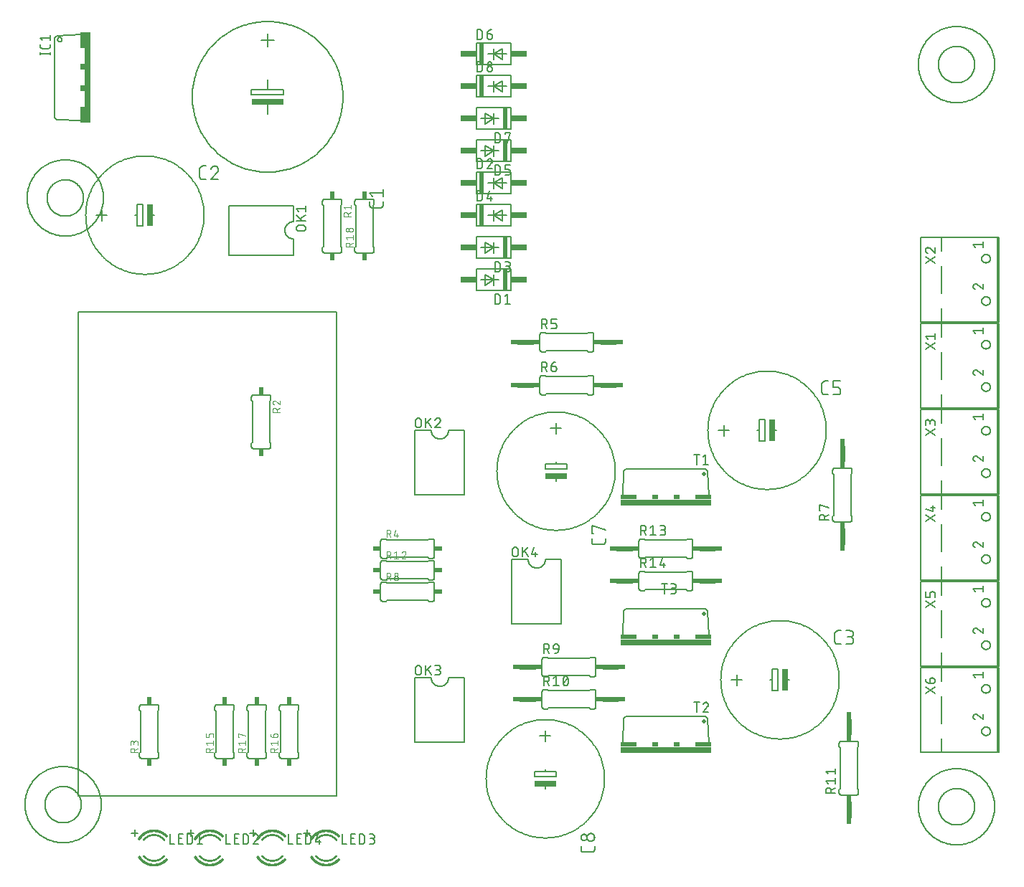
<source format=gbr>
G04 EAGLE Gerber RS-274X export*
G75*
%MOMM*%
%FSLAX34Y34*%
%LPD*%
%INSilkscreen Top*%
%IPPOS*%
%AMOC8*
5,1,8,0,0,1.08239X$1,22.5*%
G01*
%ADD10C,0.152400*%
%ADD11C,0.127000*%
%ADD12R,0.508000X2.540000*%
%ADD13R,1.905000X0.762000*%
%ADD14R,0.609600X0.863600*%
%ADD15C,0.101600*%
%ADD16R,0.762000X10.668000*%
%ADD17R,0.508000X1.905000*%
%ADD18R,0.508000X0.762000*%
%ADD19R,3.810000X0.635000*%
%ADD20C,0.177800*%
%ADD21R,0.635000X2.540000*%
%ADD22C,0.015238*%
%ADD23C,0.025400*%
%ADD24C,0.508000*%
%ADD25R,10.668000X0.762000*%
%ADD26R,1.905000X0.508000*%
%ADD27R,0.762000X0.508000*%
%ADD28R,0.863600X0.609600*%
%ADD29C,0.609600*%
%ADD30R,2.540000X0.635000*%


D10*
X157480Y715010D02*
X233680Y715010D01*
X233680Y773430D02*
X157480Y773430D01*
X157480Y715010D01*
X233680Y715010D02*
X233680Y734060D01*
X233680Y754380D02*
X233680Y773430D01*
X233680Y754380D02*
X233433Y754377D01*
X233185Y754368D01*
X232938Y754353D01*
X232692Y754332D01*
X232446Y754305D01*
X232201Y754272D01*
X231956Y754233D01*
X231713Y754188D01*
X231471Y754137D01*
X231230Y754080D01*
X230991Y754018D01*
X230753Y753949D01*
X230517Y753875D01*
X230283Y753795D01*
X230051Y753710D01*
X229821Y753618D01*
X229593Y753522D01*
X229368Y753419D01*
X229145Y753312D01*
X228925Y753198D01*
X228708Y753080D01*
X228493Y752956D01*
X228282Y752827D01*
X228074Y752693D01*
X227869Y752554D01*
X227668Y752410D01*
X227470Y752262D01*
X227276Y752108D01*
X227086Y751950D01*
X226900Y751787D01*
X226718Y751620D01*
X226540Y751448D01*
X226366Y751272D01*
X226196Y751092D01*
X226031Y750907D01*
X225871Y750719D01*
X225715Y750527D01*
X225563Y750331D01*
X225417Y750132D01*
X225275Y749929D01*
X225139Y749722D01*
X225007Y749513D01*
X224881Y749300D01*
X224760Y749084D01*
X224644Y748866D01*
X224534Y748644D01*
X224429Y748420D01*
X224329Y748194D01*
X224235Y747965D01*
X224147Y747734D01*
X224064Y747500D01*
X223987Y747265D01*
X223916Y747028D01*
X223850Y746790D01*
X223791Y746550D01*
X223737Y746308D01*
X223689Y746065D01*
X223647Y745822D01*
X223611Y745577D01*
X223581Y745331D01*
X223557Y745085D01*
X223539Y744838D01*
X223527Y744591D01*
X223521Y744344D01*
X223521Y744096D01*
X223527Y743849D01*
X223539Y743602D01*
X223557Y743355D01*
X223581Y743109D01*
X223611Y742863D01*
X223647Y742618D01*
X223689Y742375D01*
X223737Y742132D01*
X223791Y741890D01*
X223850Y741650D01*
X223916Y741412D01*
X223987Y741175D01*
X224064Y740940D01*
X224147Y740706D01*
X224235Y740475D01*
X224329Y740246D01*
X224429Y740020D01*
X224534Y739796D01*
X224644Y739574D01*
X224760Y739356D01*
X224881Y739140D01*
X225007Y738927D01*
X225139Y738718D01*
X225275Y738511D01*
X225417Y738308D01*
X225563Y738109D01*
X225715Y737913D01*
X225871Y737721D01*
X226031Y737533D01*
X226196Y737348D01*
X226366Y737168D01*
X226540Y736992D01*
X226718Y736820D01*
X226900Y736653D01*
X227086Y736490D01*
X227276Y736332D01*
X227470Y736178D01*
X227668Y736030D01*
X227869Y735886D01*
X228074Y735747D01*
X228282Y735613D01*
X228493Y735484D01*
X228708Y735360D01*
X228925Y735242D01*
X229145Y735128D01*
X229368Y735021D01*
X229593Y734918D01*
X229821Y734822D01*
X230051Y734730D01*
X230283Y734645D01*
X230517Y734565D01*
X230753Y734491D01*
X230991Y734422D01*
X231230Y734360D01*
X231471Y734303D01*
X231713Y734252D01*
X231956Y734207D01*
X232201Y734168D01*
X232446Y734135D01*
X232692Y734108D01*
X232938Y734087D01*
X233185Y734072D01*
X233433Y734063D01*
X233680Y734060D01*
D11*
X240030Y743585D02*
X245110Y743585D01*
X240030Y743585D02*
X239919Y743587D01*
X239809Y743593D01*
X239698Y743602D01*
X239588Y743616D01*
X239479Y743633D01*
X239370Y743654D01*
X239262Y743679D01*
X239155Y743708D01*
X239049Y743740D01*
X238944Y743776D01*
X238841Y743816D01*
X238739Y743859D01*
X238638Y743906D01*
X238539Y743957D01*
X238443Y744010D01*
X238348Y744067D01*
X238255Y744128D01*
X238164Y744191D01*
X238075Y744258D01*
X237989Y744328D01*
X237906Y744401D01*
X237824Y744476D01*
X237746Y744554D01*
X237671Y744636D01*
X237598Y744719D01*
X237528Y744805D01*
X237461Y744894D01*
X237398Y744985D01*
X237337Y745078D01*
X237280Y745173D01*
X237227Y745269D01*
X237176Y745368D01*
X237129Y745469D01*
X237086Y745571D01*
X237046Y745674D01*
X237010Y745779D01*
X236978Y745885D01*
X236949Y745992D01*
X236924Y746100D01*
X236903Y746209D01*
X236886Y746318D01*
X236872Y746428D01*
X236863Y746539D01*
X236857Y746649D01*
X236855Y746760D01*
X236857Y746871D01*
X236863Y746981D01*
X236872Y747092D01*
X236886Y747202D01*
X236903Y747311D01*
X236924Y747420D01*
X236949Y747528D01*
X236978Y747635D01*
X237010Y747741D01*
X237046Y747846D01*
X237086Y747949D01*
X237129Y748051D01*
X237176Y748152D01*
X237227Y748251D01*
X237280Y748348D01*
X237337Y748442D01*
X237398Y748535D01*
X237461Y748626D01*
X237528Y748715D01*
X237598Y748801D01*
X237671Y748884D01*
X237746Y748966D01*
X237824Y749044D01*
X237906Y749119D01*
X237989Y749192D01*
X238075Y749262D01*
X238164Y749329D01*
X238255Y749392D01*
X238348Y749453D01*
X238443Y749510D01*
X238539Y749563D01*
X238638Y749614D01*
X238739Y749661D01*
X238841Y749704D01*
X238944Y749744D01*
X239049Y749780D01*
X239155Y749812D01*
X239262Y749841D01*
X239370Y749866D01*
X239479Y749887D01*
X239588Y749904D01*
X239698Y749918D01*
X239809Y749927D01*
X239919Y749933D01*
X240030Y749935D01*
X245110Y749935D01*
X245221Y749933D01*
X245331Y749927D01*
X245442Y749918D01*
X245552Y749904D01*
X245661Y749887D01*
X245770Y749866D01*
X245878Y749841D01*
X245985Y749812D01*
X246091Y749780D01*
X246196Y749744D01*
X246299Y749704D01*
X246401Y749661D01*
X246502Y749614D01*
X246601Y749563D01*
X246698Y749510D01*
X246792Y749453D01*
X246885Y749392D01*
X246976Y749329D01*
X247065Y749262D01*
X247151Y749192D01*
X247234Y749119D01*
X247316Y749044D01*
X247394Y748966D01*
X247469Y748884D01*
X247542Y748801D01*
X247612Y748715D01*
X247679Y748626D01*
X247742Y748535D01*
X247803Y748442D01*
X247860Y748347D01*
X247913Y748251D01*
X247964Y748152D01*
X248011Y748051D01*
X248054Y747949D01*
X248094Y747846D01*
X248130Y747741D01*
X248162Y747635D01*
X248191Y747528D01*
X248216Y747420D01*
X248237Y747311D01*
X248254Y747202D01*
X248268Y747092D01*
X248277Y746981D01*
X248283Y746871D01*
X248285Y746760D01*
X248283Y746649D01*
X248277Y746539D01*
X248268Y746428D01*
X248254Y746318D01*
X248237Y746209D01*
X248216Y746100D01*
X248191Y745992D01*
X248162Y745885D01*
X248130Y745779D01*
X248094Y745674D01*
X248054Y745571D01*
X248011Y745469D01*
X247964Y745368D01*
X247913Y745269D01*
X247860Y745173D01*
X247803Y745078D01*
X247742Y744985D01*
X247679Y744894D01*
X247612Y744805D01*
X247542Y744719D01*
X247469Y744636D01*
X247394Y744554D01*
X247316Y744476D01*
X247234Y744401D01*
X247151Y744328D01*
X247065Y744258D01*
X246976Y744191D01*
X246885Y744128D01*
X246792Y744067D01*
X246697Y744010D01*
X246601Y743957D01*
X246502Y743906D01*
X246401Y743859D01*
X246299Y743816D01*
X246196Y743776D01*
X246091Y743740D01*
X245985Y743708D01*
X245878Y743679D01*
X245770Y743654D01*
X245661Y743633D01*
X245552Y743616D01*
X245442Y743602D01*
X245331Y743593D01*
X245221Y743587D01*
X245110Y743585D01*
X248285Y755587D02*
X236855Y755587D01*
X236855Y761937D02*
X243840Y755587D01*
X241300Y758127D02*
X248285Y761937D01*
X239395Y766445D02*
X236855Y769620D01*
X248285Y769620D01*
X248285Y766445D02*
X248285Y772795D01*
D10*
X449580Y698500D02*
X490220Y698500D01*
X449580Y698500D02*
X449580Y673100D01*
X490220Y673100D01*
X490220Y698500D01*
X476250Y685800D02*
X469900Y685800D01*
X459740Y679450D02*
X459740Y692150D01*
X469900Y685800D01*
X454660Y685800D01*
X459740Y679450D02*
X469900Y685800D01*
X469900Y679450D01*
X469900Y685800D02*
X469900Y692150D01*
D12*
X483870Y685800D03*
D13*
X440055Y685800D03*
X499745Y685800D03*
D11*
X471424Y668655D02*
X471424Y657225D01*
X471424Y668655D02*
X474599Y668655D01*
X474710Y668653D01*
X474820Y668647D01*
X474931Y668638D01*
X475041Y668624D01*
X475150Y668607D01*
X475259Y668586D01*
X475367Y668561D01*
X475474Y668532D01*
X475580Y668500D01*
X475685Y668464D01*
X475788Y668424D01*
X475890Y668381D01*
X475991Y668334D01*
X476090Y668283D01*
X476187Y668230D01*
X476281Y668173D01*
X476374Y668112D01*
X476465Y668049D01*
X476554Y667982D01*
X476640Y667912D01*
X476723Y667839D01*
X476805Y667764D01*
X476883Y667686D01*
X476958Y667604D01*
X477031Y667521D01*
X477101Y667435D01*
X477168Y667346D01*
X477231Y667255D01*
X477292Y667162D01*
X477349Y667068D01*
X477402Y666971D01*
X477453Y666872D01*
X477500Y666771D01*
X477543Y666669D01*
X477583Y666566D01*
X477619Y666461D01*
X477651Y666355D01*
X477680Y666248D01*
X477705Y666140D01*
X477726Y666031D01*
X477743Y665922D01*
X477757Y665812D01*
X477766Y665701D01*
X477772Y665591D01*
X477774Y665480D01*
X477774Y660400D01*
X477772Y660289D01*
X477766Y660179D01*
X477757Y660068D01*
X477743Y659958D01*
X477726Y659849D01*
X477705Y659740D01*
X477680Y659632D01*
X477651Y659525D01*
X477619Y659419D01*
X477583Y659314D01*
X477543Y659211D01*
X477500Y659109D01*
X477453Y659008D01*
X477402Y658909D01*
X477349Y658813D01*
X477292Y658718D01*
X477231Y658625D01*
X477168Y658534D01*
X477101Y658445D01*
X477031Y658359D01*
X476958Y658276D01*
X476883Y658194D01*
X476805Y658116D01*
X476723Y658041D01*
X476640Y657968D01*
X476554Y657898D01*
X476465Y657831D01*
X476374Y657768D01*
X476281Y657707D01*
X476187Y657650D01*
X476090Y657597D01*
X475991Y657546D01*
X475890Y657499D01*
X475788Y657456D01*
X475685Y657416D01*
X475580Y657380D01*
X475474Y657348D01*
X475367Y657319D01*
X475259Y657294D01*
X475150Y657273D01*
X475041Y657256D01*
X474931Y657242D01*
X474820Y657233D01*
X474710Y657227D01*
X474599Y657225D01*
X471424Y657225D01*
X483235Y666115D02*
X486410Y668655D01*
X486410Y657225D01*
X483235Y657225D02*
X489585Y657225D01*
D10*
X490220Y787400D02*
X449580Y787400D01*
X490220Y787400D02*
X490220Y812800D01*
X449580Y812800D01*
X449580Y787400D01*
X463550Y800100D02*
X469900Y800100D01*
X480060Y806450D02*
X480060Y793750D01*
X469900Y800100D01*
X485140Y800100D01*
X480060Y806450D02*
X469900Y800100D01*
X469900Y806450D01*
X469900Y800100D02*
X469900Y793750D01*
D12*
X455930Y800100D03*
D13*
X499745Y800100D03*
X440055Y800100D03*
D11*
X450215Y817245D02*
X450215Y828675D01*
X453390Y828675D01*
X453501Y828673D01*
X453611Y828667D01*
X453722Y828658D01*
X453832Y828644D01*
X453941Y828627D01*
X454050Y828606D01*
X454158Y828581D01*
X454265Y828552D01*
X454371Y828520D01*
X454476Y828484D01*
X454579Y828444D01*
X454681Y828401D01*
X454782Y828354D01*
X454881Y828303D01*
X454978Y828250D01*
X455072Y828193D01*
X455165Y828132D01*
X455256Y828069D01*
X455345Y828002D01*
X455431Y827932D01*
X455514Y827859D01*
X455596Y827784D01*
X455674Y827706D01*
X455749Y827624D01*
X455822Y827541D01*
X455892Y827455D01*
X455959Y827366D01*
X456022Y827275D01*
X456083Y827182D01*
X456140Y827088D01*
X456193Y826991D01*
X456244Y826892D01*
X456291Y826791D01*
X456334Y826689D01*
X456374Y826586D01*
X456410Y826481D01*
X456442Y826375D01*
X456471Y826268D01*
X456496Y826160D01*
X456517Y826051D01*
X456534Y825942D01*
X456548Y825832D01*
X456557Y825721D01*
X456563Y825611D01*
X456565Y825500D01*
X456565Y820420D01*
X456563Y820309D01*
X456557Y820199D01*
X456548Y820088D01*
X456534Y819978D01*
X456517Y819869D01*
X456496Y819760D01*
X456471Y819652D01*
X456442Y819545D01*
X456410Y819439D01*
X456374Y819334D01*
X456334Y819231D01*
X456291Y819129D01*
X456244Y819028D01*
X456193Y818929D01*
X456140Y818833D01*
X456083Y818738D01*
X456022Y818645D01*
X455959Y818554D01*
X455892Y818465D01*
X455822Y818379D01*
X455749Y818296D01*
X455674Y818214D01*
X455596Y818136D01*
X455514Y818061D01*
X455431Y817988D01*
X455345Y817918D01*
X455256Y817851D01*
X455165Y817788D01*
X455072Y817727D01*
X454978Y817670D01*
X454881Y817617D01*
X454782Y817566D01*
X454681Y817519D01*
X454579Y817476D01*
X454476Y817436D01*
X454371Y817400D01*
X454265Y817368D01*
X454158Y817339D01*
X454050Y817314D01*
X453941Y817293D01*
X453832Y817276D01*
X453722Y817262D01*
X453611Y817253D01*
X453501Y817247D01*
X453390Y817245D01*
X450215Y817245D01*
X465519Y828676D02*
X465623Y828674D01*
X465728Y828668D01*
X465832Y828659D01*
X465935Y828646D01*
X466038Y828628D01*
X466140Y828608D01*
X466242Y828583D01*
X466342Y828555D01*
X466442Y828523D01*
X466540Y828487D01*
X466637Y828448D01*
X466732Y828406D01*
X466826Y828360D01*
X466918Y828310D01*
X467008Y828258D01*
X467096Y828202D01*
X467182Y828142D01*
X467266Y828080D01*
X467347Y828015D01*
X467426Y827947D01*
X467503Y827875D01*
X467576Y827802D01*
X467648Y827725D01*
X467716Y827646D01*
X467781Y827565D01*
X467843Y827481D01*
X467903Y827395D01*
X467959Y827307D01*
X468011Y827217D01*
X468061Y827125D01*
X468107Y827031D01*
X468149Y826936D01*
X468188Y826839D01*
X468224Y826741D01*
X468256Y826641D01*
X468284Y826541D01*
X468309Y826439D01*
X468329Y826337D01*
X468347Y826234D01*
X468360Y826131D01*
X468369Y826027D01*
X468375Y825922D01*
X468377Y825818D01*
X465519Y828675D02*
X465401Y828673D01*
X465282Y828667D01*
X465164Y828658D01*
X465047Y828645D01*
X464930Y828627D01*
X464813Y828607D01*
X464697Y828582D01*
X464582Y828554D01*
X464469Y828521D01*
X464356Y828486D01*
X464244Y828446D01*
X464134Y828404D01*
X464025Y828357D01*
X463917Y828307D01*
X463812Y828254D01*
X463708Y828197D01*
X463606Y828137D01*
X463506Y828074D01*
X463408Y828007D01*
X463312Y827938D01*
X463219Y827865D01*
X463128Y827789D01*
X463039Y827711D01*
X462953Y827629D01*
X462870Y827545D01*
X462789Y827459D01*
X462712Y827369D01*
X462637Y827278D01*
X462565Y827184D01*
X462496Y827087D01*
X462431Y826989D01*
X462368Y826888D01*
X462309Y826785D01*
X462253Y826681D01*
X462201Y826575D01*
X462152Y826467D01*
X462107Y826358D01*
X462065Y826247D01*
X462027Y826135D01*
X467424Y823596D02*
X467500Y823671D01*
X467575Y823750D01*
X467646Y823831D01*
X467715Y823915D01*
X467780Y824001D01*
X467842Y824089D01*
X467902Y824179D01*
X467958Y824271D01*
X468011Y824366D01*
X468060Y824462D01*
X468106Y824560D01*
X468149Y824659D01*
X468188Y824760D01*
X468223Y824862D01*
X468255Y824965D01*
X468283Y825069D01*
X468308Y825174D01*
X468329Y825281D01*
X468346Y825387D01*
X468359Y825494D01*
X468368Y825602D01*
X468374Y825710D01*
X468376Y825818D01*
X467424Y823595D02*
X462026Y817245D01*
X468376Y817245D01*
D10*
X449580Y736600D02*
X490220Y736600D01*
X449580Y736600D02*
X449580Y711200D01*
X490220Y711200D01*
X490220Y736600D01*
X476250Y723900D02*
X469900Y723900D01*
X459740Y717550D02*
X459740Y730250D01*
X469900Y723900D01*
X454660Y723900D01*
X459740Y717550D02*
X469900Y723900D01*
X469900Y717550D01*
X469900Y723900D02*
X469900Y730250D01*
D12*
X483870Y723900D03*
D13*
X440055Y723900D03*
X499745Y723900D03*
D11*
X471424Y706755D02*
X471424Y695325D01*
X471424Y706755D02*
X474599Y706755D01*
X474710Y706753D01*
X474820Y706747D01*
X474931Y706738D01*
X475041Y706724D01*
X475150Y706707D01*
X475259Y706686D01*
X475367Y706661D01*
X475474Y706632D01*
X475580Y706600D01*
X475685Y706564D01*
X475788Y706524D01*
X475890Y706481D01*
X475991Y706434D01*
X476090Y706383D01*
X476187Y706330D01*
X476281Y706273D01*
X476374Y706212D01*
X476465Y706149D01*
X476554Y706082D01*
X476640Y706012D01*
X476723Y705939D01*
X476805Y705864D01*
X476883Y705786D01*
X476958Y705704D01*
X477031Y705621D01*
X477101Y705535D01*
X477168Y705446D01*
X477231Y705355D01*
X477292Y705262D01*
X477349Y705168D01*
X477402Y705071D01*
X477453Y704972D01*
X477500Y704871D01*
X477543Y704769D01*
X477583Y704666D01*
X477619Y704561D01*
X477651Y704455D01*
X477680Y704348D01*
X477705Y704240D01*
X477726Y704131D01*
X477743Y704022D01*
X477757Y703912D01*
X477766Y703801D01*
X477772Y703691D01*
X477774Y703580D01*
X477774Y698500D01*
X477772Y698389D01*
X477766Y698279D01*
X477757Y698168D01*
X477743Y698058D01*
X477726Y697949D01*
X477705Y697840D01*
X477680Y697732D01*
X477651Y697625D01*
X477619Y697519D01*
X477583Y697414D01*
X477543Y697311D01*
X477500Y697209D01*
X477453Y697108D01*
X477402Y697009D01*
X477349Y696913D01*
X477292Y696818D01*
X477231Y696725D01*
X477168Y696634D01*
X477101Y696545D01*
X477031Y696459D01*
X476958Y696376D01*
X476883Y696294D01*
X476805Y696216D01*
X476723Y696141D01*
X476640Y696068D01*
X476554Y695998D01*
X476465Y695931D01*
X476374Y695868D01*
X476281Y695807D01*
X476187Y695750D01*
X476090Y695697D01*
X475991Y695646D01*
X475890Y695599D01*
X475788Y695556D01*
X475685Y695516D01*
X475580Y695480D01*
X475474Y695448D01*
X475367Y695419D01*
X475259Y695394D01*
X475150Y695373D01*
X475041Y695356D01*
X474931Y695342D01*
X474820Y695333D01*
X474710Y695327D01*
X474599Y695325D01*
X471424Y695325D01*
X483235Y695325D02*
X486410Y695325D01*
X486521Y695327D01*
X486631Y695333D01*
X486742Y695342D01*
X486852Y695356D01*
X486961Y695373D01*
X487070Y695394D01*
X487178Y695419D01*
X487285Y695448D01*
X487391Y695480D01*
X487496Y695516D01*
X487599Y695556D01*
X487701Y695599D01*
X487802Y695646D01*
X487901Y695697D01*
X487998Y695750D01*
X488092Y695807D01*
X488185Y695868D01*
X488276Y695931D01*
X488365Y695998D01*
X488451Y696068D01*
X488534Y696141D01*
X488616Y696216D01*
X488694Y696294D01*
X488769Y696376D01*
X488842Y696459D01*
X488912Y696545D01*
X488979Y696634D01*
X489042Y696725D01*
X489103Y696818D01*
X489160Y696913D01*
X489213Y697009D01*
X489264Y697108D01*
X489311Y697209D01*
X489354Y697311D01*
X489394Y697414D01*
X489430Y697519D01*
X489462Y697625D01*
X489491Y697732D01*
X489516Y697840D01*
X489537Y697949D01*
X489554Y698058D01*
X489568Y698168D01*
X489577Y698279D01*
X489583Y698389D01*
X489585Y698500D01*
X489583Y698611D01*
X489577Y698721D01*
X489568Y698832D01*
X489554Y698942D01*
X489537Y699051D01*
X489516Y699160D01*
X489491Y699268D01*
X489462Y699375D01*
X489430Y699481D01*
X489394Y699586D01*
X489354Y699689D01*
X489311Y699791D01*
X489264Y699892D01*
X489213Y699991D01*
X489160Y700087D01*
X489103Y700182D01*
X489042Y700275D01*
X488979Y700366D01*
X488912Y700455D01*
X488842Y700541D01*
X488769Y700624D01*
X488694Y700706D01*
X488616Y700784D01*
X488534Y700859D01*
X488451Y700932D01*
X488365Y701002D01*
X488276Y701069D01*
X488185Y701132D01*
X488092Y701193D01*
X487998Y701250D01*
X487901Y701303D01*
X487802Y701354D01*
X487701Y701401D01*
X487599Y701444D01*
X487496Y701484D01*
X487391Y701520D01*
X487285Y701552D01*
X487178Y701581D01*
X487070Y701606D01*
X486961Y701627D01*
X486852Y701644D01*
X486742Y701658D01*
X486631Y701667D01*
X486521Y701673D01*
X486410Y701675D01*
X487045Y706755D02*
X483235Y706755D01*
X487045Y706755D02*
X487145Y706753D01*
X487244Y706747D01*
X487344Y706737D01*
X487442Y706724D01*
X487541Y706706D01*
X487638Y706685D01*
X487734Y706660D01*
X487830Y706631D01*
X487924Y706598D01*
X488017Y706562D01*
X488108Y706522D01*
X488198Y706478D01*
X488286Y706431D01*
X488372Y706381D01*
X488456Y706327D01*
X488538Y706270D01*
X488617Y706210D01*
X488695Y706146D01*
X488769Y706080D01*
X488841Y706011D01*
X488910Y705939D01*
X488976Y705865D01*
X489040Y705787D01*
X489100Y705708D01*
X489157Y705626D01*
X489211Y705542D01*
X489261Y705456D01*
X489308Y705368D01*
X489352Y705278D01*
X489392Y705187D01*
X489428Y705094D01*
X489461Y705000D01*
X489490Y704904D01*
X489515Y704808D01*
X489536Y704711D01*
X489554Y704612D01*
X489567Y704514D01*
X489577Y704414D01*
X489583Y704315D01*
X489585Y704215D01*
X489583Y704115D01*
X489577Y704016D01*
X489567Y703916D01*
X489554Y703818D01*
X489536Y703719D01*
X489515Y703622D01*
X489490Y703526D01*
X489461Y703430D01*
X489428Y703336D01*
X489392Y703243D01*
X489352Y703152D01*
X489308Y703062D01*
X489261Y702974D01*
X489211Y702888D01*
X489157Y702804D01*
X489100Y702722D01*
X489040Y702643D01*
X488976Y702565D01*
X488910Y702491D01*
X488841Y702419D01*
X488769Y702350D01*
X488695Y702284D01*
X488617Y702220D01*
X488538Y702160D01*
X488456Y702103D01*
X488372Y702049D01*
X488286Y701999D01*
X488198Y701952D01*
X488108Y701908D01*
X488017Y701868D01*
X487924Y701832D01*
X487830Y701799D01*
X487734Y701770D01*
X487638Y701745D01*
X487541Y701724D01*
X487442Y701706D01*
X487344Y701693D01*
X487244Y701683D01*
X487145Y701677D01*
X487045Y701675D01*
X484505Y701675D01*
D10*
X490220Y749300D02*
X449580Y749300D01*
X490220Y749300D02*
X490220Y774700D01*
X449580Y774700D01*
X449580Y749300D01*
X463550Y762000D02*
X469900Y762000D01*
X480060Y768350D02*
X480060Y755650D01*
X469900Y762000D01*
X485140Y762000D01*
X480060Y768350D02*
X469900Y762000D01*
X469900Y768350D01*
X469900Y762000D02*
X469900Y755650D01*
D12*
X455930Y762000D03*
D13*
X499745Y762000D03*
X440055Y762000D03*
D11*
X450215Y779145D02*
X450215Y790575D01*
X453390Y790575D01*
X453501Y790573D01*
X453611Y790567D01*
X453722Y790558D01*
X453832Y790544D01*
X453941Y790527D01*
X454050Y790506D01*
X454158Y790481D01*
X454265Y790452D01*
X454371Y790420D01*
X454476Y790384D01*
X454579Y790344D01*
X454681Y790301D01*
X454782Y790254D01*
X454881Y790203D01*
X454978Y790150D01*
X455072Y790093D01*
X455165Y790032D01*
X455256Y789969D01*
X455345Y789902D01*
X455431Y789832D01*
X455514Y789759D01*
X455596Y789684D01*
X455674Y789606D01*
X455749Y789524D01*
X455822Y789441D01*
X455892Y789355D01*
X455959Y789266D01*
X456022Y789175D01*
X456083Y789082D01*
X456140Y788988D01*
X456193Y788891D01*
X456244Y788792D01*
X456291Y788691D01*
X456334Y788589D01*
X456374Y788486D01*
X456410Y788381D01*
X456442Y788275D01*
X456471Y788168D01*
X456496Y788060D01*
X456517Y787951D01*
X456534Y787842D01*
X456548Y787732D01*
X456557Y787621D01*
X456563Y787511D01*
X456565Y787400D01*
X456565Y782320D01*
X456563Y782209D01*
X456557Y782099D01*
X456548Y781988D01*
X456534Y781878D01*
X456517Y781769D01*
X456496Y781660D01*
X456471Y781552D01*
X456442Y781445D01*
X456410Y781339D01*
X456374Y781234D01*
X456334Y781131D01*
X456291Y781029D01*
X456244Y780928D01*
X456193Y780829D01*
X456140Y780733D01*
X456083Y780638D01*
X456022Y780545D01*
X455959Y780454D01*
X455892Y780365D01*
X455822Y780279D01*
X455749Y780196D01*
X455674Y780114D01*
X455596Y780036D01*
X455514Y779961D01*
X455431Y779888D01*
X455345Y779818D01*
X455256Y779751D01*
X455165Y779688D01*
X455072Y779627D01*
X454978Y779570D01*
X454881Y779517D01*
X454782Y779466D01*
X454681Y779419D01*
X454579Y779376D01*
X454476Y779336D01*
X454371Y779300D01*
X454265Y779268D01*
X454158Y779239D01*
X454050Y779214D01*
X453941Y779193D01*
X453832Y779176D01*
X453722Y779162D01*
X453611Y779153D01*
X453501Y779147D01*
X453390Y779145D01*
X450215Y779145D01*
X462026Y781685D02*
X464566Y790575D01*
X462026Y781685D02*
X468376Y781685D01*
X466471Y784225D02*
X466471Y779145D01*
D10*
X290830Y778510D02*
X290828Y778610D01*
X290822Y778709D01*
X290812Y778809D01*
X290799Y778907D01*
X290781Y779006D01*
X290760Y779103D01*
X290735Y779199D01*
X290706Y779295D01*
X290673Y779389D01*
X290637Y779482D01*
X290597Y779573D01*
X290553Y779663D01*
X290506Y779751D01*
X290456Y779837D01*
X290402Y779921D01*
X290345Y780003D01*
X290285Y780082D01*
X290221Y780160D01*
X290155Y780234D01*
X290086Y780306D01*
X290014Y780375D01*
X289940Y780441D01*
X289862Y780505D01*
X289783Y780565D01*
X289701Y780622D01*
X289617Y780676D01*
X289531Y780726D01*
X289443Y780773D01*
X289353Y780817D01*
X289262Y780857D01*
X289169Y780893D01*
X289075Y780926D01*
X288979Y780955D01*
X288883Y780980D01*
X288786Y781001D01*
X288687Y781019D01*
X288589Y781032D01*
X288489Y781042D01*
X288390Y781048D01*
X288290Y781050D01*
X270510Y781050D02*
X270410Y781048D01*
X270311Y781042D01*
X270211Y781032D01*
X270113Y781019D01*
X270014Y781001D01*
X269917Y780980D01*
X269821Y780955D01*
X269725Y780926D01*
X269631Y780893D01*
X269538Y780857D01*
X269447Y780817D01*
X269357Y780773D01*
X269269Y780726D01*
X269183Y780676D01*
X269099Y780622D01*
X269017Y780565D01*
X268938Y780505D01*
X268860Y780441D01*
X268786Y780375D01*
X268714Y780306D01*
X268645Y780234D01*
X268579Y780160D01*
X268515Y780082D01*
X268455Y780003D01*
X268398Y779921D01*
X268344Y779837D01*
X268294Y779751D01*
X268247Y779663D01*
X268203Y779573D01*
X268163Y779482D01*
X268127Y779389D01*
X268094Y779295D01*
X268065Y779199D01*
X268040Y779103D01*
X268019Y779006D01*
X268001Y778907D01*
X267988Y778809D01*
X267978Y778709D01*
X267972Y778610D01*
X267970Y778510D01*
X267970Y720090D02*
X267972Y719990D01*
X267978Y719891D01*
X267988Y719791D01*
X268001Y719693D01*
X268019Y719594D01*
X268040Y719497D01*
X268065Y719401D01*
X268094Y719305D01*
X268127Y719211D01*
X268163Y719118D01*
X268203Y719027D01*
X268247Y718937D01*
X268294Y718849D01*
X268344Y718763D01*
X268398Y718679D01*
X268455Y718597D01*
X268515Y718518D01*
X268579Y718440D01*
X268645Y718366D01*
X268714Y718294D01*
X268786Y718225D01*
X268860Y718159D01*
X268938Y718095D01*
X269017Y718035D01*
X269099Y717978D01*
X269183Y717924D01*
X269269Y717874D01*
X269357Y717827D01*
X269447Y717783D01*
X269538Y717743D01*
X269631Y717707D01*
X269725Y717674D01*
X269821Y717645D01*
X269917Y717620D01*
X270014Y717599D01*
X270113Y717581D01*
X270211Y717568D01*
X270311Y717558D01*
X270410Y717552D01*
X270510Y717550D01*
X288290Y717550D02*
X288390Y717552D01*
X288489Y717558D01*
X288589Y717568D01*
X288687Y717581D01*
X288786Y717599D01*
X288883Y717620D01*
X288979Y717645D01*
X289075Y717674D01*
X289169Y717707D01*
X289262Y717743D01*
X289353Y717783D01*
X289443Y717827D01*
X289531Y717874D01*
X289617Y717924D01*
X289701Y717978D01*
X289783Y718035D01*
X289862Y718095D01*
X289940Y718159D01*
X290014Y718225D01*
X290086Y718294D01*
X290155Y718366D01*
X290221Y718440D01*
X290285Y718518D01*
X290345Y718597D01*
X290402Y718679D01*
X290456Y718763D01*
X290506Y718849D01*
X290553Y718937D01*
X290597Y719027D01*
X290637Y719118D01*
X290673Y719211D01*
X290706Y719305D01*
X290735Y719401D01*
X290760Y719497D01*
X290781Y719594D01*
X290799Y719693D01*
X290812Y719791D01*
X290822Y719891D01*
X290828Y719990D01*
X290830Y720090D01*
X288290Y781050D02*
X270510Y781050D01*
X290830Y778510D02*
X290830Y774700D01*
X289560Y773430D01*
X267970Y774700D02*
X267970Y778510D01*
X267970Y774700D02*
X269240Y773430D01*
X289560Y725170D02*
X290830Y723900D01*
X289560Y725170D02*
X289560Y773430D01*
X269240Y725170D02*
X267970Y723900D01*
X269240Y725170D02*
X269240Y773430D01*
X290830Y723900D02*
X290830Y720090D01*
X267970Y720090D02*
X267970Y723900D01*
X270510Y717550D02*
X288290Y717550D01*
D14*
X279400Y713232D03*
X279400Y785368D03*
D15*
X292862Y760403D02*
X301752Y760403D01*
X292862Y760403D02*
X292862Y762873D01*
X292864Y762971D01*
X292870Y763069D01*
X292880Y763167D01*
X292893Y763264D01*
X292911Y763361D01*
X292932Y763457D01*
X292957Y763551D01*
X292986Y763645D01*
X293018Y763738D01*
X293055Y763829D01*
X293094Y763919D01*
X293138Y764007D01*
X293185Y764093D01*
X293235Y764178D01*
X293288Y764260D01*
X293345Y764340D01*
X293405Y764418D01*
X293468Y764493D01*
X293534Y764566D01*
X293603Y764636D01*
X293674Y764703D01*
X293748Y764768D01*
X293825Y764829D01*
X293904Y764888D01*
X293985Y764943D01*
X294068Y764995D01*
X294154Y765043D01*
X294241Y765088D01*
X294330Y765130D01*
X294420Y765168D01*
X294512Y765202D01*
X294605Y765233D01*
X294700Y765260D01*
X294795Y765283D01*
X294892Y765303D01*
X294988Y765318D01*
X295086Y765330D01*
X295184Y765338D01*
X295282Y765342D01*
X295380Y765342D01*
X295478Y765338D01*
X295576Y765330D01*
X295674Y765318D01*
X295770Y765303D01*
X295867Y765283D01*
X295962Y765260D01*
X296057Y765233D01*
X296150Y765202D01*
X296242Y765168D01*
X296332Y765130D01*
X296421Y765088D01*
X296508Y765043D01*
X296594Y764995D01*
X296677Y764943D01*
X296758Y764888D01*
X296837Y764829D01*
X296914Y764768D01*
X296988Y764703D01*
X297059Y764636D01*
X297128Y764566D01*
X297194Y764493D01*
X297257Y764418D01*
X297317Y764340D01*
X297374Y764260D01*
X297427Y764178D01*
X297477Y764093D01*
X297524Y764007D01*
X297568Y763919D01*
X297607Y763829D01*
X297644Y763738D01*
X297676Y763645D01*
X297705Y763551D01*
X297730Y763457D01*
X297751Y763361D01*
X297769Y763264D01*
X297782Y763167D01*
X297792Y763069D01*
X297798Y762971D01*
X297800Y762873D01*
X297801Y762873D02*
X297801Y760403D01*
X297801Y763367D02*
X301752Y765342D01*
X294838Y769253D02*
X292862Y771723D01*
X301752Y771723D01*
X301752Y774192D02*
X301752Y769253D01*
D10*
X204470Y549910D02*
X204570Y549908D01*
X204669Y549902D01*
X204769Y549892D01*
X204867Y549879D01*
X204966Y549861D01*
X205063Y549840D01*
X205159Y549815D01*
X205255Y549786D01*
X205349Y549753D01*
X205442Y549717D01*
X205533Y549677D01*
X205623Y549633D01*
X205711Y549586D01*
X205797Y549536D01*
X205881Y549482D01*
X205963Y549425D01*
X206042Y549365D01*
X206120Y549301D01*
X206194Y549235D01*
X206266Y549166D01*
X206335Y549094D01*
X206401Y549020D01*
X206465Y548942D01*
X206525Y548863D01*
X206582Y548781D01*
X206636Y548697D01*
X206686Y548611D01*
X206733Y548523D01*
X206777Y548433D01*
X206817Y548342D01*
X206853Y548249D01*
X206886Y548155D01*
X206915Y548059D01*
X206940Y547963D01*
X206961Y547866D01*
X206979Y547767D01*
X206992Y547669D01*
X207002Y547569D01*
X207008Y547470D01*
X207010Y547370D01*
X186690Y549910D02*
X186590Y549908D01*
X186491Y549902D01*
X186391Y549892D01*
X186293Y549879D01*
X186194Y549861D01*
X186097Y549840D01*
X186001Y549815D01*
X185905Y549786D01*
X185811Y549753D01*
X185718Y549717D01*
X185627Y549677D01*
X185537Y549633D01*
X185449Y549586D01*
X185363Y549536D01*
X185279Y549482D01*
X185197Y549425D01*
X185118Y549365D01*
X185040Y549301D01*
X184966Y549235D01*
X184894Y549166D01*
X184825Y549094D01*
X184759Y549020D01*
X184695Y548942D01*
X184635Y548863D01*
X184578Y548781D01*
X184524Y548697D01*
X184474Y548611D01*
X184427Y548523D01*
X184383Y548433D01*
X184343Y548342D01*
X184307Y548249D01*
X184274Y548155D01*
X184245Y548059D01*
X184220Y547963D01*
X184199Y547866D01*
X184181Y547767D01*
X184168Y547669D01*
X184158Y547569D01*
X184152Y547470D01*
X184150Y547370D01*
X184150Y488950D02*
X184152Y488850D01*
X184158Y488751D01*
X184168Y488651D01*
X184181Y488553D01*
X184199Y488454D01*
X184220Y488357D01*
X184245Y488261D01*
X184274Y488165D01*
X184307Y488071D01*
X184343Y487978D01*
X184383Y487887D01*
X184427Y487797D01*
X184474Y487709D01*
X184524Y487623D01*
X184578Y487539D01*
X184635Y487457D01*
X184695Y487378D01*
X184759Y487300D01*
X184825Y487226D01*
X184894Y487154D01*
X184966Y487085D01*
X185040Y487019D01*
X185118Y486955D01*
X185197Y486895D01*
X185279Y486838D01*
X185363Y486784D01*
X185449Y486734D01*
X185537Y486687D01*
X185627Y486643D01*
X185718Y486603D01*
X185811Y486567D01*
X185905Y486534D01*
X186001Y486505D01*
X186097Y486480D01*
X186194Y486459D01*
X186293Y486441D01*
X186391Y486428D01*
X186491Y486418D01*
X186590Y486412D01*
X186690Y486410D01*
X204470Y486410D02*
X204570Y486412D01*
X204669Y486418D01*
X204769Y486428D01*
X204867Y486441D01*
X204966Y486459D01*
X205063Y486480D01*
X205159Y486505D01*
X205255Y486534D01*
X205349Y486567D01*
X205442Y486603D01*
X205533Y486643D01*
X205623Y486687D01*
X205711Y486734D01*
X205797Y486784D01*
X205881Y486838D01*
X205963Y486895D01*
X206042Y486955D01*
X206120Y487019D01*
X206194Y487085D01*
X206266Y487154D01*
X206335Y487226D01*
X206401Y487300D01*
X206465Y487378D01*
X206525Y487457D01*
X206582Y487539D01*
X206636Y487623D01*
X206686Y487709D01*
X206733Y487797D01*
X206777Y487887D01*
X206817Y487978D01*
X206853Y488071D01*
X206886Y488165D01*
X206915Y488261D01*
X206940Y488357D01*
X206961Y488454D01*
X206979Y488553D01*
X206992Y488651D01*
X207002Y488751D01*
X207008Y488850D01*
X207010Y488950D01*
X204470Y549910D02*
X186690Y549910D01*
X207010Y547370D02*
X207010Y543560D01*
X205740Y542290D01*
X184150Y543560D02*
X184150Y547370D01*
X184150Y543560D02*
X185420Y542290D01*
X205740Y494030D02*
X207010Y492760D01*
X205740Y494030D02*
X205740Y542290D01*
X185420Y494030D02*
X184150Y492760D01*
X185420Y494030D02*
X185420Y542290D01*
X207010Y492760D02*
X207010Y488950D01*
X184150Y488950D02*
X184150Y492760D01*
X186690Y486410D02*
X204470Y486410D01*
D14*
X195580Y482092D03*
X195580Y554228D03*
D15*
X209042Y529263D02*
X217932Y529263D01*
X209042Y529263D02*
X209042Y531733D01*
X209044Y531831D01*
X209050Y531929D01*
X209060Y532027D01*
X209073Y532124D01*
X209091Y532221D01*
X209112Y532317D01*
X209137Y532411D01*
X209166Y532505D01*
X209198Y532598D01*
X209235Y532689D01*
X209274Y532779D01*
X209318Y532867D01*
X209365Y532953D01*
X209415Y533038D01*
X209468Y533120D01*
X209525Y533200D01*
X209585Y533278D01*
X209648Y533353D01*
X209714Y533426D01*
X209783Y533496D01*
X209854Y533563D01*
X209928Y533628D01*
X210005Y533689D01*
X210084Y533748D01*
X210165Y533803D01*
X210248Y533855D01*
X210334Y533903D01*
X210421Y533948D01*
X210510Y533990D01*
X210600Y534028D01*
X210692Y534062D01*
X210785Y534093D01*
X210880Y534120D01*
X210975Y534143D01*
X211072Y534163D01*
X211168Y534178D01*
X211266Y534190D01*
X211364Y534198D01*
X211462Y534202D01*
X211560Y534202D01*
X211658Y534198D01*
X211756Y534190D01*
X211854Y534178D01*
X211950Y534163D01*
X212047Y534143D01*
X212142Y534120D01*
X212237Y534093D01*
X212330Y534062D01*
X212422Y534028D01*
X212512Y533990D01*
X212601Y533948D01*
X212688Y533903D01*
X212774Y533855D01*
X212857Y533803D01*
X212938Y533748D01*
X213017Y533689D01*
X213094Y533628D01*
X213168Y533563D01*
X213239Y533496D01*
X213308Y533426D01*
X213374Y533353D01*
X213437Y533278D01*
X213497Y533200D01*
X213554Y533120D01*
X213607Y533038D01*
X213657Y532953D01*
X213704Y532867D01*
X213748Y532779D01*
X213787Y532689D01*
X213824Y532598D01*
X213856Y532505D01*
X213885Y532411D01*
X213910Y532317D01*
X213931Y532221D01*
X213949Y532124D01*
X213962Y532027D01*
X213972Y531929D01*
X213978Y531831D01*
X213980Y531733D01*
X213981Y531733D02*
X213981Y529263D01*
X213981Y532227D02*
X217932Y534202D01*
X211265Y543053D02*
X211173Y543051D01*
X211081Y543045D01*
X210990Y543036D01*
X210899Y543023D01*
X210809Y543006D01*
X210719Y542985D01*
X210631Y542961D01*
X210543Y542933D01*
X210457Y542901D01*
X210372Y542866D01*
X210289Y542827D01*
X210207Y542785D01*
X210127Y542740D01*
X210049Y542691D01*
X209973Y542639D01*
X209900Y542584D01*
X209828Y542526D01*
X209759Y542466D01*
X209693Y542402D01*
X209629Y542336D01*
X209569Y542267D01*
X209511Y542195D01*
X209456Y542122D01*
X209404Y542046D01*
X209355Y541968D01*
X209310Y541888D01*
X209268Y541806D01*
X209229Y541723D01*
X209194Y541638D01*
X209162Y541552D01*
X209134Y541464D01*
X209110Y541376D01*
X209089Y541286D01*
X209072Y541196D01*
X209059Y541105D01*
X209050Y541014D01*
X209044Y540922D01*
X209042Y540830D01*
X209044Y540724D01*
X209050Y540619D01*
X209060Y540514D01*
X209073Y540409D01*
X209091Y540305D01*
X209112Y540202D01*
X209137Y540099D01*
X209166Y539997D01*
X209199Y539897D01*
X209235Y539798D01*
X209275Y539700D01*
X209319Y539604D01*
X209366Y539509D01*
X209416Y539417D01*
X209470Y539326D01*
X209528Y539237D01*
X209588Y539151D01*
X209652Y539067D01*
X209718Y538985D01*
X209788Y538905D01*
X209861Y538829D01*
X209936Y538755D01*
X210014Y538684D01*
X210095Y538616D01*
X210178Y538550D01*
X210264Y538488D01*
X210351Y538430D01*
X210441Y538374D01*
X210533Y538322D01*
X210627Y538273D01*
X210722Y538228D01*
X210819Y538186D01*
X210918Y538148D01*
X211017Y538114D01*
X212994Y542311D02*
X212925Y542380D01*
X212855Y542446D01*
X212781Y542509D01*
X212705Y542568D01*
X212627Y542625D01*
X212547Y542679D01*
X212464Y542729D01*
X212380Y542776D01*
X212293Y542819D01*
X212205Y542859D01*
X212116Y542895D01*
X212025Y542928D01*
X211933Y542957D01*
X211839Y542982D01*
X211745Y543003D01*
X211650Y543021D01*
X211554Y543034D01*
X211458Y543044D01*
X211362Y543050D01*
X211265Y543052D01*
X212993Y542311D02*
X217932Y538113D01*
X217932Y543052D01*
D10*
X449580Y850900D02*
X490220Y850900D01*
X449580Y850900D02*
X449580Y825500D01*
X490220Y825500D01*
X490220Y850900D01*
X476250Y838200D02*
X469900Y838200D01*
X459740Y831850D02*
X459740Y844550D01*
X469900Y838200D01*
X454660Y838200D01*
X459740Y831850D02*
X469900Y838200D01*
X469900Y831850D01*
X469900Y838200D02*
X469900Y844550D01*
D12*
X483870Y838200D03*
D13*
X440055Y838200D03*
X499745Y838200D03*
D11*
X471424Y821055D02*
X471424Y809625D01*
X471424Y821055D02*
X474599Y821055D01*
X474710Y821053D01*
X474820Y821047D01*
X474931Y821038D01*
X475041Y821024D01*
X475150Y821007D01*
X475259Y820986D01*
X475367Y820961D01*
X475474Y820932D01*
X475580Y820900D01*
X475685Y820864D01*
X475788Y820824D01*
X475890Y820781D01*
X475991Y820734D01*
X476090Y820683D01*
X476187Y820630D01*
X476281Y820573D01*
X476374Y820512D01*
X476465Y820449D01*
X476554Y820382D01*
X476640Y820312D01*
X476723Y820239D01*
X476805Y820164D01*
X476883Y820086D01*
X476958Y820004D01*
X477031Y819921D01*
X477101Y819835D01*
X477168Y819746D01*
X477231Y819655D01*
X477292Y819562D01*
X477349Y819468D01*
X477402Y819371D01*
X477453Y819272D01*
X477500Y819171D01*
X477543Y819069D01*
X477583Y818966D01*
X477619Y818861D01*
X477651Y818755D01*
X477680Y818648D01*
X477705Y818540D01*
X477726Y818431D01*
X477743Y818322D01*
X477757Y818212D01*
X477766Y818101D01*
X477772Y817991D01*
X477774Y817880D01*
X477774Y812800D01*
X477772Y812689D01*
X477766Y812579D01*
X477757Y812468D01*
X477743Y812358D01*
X477726Y812249D01*
X477705Y812140D01*
X477680Y812032D01*
X477651Y811925D01*
X477619Y811819D01*
X477583Y811714D01*
X477543Y811611D01*
X477500Y811509D01*
X477453Y811408D01*
X477402Y811309D01*
X477349Y811213D01*
X477292Y811118D01*
X477231Y811025D01*
X477168Y810934D01*
X477101Y810845D01*
X477031Y810759D01*
X476958Y810676D01*
X476883Y810594D01*
X476805Y810516D01*
X476723Y810441D01*
X476640Y810368D01*
X476554Y810298D01*
X476465Y810231D01*
X476374Y810168D01*
X476281Y810107D01*
X476187Y810050D01*
X476090Y809997D01*
X475991Y809946D01*
X475890Y809899D01*
X475788Y809856D01*
X475685Y809816D01*
X475580Y809780D01*
X475474Y809748D01*
X475367Y809719D01*
X475259Y809694D01*
X475150Y809673D01*
X475041Y809656D01*
X474931Y809642D01*
X474820Y809633D01*
X474710Y809627D01*
X474599Y809625D01*
X471424Y809625D01*
X483235Y809625D02*
X487045Y809625D01*
X487145Y809627D01*
X487244Y809633D01*
X487344Y809643D01*
X487442Y809656D01*
X487541Y809674D01*
X487638Y809695D01*
X487734Y809720D01*
X487830Y809749D01*
X487924Y809782D01*
X488017Y809818D01*
X488108Y809858D01*
X488198Y809902D01*
X488286Y809949D01*
X488372Y809999D01*
X488456Y810053D01*
X488538Y810110D01*
X488617Y810170D01*
X488695Y810234D01*
X488769Y810300D01*
X488841Y810369D01*
X488910Y810441D01*
X488976Y810515D01*
X489040Y810593D01*
X489100Y810672D01*
X489157Y810754D01*
X489211Y810838D01*
X489261Y810924D01*
X489308Y811012D01*
X489352Y811102D01*
X489392Y811193D01*
X489428Y811286D01*
X489461Y811380D01*
X489490Y811476D01*
X489515Y811572D01*
X489536Y811669D01*
X489554Y811768D01*
X489567Y811866D01*
X489577Y811966D01*
X489583Y812065D01*
X489585Y812165D01*
X489585Y813435D01*
X489583Y813535D01*
X489577Y813634D01*
X489567Y813734D01*
X489554Y813832D01*
X489536Y813931D01*
X489515Y814028D01*
X489490Y814124D01*
X489461Y814220D01*
X489428Y814314D01*
X489392Y814407D01*
X489352Y814498D01*
X489308Y814588D01*
X489261Y814676D01*
X489211Y814762D01*
X489157Y814846D01*
X489100Y814928D01*
X489040Y815007D01*
X488976Y815085D01*
X488910Y815159D01*
X488841Y815231D01*
X488769Y815300D01*
X488695Y815366D01*
X488617Y815430D01*
X488538Y815490D01*
X488456Y815547D01*
X488372Y815601D01*
X488286Y815651D01*
X488198Y815698D01*
X488108Y815742D01*
X488017Y815782D01*
X487924Y815818D01*
X487830Y815851D01*
X487734Y815880D01*
X487638Y815905D01*
X487541Y815926D01*
X487442Y815944D01*
X487344Y815957D01*
X487244Y815967D01*
X487145Y815973D01*
X487045Y815975D01*
X483235Y815975D01*
X483235Y821055D01*
X489585Y821055D01*
D10*
X490220Y939800D02*
X449580Y939800D01*
X490220Y939800D02*
X490220Y965200D01*
X449580Y965200D01*
X449580Y939800D01*
X463550Y952500D02*
X469900Y952500D01*
X480060Y958850D02*
X480060Y946150D01*
X469900Y952500D01*
X485140Y952500D01*
X480060Y958850D02*
X469900Y952500D01*
X469900Y958850D01*
X469900Y952500D02*
X469900Y946150D01*
D12*
X455930Y952500D03*
D13*
X499745Y952500D03*
X440055Y952500D03*
D11*
X450215Y969645D02*
X450215Y981075D01*
X453390Y981075D01*
X453501Y981073D01*
X453611Y981067D01*
X453722Y981058D01*
X453832Y981044D01*
X453941Y981027D01*
X454050Y981006D01*
X454158Y980981D01*
X454265Y980952D01*
X454371Y980920D01*
X454476Y980884D01*
X454579Y980844D01*
X454681Y980801D01*
X454782Y980754D01*
X454881Y980703D01*
X454978Y980650D01*
X455072Y980593D01*
X455165Y980532D01*
X455256Y980469D01*
X455345Y980402D01*
X455431Y980332D01*
X455514Y980259D01*
X455596Y980184D01*
X455674Y980106D01*
X455749Y980024D01*
X455822Y979941D01*
X455892Y979855D01*
X455959Y979766D01*
X456022Y979675D01*
X456083Y979582D01*
X456140Y979488D01*
X456193Y979391D01*
X456244Y979292D01*
X456291Y979191D01*
X456334Y979089D01*
X456374Y978986D01*
X456410Y978881D01*
X456442Y978775D01*
X456471Y978668D01*
X456496Y978560D01*
X456517Y978451D01*
X456534Y978342D01*
X456548Y978232D01*
X456557Y978121D01*
X456563Y978011D01*
X456565Y977900D01*
X456565Y972820D01*
X456563Y972709D01*
X456557Y972599D01*
X456548Y972488D01*
X456534Y972378D01*
X456517Y972269D01*
X456496Y972160D01*
X456471Y972052D01*
X456442Y971945D01*
X456410Y971839D01*
X456374Y971734D01*
X456334Y971631D01*
X456291Y971529D01*
X456244Y971428D01*
X456193Y971329D01*
X456140Y971233D01*
X456083Y971138D01*
X456022Y971045D01*
X455959Y970954D01*
X455892Y970865D01*
X455822Y970779D01*
X455749Y970696D01*
X455674Y970614D01*
X455596Y970536D01*
X455514Y970461D01*
X455431Y970388D01*
X455345Y970318D01*
X455256Y970251D01*
X455165Y970188D01*
X455072Y970127D01*
X454978Y970070D01*
X454881Y970017D01*
X454782Y969966D01*
X454681Y969919D01*
X454579Y969876D01*
X454476Y969836D01*
X454371Y969800D01*
X454265Y969768D01*
X454158Y969739D01*
X454050Y969714D01*
X453941Y969693D01*
X453832Y969676D01*
X453722Y969662D01*
X453611Y969653D01*
X453501Y969647D01*
X453390Y969645D01*
X450215Y969645D01*
X462026Y975995D02*
X465836Y975995D01*
X465936Y975993D01*
X466035Y975987D01*
X466135Y975977D01*
X466233Y975964D01*
X466332Y975946D01*
X466429Y975925D01*
X466525Y975900D01*
X466621Y975871D01*
X466715Y975838D01*
X466808Y975802D01*
X466899Y975762D01*
X466989Y975718D01*
X467077Y975671D01*
X467163Y975621D01*
X467247Y975567D01*
X467329Y975510D01*
X467408Y975450D01*
X467486Y975386D01*
X467560Y975320D01*
X467632Y975251D01*
X467701Y975179D01*
X467767Y975105D01*
X467831Y975027D01*
X467891Y974948D01*
X467948Y974866D01*
X468002Y974782D01*
X468052Y974696D01*
X468099Y974608D01*
X468143Y974518D01*
X468183Y974427D01*
X468219Y974334D01*
X468252Y974240D01*
X468281Y974144D01*
X468306Y974048D01*
X468327Y973951D01*
X468345Y973852D01*
X468358Y973754D01*
X468368Y973654D01*
X468374Y973555D01*
X468376Y973455D01*
X468376Y972820D01*
X468374Y972709D01*
X468368Y972599D01*
X468359Y972488D01*
X468345Y972378D01*
X468328Y972269D01*
X468307Y972160D01*
X468282Y972052D01*
X468253Y971945D01*
X468221Y971839D01*
X468185Y971734D01*
X468145Y971631D01*
X468102Y971529D01*
X468055Y971428D01*
X468004Y971329D01*
X467951Y971233D01*
X467894Y971138D01*
X467833Y971045D01*
X467770Y970954D01*
X467703Y970865D01*
X467633Y970779D01*
X467560Y970696D01*
X467485Y970614D01*
X467407Y970536D01*
X467325Y970461D01*
X467242Y970388D01*
X467156Y970318D01*
X467067Y970251D01*
X466976Y970188D01*
X466883Y970127D01*
X466788Y970070D01*
X466692Y970017D01*
X466593Y969966D01*
X466492Y969919D01*
X466390Y969876D01*
X466287Y969836D01*
X466182Y969800D01*
X466076Y969768D01*
X465969Y969739D01*
X465861Y969714D01*
X465752Y969693D01*
X465643Y969676D01*
X465533Y969662D01*
X465422Y969653D01*
X465312Y969647D01*
X465201Y969645D01*
X465090Y969647D01*
X464980Y969653D01*
X464869Y969662D01*
X464759Y969676D01*
X464650Y969693D01*
X464541Y969714D01*
X464433Y969739D01*
X464326Y969768D01*
X464220Y969800D01*
X464115Y969836D01*
X464012Y969876D01*
X463910Y969919D01*
X463809Y969966D01*
X463710Y970017D01*
X463614Y970070D01*
X463519Y970127D01*
X463426Y970188D01*
X463335Y970251D01*
X463246Y970318D01*
X463160Y970388D01*
X463077Y970461D01*
X462995Y970536D01*
X462917Y970614D01*
X462842Y970696D01*
X462769Y970779D01*
X462699Y970865D01*
X462632Y970954D01*
X462569Y971045D01*
X462508Y971138D01*
X462451Y971233D01*
X462398Y971329D01*
X462347Y971428D01*
X462300Y971529D01*
X462257Y971631D01*
X462217Y971734D01*
X462181Y971839D01*
X462149Y971945D01*
X462120Y972052D01*
X462095Y972160D01*
X462074Y972269D01*
X462057Y972378D01*
X462043Y972488D01*
X462034Y972599D01*
X462028Y972709D01*
X462026Y972820D01*
X462026Y975995D01*
X462028Y976135D01*
X462034Y976275D01*
X462043Y976415D01*
X462057Y976554D01*
X462074Y976693D01*
X462095Y976831D01*
X462120Y976969D01*
X462149Y977106D01*
X462181Y977242D01*
X462218Y977377D01*
X462258Y977511D01*
X462301Y977644D01*
X462349Y977776D01*
X462399Y977907D01*
X462454Y978036D01*
X462512Y978163D01*
X462573Y978289D01*
X462638Y978413D01*
X462707Y978535D01*
X462778Y978655D01*
X462853Y978773D01*
X462931Y978890D01*
X463013Y979004D01*
X463097Y979115D01*
X463185Y979224D01*
X463275Y979331D01*
X463369Y979436D01*
X463465Y979537D01*
X463564Y979636D01*
X463665Y979732D01*
X463770Y979826D01*
X463877Y979916D01*
X463986Y980004D01*
X464097Y980088D01*
X464211Y980170D01*
X464328Y980248D01*
X464446Y980323D01*
X464566Y980394D01*
X464688Y980463D01*
X464812Y980528D01*
X464938Y980589D01*
X465065Y980647D01*
X465194Y980702D01*
X465325Y980752D01*
X465457Y980800D01*
X465590Y980843D01*
X465724Y980883D01*
X465859Y980920D01*
X465995Y980952D01*
X466132Y980981D01*
X466270Y981006D01*
X466408Y981027D01*
X466547Y981044D01*
X466686Y981058D01*
X466826Y981067D01*
X466966Y981073D01*
X467106Y981075D01*
D10*
X449580Y889000D02*
X490220Y889000D01*
X449580Y889000D02*
X449580Y863600D01*
X490220Y863600D01*
X490220Y889000D01*
X476250Y876300D02*
X469900Y876300D01*
X459740Y869950D02*
X459740Y882650D01*
X469900Y876300D01*
X454660Y876300D01*
X459740Y869950D02*
X469900Y876300D01*
X469900Y869950D01*
X469900Y876300D02*
X469900Y882650D01*
D12*
X483870Y876300D03*
D13*
X440055Y876300D03*
X499745Y876300D03*
D11*
X471424Y859155D02*
X471424Y847725D01*
X471424Y859155D02*
X474599Y859155D01*
X474710Y859153D01*
X474820Y859147D01*
X474931Y859138D01*
X475041Y859124D01*
X475150Y859107D01*
X475259Y859086D01*
X475367Y859061D01*
X475474Y859032D01*
X475580Y859000D01*
X475685Y858964D01*
X475788Y858924D01*
X475890Y858881D01*
X475991Y858834D01*
X476090Y858783D01*
X476187Y858730D01*
X476281Y858673D01*
X476374Y858612D01*
X476465Y858549D01*
X476554Y858482D01*
X476640Y858412D01*
X476723Y858339D01*
X476805Y858264D01*
X476883Y858186D01*
X476958Y858104D01*
X477031Y858021D01*
X477101Y857935D01*
X477168Y857846D01*
X477231Y857755D01*
X477292Y857662D01*
X477349Y857568D01*
X477402Y857471D01*
X477453Y857372D01*
X477500Y857271D01*
X477543Y857169D01*
X477583Y857066D01*
X477619Y856961D01*
X477651Y856855D01*
X477680Y856748D01*
X477705Y856640D01*
X477726Y856531D01*
X477743Y856422D01*
X477757Y856312D01*
X477766Y856201D01*
X477772Y856091D01*
X477774Y855980D01*
X477774Y850900D01*
X477772Y850789D01*
X477766Y850679D01*
X477757Y850568D01*
X477743Y850458D01*
X477726Y850349D01*
X477705Y850240D01*
X477680Y850132D01*
X477651Y850025D01*
X477619Y849919D01*
X477583Y849814D01*
X477543Y849711D01*
X477500Y849609D01*
X477453Y849508D01*
X477402Y849409D01*
X477349Y849313D01*
X477292Y849218D01*
X477231Y849125D01*
X477168Y849034D01*
X477101Y848945D01*
X477031Y848859D01*
X476958Y848776D01*
X476883Y848694D01*
X476805Y848616D01*
X476723Y848541D01*
X476640Y848468D01*
X476554Y848398D01*
X476465Y848331D01*
X476374Y848268D01*
X476281Y848207D01*
X476187Y848150D01*
X476090Y848097D01*
X475991Y848046D01*
X475890Y847999D01*
X475788Y847956D01*
X475685Y847916D01*
X475580Y847880D01*
X475474Y847848D01*
X475367Y847819D01*
X475259Y847794D01*
X475150Y847773D01*
X475041Y847756D01*
X474931Y847742D01*
X474820Y847733D01*
X474710Y847727D01*
X474599Y847725D01*
X471424Y847725D01*
X483235Y857885D02*
X483235Y859155D01*
X489585Y859155D01*
X486410Y847725D01*
D10*
X490220Y901700D02*
X449580Y901700D01*
X490220Y901700D02*
X490220Y927100D01*
X449580Y927100D01*
X449580Y901700D01*
X463550Y914400D02*
X469900Y914400D01*
X480060Y920750D02*
X480060Y908050D01*
X469900Y914400D01*
X485140Y914400D01*
X480060Y920750D02*
X469900Y914400D01*
X469900Y920750D01*
X469900Y914400D02*
X469900Y908050D01*
D12*
X455930Y914400D03*
D13*
X499745Y914400D03*
X440055Y914400D03*
D11*
X450215Y931545D02*
X450215Y942975D01*
X453390Y942975D01*
X453501Y942973D01*
X453611Y942967D01*
X453722Y942958D01*
X453832Y942944D01*
X453941Y942927D01*
X454050Y942906D01*
X454158Y942881D01*
X454265Y942852D01*
X454371Y942820D01*
X454476Y942784D01*
X454579Y942744D01*
X454681Y942701D01*
X454782Y942654D01*
X454881Y942603D01*
X454978Y942550D01*
X455072Y942493D01*
X455165Y942432D01*
X455256Y942369D01*
X455345Y942302D01*
X455431Y942232D01*
X455514Y942159D01*
X455596Y942084D01*
X455674Y942006D01*
X455749Y941924D01*
X455822Y941841D01*
X455892Y941755D01*
X455959Y941666D01*
X456022Y941575D01*
X456083Y941482D01*
X456140Y941388D01*
X456193Y941291D01*
X456244Y941192D01*
X456291Y941091D01*
X456334Y940989D01*
X456374Y940886D01*
X456410Y940781D01*
X456442Y940675D01*
X456471Y940568D01*
X456496Y940460D01*
X456517Y940351D01*
X456534Y940242D01*
X456548Y940132D01*
X456557Y940021D01*
X456563Y939911D01*
X456565Y939800D01*
X456565Y934720D01*
X456563Y934609D01*
X456557Y934499D01*
X456548Y934388D01*
X456534Y934278D01*
X456517Y934169D01*
X456496Y934060D01*
X456471Y933952D01*
X456442Y933845D01*
X456410Y933739D01*
X456374Y933634D01*
X456334Y933531D01*
X456291Y933429D01*
X456244Y933328D01*
X456193Y933229D01*
X456140Y933133D01*
X456083Y933038D01*
X456022Y932945D01*
X455959Y932854D01*
X455892Y932765D01*
X455822Y932679D01*
X455749Y932596D01*
X455674Y932514D01*
X455596Y932436D01*
X455514Y932361D01*
X455431Y932288D01*
X455345Y932218D01*
X455256Y932151D01*
X455165Y932088D01*
X455072Y932027D01*
X454978Y931970D01*
X454881Y931917D01*
X454782Y931866D01*
X454681Y931819D01*
X454579Y931776D01*
X454476Y931736D01*
X454371Y931700D01*
X454265Y931668D01*
X454158Y931639D01*
X454050Y931614D01*
X453941Y931593D01*
X453832Y931576D01*
X453722Y931562D01*
X453611Y931553D01*
X453501Y931547D01*
X453390Y931545D01*
X450215Y931545D01*
X462026Y934720D02*
X462028Y934831D01*
X462034Y934941D01*
X462043Y935052D01*
X462057Y935162D01*
X462074Y935271D01*
X462095Y935380D01*
X462120Y935488D01*
X462149Y935595D01*
X462181Y935701D01*
X462217Y935806D01*
X462257Y935909D01*
X462300Y936011D01*
X462347Y936112D01*
X462398Y936211D01*
X462451Y936308D01*
X462508Y936402D01*
X462569Y936495D01*
X462632Y936586D01*
X462699Y936675D01*
X462769Y936761D01*
X462842Y936844D01*
X462917Y936926D01*
X462995Y937004D01*
X463077Y937079D01*
X463160Y937152D01*
X463246Y937222D01*
X463335Y937289D01*
X463426Y937352D01*
X463519Y937413D01*
X463614Y937470D01*
X463710Y937523D01*
X463809Y937574D01*
X463910Y937621D01*
X464012Y937664D01*
X464115Y937704D01*
X464220Y937740D01*
X464326Y937772D01*
X464433Y937801D01*
X464541Y937826D01*
X464650Y937847D01*
X464759Y937864D01*
X464869Y937878D01*
X464980Y937887D01*
X465090Y937893D01*
X465201Y937895D01*
X465312Y937893D01*
X465422Y937887D01*
X465533Y937878D01*
X465643Y937864D01*
X465752Y937847D01*
X465861Y937826D01*
X465969Y937801D01*
X466076Y937772D01*
X466182Y937740D01*
X466287Y937704D01*
X466390Y937664D01*
X466492Y937621D01*
X466593Y937574D01*
X466692Y937523D01*
X466789Y937470D01*
X466883Y937413D01*
X466976Y937352D01*
X467067Y937289D01*
X467156Y937222D01*
X467242Y937152D01*
X467325Y937079D01*
X467407Y937004D01*
X467485Y936926D01*
X467560Y936844D01*
X467633Y936761D01*
X467703Y936675D01*
X467770Y936586D01*
X467833Y936495D01*
X467894Y936402D01*
X467951Y936308D01*
X468004Y936211D01*
X468055Y936112D01*
X468102Y936011D01*
X468145Y935909D01*
X468185Y935806D01*
X468221Y935701D01*
X468253Y935595D01*
X468282Y935488D01*
X468307Y935380D01*
X468328Y935271D01*
X468345Y935162D01*
X468359Y935052D01*
X468368Y934941D01*
X468374Y934831D01*
X468376Y934720D01*
X468374Y934609D01*
X468368Y934499D01*
X468359Y934388D01*
X468345Y934278D01*
X468328Y934169D01*
X468307Y934060D01*
X468282Y933952D01*
X468253Y933845D01*
X468221Y933739D01*
X468185Y933634D01*
X468145Y933531D01*
X468102Y933429D01*
X468055Y933328D01*
X468004Y933229D01*
X467951Y933133D01*
X467894Y933038D01*
X467833Y932945D01*
X467770Y932854D01*
X467703Y932765D01*
X467633Y932679D01*
X467560Y932596D01*
X467485Y932514D01*
X467407Y932436D01*
X467325Y932361D01*
X467242Y932288D01*
X467156Y932218D01*
X467067Y932151D01*
X466976Y932088D01*
X466883Y932027D01*
X466788Y931970D01*
X466692Y931917D01*
X466593Y931866D01*
X466492Y931819D01*
X466390Y931776D01*
X466287Y931736D01*
X466182Y931700D01*
X466076Y931668D01*
X465969Y931639D01*
X465861Y931614D01*
X465752Y931593D01*
X465643Y931576D01*
X465533Y931562D01*
X465422Y931553D01*
X465312Y931547D01*
X465201Y931545D01*
X465090Y931547D01*
X464980Y931553D01*
X464869Y931562D01*
X464759Y931576D01*
X464650Y931593D01*
X464541Y931614D01*
X464433Y931639D01*
X464326Y931668D01*
X464220Y931700D01*
X464115Y931736D01*
X464012Y931776D01*
X463910Y931819D01*
X463809Y931866D01*
X463710Y931917D01*
X463614Y931970D01*
X463519Y932027D01*
X463426Y932088D01*
X463335Y932151D01*
X463246Y932218D01*
X463160Y932288D01*
X463077Y932361D01*
X462995Y932436D01*
X462917Y932514D01*
X462842Y932596D01*
X462769Y932679D01*
X462699Y932765D01*
X462632Y932854D01*
X462569Y932945D01*
X462508Y933038D01*
X462451Y933133D01*
X462398Y933229D01*
X462347Y933328D01*
X462300Y933429D01*
X462257Y933531D01*
X462217Y933634D01*
X462181Y933739D01*
X462149Y933845D01*
X462120Y933952D01*
X462095Y934060D01*
X462074Y934169D01*
X462057Y934278D01*
X462043Y934388D01*
X462034Y934499D01*
X462028Y934609D01*
X462026Y934720D01*
X462661Y940435D02*
X462663Y940535D01*
X462669Y940634D01*
X462679Y940734D01*
X462692Y940832D01*
X462710Y940931D01*
X462731Y941028D01*
X462756Y941124D01*
X462785Y941220D01*
X462818Y941314D01*
X462854Y941407D01*
X462894Y941498D01*
X462938Y941588D01*
X462985Y941676D01*
X463035Y941762D01*
X463089Y941846D01*
X463146Y941928D01*
X463206Y942007D01*
X463270Y942085D01*
X463336Y942159D01*
X463405Y942231D01*
X463477Y942300D01*
X463551Y942366D01*
X463629Y942430D01*
X463708Y942490D01*
X463790Y942547D01*
X463874Y942601D01*
X463960Y942651D01*
X464048Y942698D01*
X464138Y942742D01*
X464229Y942782D01*
X464322Y942818D01*
X464416Y942851D01*
X464512Y942880D01*
X464608Y942905D01*
X464705Y942926D01*
X464804Y942944D01*
X464902Y942957D01*
X465002Y942967D01*
X465101Y942973D01*
X465201Y942975D01*
X465301Y942973D01*
X465400Y942967D01*
X465500Y942957D01*
X465598Y942944D01*
X465697Y942926D01*
X465794Y942905D01*
X465890Y942880D01*
X465986Y942851D01*
X466080Y942818D01*
X466173Y942782D01*
X466264Y942742D01*
X466354Y942698D01*
X466442Y942651D01*
X466528Y942601D01*
X466612Y942547D01*
X466694Y942490D01*
X466773Y942430D01*
X466851Y942366D01*
X466925Y942300D01*
X466997Y942231D01*
X467066Y942159D01*
X467132Y942085D01*
X467196Y942007D01*
X467256Y941928D01*
X467313Y941846D01*
X467367Y941762D01*
X467417Y941676D01*
X467464Y941588D01*
X467508Y941498D01*
X467548Y941407D01*
X467584Y941314D01*
X467617Y941220D01*
X467646Y941124D01*
X467671Y941028D01*
X467692Y940931D01*
X467710Y940832D01*
X467723Y940734D01*
X467733Y940634D01*
X467739Y940535D01*
X467741Y940435D01*
X467739Y940335D01*
X467733Y940236D01*
X467723Y940136D01*
X467710Y940038D01*
X467692Y939939D01*
X467671Y939842D01*
X467646Y939746D01*
X467617Y939650D01*
X467584Y939556D01*
X467548Y939463D01*
X467508Y939372D01*
X467464Y939282D01*
X467417Y939194D01*
X467367Y939108D01*
X467313Y939024D01*
X467256Y938942D01*
X467196Y938863D01*
X467132Y938785D01*
X467066Y938711D01*
X466997Y938639D01*
X466925Y938570D01*
X466851Y938504D01*
X466773Y938440D01*
X466694Y938380D01*
X466612Y938323D01*
X466528Y938269D01*
X466442Y938219D01*
X466354Y938172D01*
X466264Y938128D01*
X466173Y938088D01*
X466080Y938052D01*
X465986Y938019D01*
X465890Y937990D01*
X465794Y937965D01*
X465697Y937944D01*
X465598Y937926D01*
X465500Y937913D01*
X465400Y937903D01*
X465301Y937897D01*
X465201Y937895D01*
X465101Y937897D01*
X465002Y937903D01*
X464902Y937913D01*
X464804Y937926D01*
X464705Y937944D01*
X464608Y937965D01*
X464512Y937990D01*
X464416Y938019D01*
X464322Y938052D01*
X464229Y938088D01*
X464138Y938128D01*
X464048Y938172D01*
X463960Y938219D01*
X463874Y938269D01*
X463790Y938323D01*
X463708Y938380D01*
X463629Y938440D01*
X463551Y938504D01*
X463477Y938570D01*
X463405Y938639D01*
X463336Y938711D01*
X463270Y938785D01*
X463206Y938863D01*
X463146Y938942D01*
X463089Y939024D01*
X463035Y939108D01*
X462985Y939194D01*
X462938Y939282D01*
X462894Y939372D01*
X462854Y939463D01*
X462818Y939556D01*
X462785Y939650D01*
X462756Y939746D01*
X462731Y939842D01*
X462710Y939939D01*
X462692Y940038D01*
X462679Y940136D01*
X462669Y940236D01*
X462663Y940335D01*
X462661Y940435D01*
X-16510Y873760D02*
X-45720Y875030D01*
X-48260Y877570D01*
X-48260Y971550D01*
X-45720Y974090D01*
X-16510Y975360D01*
X-44704Y969518D02*
X-44702Y969618D01*
X-44696Y969719D01*
X-44686Y969818D01*
X-44672Y969918D01*
X-44655Y970017D01*
X-44633Y970115D01*
X-44607Y970212D01*
X-44578Y970308D01*
X-44545Y970402D01*
X-44508Y970496D01*
X-44468Y970588D01*
X-44424Y970678D01*
X-44376Y970766D01*
X-44325Y970853D01*
X-44271Y970937D01*
X-44213Y971019D01*
X-44152Y971099D01*
X-44088Y971176D01*
X-44021Y971251D01*
X-43951Y971323D01*
X-43878Y971392D01*
X-43803Y971458D01*
X-43725Y971522D01*
X-43645Y971582D01*
X-43562Y971639D01*
X-43477Y971692D01*
X-43390Y971742D01*
X-43301Y971789D01*
X-43211Y971832D01*
X-43119Y971872D01*
X-43025Y971908D01*
X-42930Y971940D01*
X-42834Y971968D01*
X-42736Y971993D01*
X-42638Y972013D01*
X-42539Y972030D01*
X-42439Y972043D01*
X-42340Y972052D01*
X-42239Y972057D01*
X-42139Y972058D01*
X-42039Y972055D01*
X-41938Y972048D01*
X-41839Y972037D01*
X-41739Y972022D01*
X-41641Y972004D01*
X-41543Y971981D01*
X-41446Y971954D01*
X-41351Y971924D01*
X-41256Y971890D01*
X-41163Y971852D01*
X-41072Y971811D01*
X-40982Y971766D01*
X-40894Y971718D01*
X-40808Y971666D01*
X-40724Y971611D01*
X-40643Y971552D01*
X-40564Y971490D01*
X-40487Y971426D01*
X-40413Y971358D01*
X-40342Y971287D01*
X-40273Y971214D01*
X-40208Y971138D01*
X-40145Y971059D01*
X-40086Y970978D01*
X-40030Y970895D01*
X-39977Y970810D01*
X-39928Y970722D01*
X-39882Y970633D01*
X-39840Y970542D01*
X-39801Y970449D01*
X-39766Y970355D01*
X-39735Y970260D01*
X-39707Y970163D01*
X-39684Y970066D01*
X-39664Y969967D01*
X-39648Y969868D01*
X-39636Y969769D01*
X-39628Y969668D01*
X-39624Y969568D01*
X-39624Y969468D01*
X-39628Y969368D01*
X-39636Y969267D01*
X-39648Y969168D01*
X-39664Y969069D01*
X-39684Y968970D01*
X-39707Y968873D01*
X-39735Y968776D01*
X-39766Y968681D01*
X-39801Y968587D01*
X-39840Y968494D01*
X-39882Y968403D01*
X-39928Y968314D01*
X-39977Y968226D01*
X-40030Y968141D01*
X-40086Y968058D01*
X-40145Y967977D01*
X-40208Y967898D01*
X-40273Y967822D01*
X-40342Y967749D01*
X-40413Y967678D01*
X-40487Y967610D01*
X-40564Y967546D01*
X-40643Y967484D01*
X-40724Y967425D01*
X-40808Y967370D01*
X-40894Y967318D01*
X-40982Y967270D01*
X-41072Y967225D01*
X-41163Y967184D01*
X-41256Y967146D01*
X-41351Y967112D01*
X-41446Y967082D01*
X-41543Y967055D01*
X-41641Y967032D01*
X-41739Y967014D01*
X-41839Y966999D01*
X-41938Y966988D01*
X-42039Y966981D01*
X-42139Y966978D01*
X-42239Y966979D01*
X-42340Y966984D01*
X-42439Y966993D01*
X-42539Y967006D01*
X-42638Y967023D01*
X-42736Y967043D01*
X-42834Y967068D01*
X-42930Y967096D01*
X-43025Y967128D01*
X-43119Y967164D01*
X-43211Y967204D01*
X-43301Y967247D01*
X-43390Y967294D01*
X-43477Y967344D01*
X-43562Y967397D01*
X-43645Y967454D01*
X-43725Y967514D01*
X-43803Y967578D01*
X-43878Y967644D01*
X-43951Y967713D01*
X-44021Y967785D01*
X-44088Y967860D01*
X-44152Y967937D01*
X-44213Y968017D01*
X-44271Y968099D01*
X-44325Y968183D01*
X-44376Y968270D01*
X-44424Y968358D01*
X-44468Y968448D01*
X-44508Y968540D01*
X-44545Y968634D01*
X-44578Y968728D01*
X-44607Y968824D01*
X-44633Y968921D01*
X-44655Y969019D01*
X-44672Y969118D01*
X-44686Y969218D01*
X-44696Y969317D01*
X-44702Y969418D01*
X-44704Y969518D01*
D16*
X-8890Y924560D03*
D17*
X-15240Y968375D03*
D18*
X-15240Y937260D03*
X-15240Y911860D03*
D17*
X-15240Y880745D03*
D11*
X-53467Y952881D02*
X-64897Y952881D01*
X-53467Y951611D02*
X-53467Y954151D01*
X-64897Y954151D02*
X-64897Y951611D01*
X-53467Y961353D02*
X-53467Y963893D01*
X-53467Y961353D02*
X-53469Y961253D01*
X-53475Y961154D01*
X-53485Y961054D01*
X-53498Y960956D01*
X-53516Y960857D01*
X-53537Y960760D01*
X-53562Y960664D01*
X-53591Y960568D01*
X-53624Y960474D01*
X-53660Y960381D01*
X-53700Y960290D01*
X-53744Y960200D01*
X-53791Y960112D01*
X-53841Y960026D01*
X-53895Y959942D01*
X-53952Y959860D01*
X-54012Y959781D01*
X-54076Y959703D01*
X-54142Y959629D01*
X-54211Y959557D01*
X-54283Y959488D01*
X-54357Y959422D01*
X-54435Y959358D01*
X-54514Y959298D01*
X-54596Y959241D01*
X-54680Y959187D01*
X-54766Y959137D01*
X-54854Y959090D01*
X-54944Y959046D01*
X-55035Y959006D01*
X-55128Y958970D01*
X-55222Y958937D01*
X-55318Y958908D01*
X-55414Y958883D01*
X-55511Y958862D01*
X-55610Y958844D01*
X-55708Y958831D01*
X-55808Y958821D01*
X-55907Y958815D01*
X-56007Y958813D01*
X-62357Y958813D01*
X-62457Y958815D01*
X-62556Y958821D01*
X-62656Y958831D01*
X-62754Y958844D01*
X-62853Y958862D01*
X-62950Y958883D01*
X-63046Y958908D01*
X-63142Y958937D01*
X-63236Y958970D01*
X-63329Y959006D01*
X-63420Y959046D01*
X-63510Y959090D01*
X-63598Y959137D01*
X-63684Y959187D01*
X-63768Y959241D01*
X-63850Y959298D01*
X-63929Y959358D01*
X-64007Y959422D01*
X-64081Y959488D01*
X-64153Y959557D01*
X-64222Y959629D01*
X-64288Y959703D01*
X-64352Y959781D01*
X-64412Y959860D01*
X-64469Y959942D01*
X-64523Y960026D01*
X-64573Y960112D01*
X-64620Y960200D01*
X-64664Y960290D01*
X-64704Y960381D01*
X-64740Y960474D01*
X-64773Y960568D01*
X-64802Y960664D01*
X-64827Y960760D01*
X-64848Y960857D01*
X-64866Y960956D01*
X-64879Y961054D01*
X-64889Y961154D01*
X-64895Y961253D01*
X-64897Y961353D01*
X-64897Y963893D01*
X-62357Y968375D02*
X-64897Y971550D01*
X-53467Y971550D01*
X-53467Y968375D02*
X-53467Y974725D01*
D10*
X203200Y895350D02*
X203200Y881380D01*
X203200Y910590D02*
X203200Y922020D01*
X203200Y910590D02*
X222250Y910590D01*
X184150Y910590D02*
X184150Y904240D01*
X222250Y904240D01*
X222250Y910590D01*
X203200Y910590D02*
X184150Y910590D01*
X203200Y961390D02*
X203200Y976630D01*
X195580Y969010D02*
X210820Y969010D01*
X114300Y901700D02*
X114327Y903882D01*
X114407Y906062D01*
X114541Y908240D01*
X114728Y910414D01*
X114969Y912582D01*
X115262Y914744D01*
X115609Y916899D01*
X116008Y919044D01*
X116460Y921178D01*
X116964Y923301D01*
X117520Y925411D01*
X118128Y927506D01*
X118787Y929586D01*
X119497Y931650D01*
X120257Y933695D01*
X121067Y935721D01*
X121927Y937726D01*
X122835Y939710D01*
X123792Y941670D01*
X124797Y943607D01*
X125849Y945519D01*
X126948Y947404D01*
X128093Y949261D01*
X129282Y951090D01*
X130517Y952889D01*
X131795Y954658D01*
X133116Y956394D01*
X134479Y958098D01*
X135884Y959767D01*
X137329Y961402D01*
X138814Y963000D01*
X140338Y964562D01*
X141900Y966086D01*
X143498Y967571D01*
X145133Y969016D01*
X146802Y970421D01*
X148506Y971784D01*
X150242Y973105D01*
X152011Y974383D01*
X153810Y975618D01*
X155639Y976807D01*
X157496Y977952D01*
X159381Y979051D01*
X161293Y980103D01*
X163230Y981108D01*
X165190Y982065D01*
X167174Y982973D01*
X169179Y983833D01*
X171205Y984643D01*
X173250Y985403D01*
X175314Y986113D01*
X177394Y986772D01*
X179489Y987380D01*
X181599Y987936D01*
X183722Y988440D01*
X185856Y988892D01*
X188001Y989291D01*
X190156Y989638D01*
X192318Y989931D01*
X194486Y990172D01*
X196660Y990359D01*
X198838Y990493D01*
X201018Y990573D01*
X203200Y990600D01*
X205382Y990573D01*
X207562Y990493D01*
X209740Y990359D01*
X211914Y990172D01*
X214082Y989931D01*
X216244Y989638D01*
X218399Y989291D01*
X220544Y988892D01*
X222678Y988440D01*
X224801Y987936D01*
X226911Y987380D01*
X229006Y986772D01*
X231086Y986113D01*
X233150Y985403D01*
X235195Y984643D01*
X237221Y983833D01*
X239226Y982973D01*
X241210Y982065D01*
X243170Y981108D01*
X245107Y980103D01*
X247019Y979051D01*
X248904Y977952D01*
X250761Y976807D01*
X252590Y975618D01*
X254389Y974383D01*
X256158Y973105D01*
X257894Y971784D01*
X259598Y970421D01*
X261267Y969016D01*
X262902Y967571D01*
X264500Y966086D01*
X266062Y964562D01*
X267586Y963000D01*
X269071Y961402D01*
X270516Y959767D01*
X271921Y958098D01*
X273284Y956394D01*
X274605Y954658D01*
X275883Y952889D01*
X277118Y951090D01*
X278307Y949261D01*
X279452Y947404D01*
X280551Y945519D01*
X281603Y943607D01*
X282608Y941670D01*
X283565Y939710D01*
X284473Y937726D01*
X285333Y935721D01*
X286143Y933695D01*
X286903Y931650D01*
X287613Y929586D01*
X288272Y927506D01*
X288880Y925411D01*
X289436Y923301D01*
X289940Y921178D01*
X290392Y919044D01*
X290791Y916899D01*
X291138Y914744D01*
X291431Y912582D01*
X291672Y910414D01*
X291859Y908240D01*
X291993Y906062D01*
X292073Y903882D01*
X292100Y901700D01*
X292073Y899518D01*
X291993Y897338D01*
X291859Y895160D01*
X291672Y892986D01*
X291431Y890818D01*
X291138Y888656D01*
X290791Y886501D01*
X290392Y884356D01*
X289940Y882222D01*
X289436Y880099D01*
X288880Y877989D01*
X288272Y875894D01*
X287613Y873814D01*
X286903Y871750D01*
X286143Y869705D01*
X285333Y867679D01*
X284473Y865674D01*
X283565Y863690D01*
X282608Y861730D01*
X281603Y859793D01*
X280551Y857881D01*
X279452Y855996D01*
X278307Y854139D01*
X277118Y852310D01*
X275883Y850511D01*
X274605Y848742D01*
X273284Y847006D01*
X271921Y845302D01*
X270516Y843633D01*
X269071Y841998D01*
X267586Y840400D01*
X266062Y838838D01*
X264500Y837314D01*
X262902Y835829D01*
X261267Y834384D01*
X259598Y832979D01*
X257894Y831616D01*
X256158Y830295D01*
X254389Y829017D01*
X252590Y827782D01*
X250761Y826593D01*
X248904Y825448D01*
X247019Y824349D01*
X245107Y823297D01*
X243170Y822292D01*
X241210Y821335D01*
X239226Y820427D01*
X237221Y819567D01*
X235195Y818757D01*
X233150Y817997D01*
X231086Y817287D01*
X229006Y816628D01*
X226911Y816020D01*
X224801Y815464D01*
X222678Y814960D01*
X220544Y814508D01*
X218399Y814109D01*
X216244Y813762D01*
X214082Y813469D01*
X211914Y813228D01*
X209740Y813041D01*
X207562Y812907D01*
X205382Y812827D01*
X203200Y812800D01*
X201018Y812827D01*
X198838Y812907D01*
X196660Y813041D01*
X194486Y813228D01*
X192318Y813469D01*
X190156Y813762D01*
X188001Y814109D01*
X185856Y814508D01*
X183722Y814960D01*
X181599Y815464D01*
X179489Y816020D01*
X177394Y816628D01*
X175314Y817287D01*
X173250Y817997D01*
X171205Y818757D01*
X169179Y819567D01*
X167174Y820427D01*
X165190Y821335D01*
X163230Y822292D01*
X161293Y823297D01*
X159381Y824349D01*
X157496Y825448D01*
X155639Y826593D01*
X153810Y827782D01*
X152011Y829017D01*
X150242Y830295D01*
X148506Y831616D01*
X146802Y832979D01*
X145133Y834384D01*
X143498Y835829D01*
X141900Y837314D01*
X140338Y838838D01*
X138814Y840400D01*
X137329Y841998D01*
X135884Y843633D01*
X134479Y845302D01*
X133116Y847006D01*
X131795Y848742D01*
X130517Y850511D01*
X129282Y852310D01*
X128093Y854139D01*
X126948Y855996D01*
X125849Y857881D01*
X124797Y859793D01*
X123792Y861730D01*
X122835Y863690D01*
X121927Y865674D01*
X121067Y867679D01*
X120257Y869705D01*
X119497Y871750D01*
X118787Y873814D01*
X118128Y875894D01*
X117520Y877989D01*
X116964Y880099D01*
X116460Y882222D01*
X116008Y884356D01*
X115609Y886501D01*
X115262Y888656D01*
X114969Y890818D01*
X114728Y892986D01*
X114541Y895160D01*
X114407Y897338D01*
X114327Y899518D01*
X114300Y901700D01*
D19*
X203200Y895985D03*
D20*
X339471Y777759D02*
X339471Y774203D01*
X339469Y774087D01*
X339463Y773970D01*
X339454Y773854D01*
X339441Y773739D01*
X339424Y773624D01*
X339403Y773509D01*
X339378Y773396D01*
X339350Y773283D01*
X339318Y773171D01*
X339282Y773060D01*
X339243Y772950D01*
X339200Y772842D01*
X339154Y772735D01*
X339104Y772630D01*
X339051Y772527D01*
X338995Y772425D01*
X338935Y772325D01*
X338872Y772227D01*
X338805Y772132D01*
X338736Y772038D01*
X338664Y771947D01*
X338589Y771858D01*
X338510Y771772D01*
X338429Y771689D01*
X338346Y771608D01*
X338260Y771529D01*
X338171Y771454D01*
X338080Y771382D01*
X337986Y771313D01*
X337891Y771246D01*
X337793Y771183D01*
X337693Y771123D01*
X337591Y771067D01*
X337488Y771014D01*
X337383Y770964D01*
X337276Y770918D01*
X337168Y770875D01*
X337058Y770836D01*
X336947Y770800D01*
X336835Y770768D01*
X336722Y770740D01*
X336609Y770715D01*
X336494Y770694D01*
X336379Y770677D01*
X336264Y770664D01*
X336148Y770655D01*
X336031Y770649D01*
X335915Y770647D01*
X327025Y770647D01*
X326909Y770649D01*
X326792Y770655D01*
X326676Y770664D01*
X326561Y770677D01*
X326446Y770694D01*
X326331Y770715D01*
X326218Y770740D01*
X326105Y770768D01*
X325993Y770800D01*
X325882Y770836D01*
X325772Y770875D01*
X325664Y770918D01*
X325557Y770964D01*
X325452Y771014D01*
X325349Y771067D01*
X325247Y771123D01*
X325147Y771183D01*
X325049Y771246D01*
X324954Y771313D01*
X324860Y771382D01*
X324769Y771454D01*
X324680Y771529D01*
X324594Y771608D01*
X324511Y771689D01*
X324430Y771772D01*
X324351Y771858D01*
X324276Y771947D01*
X324204Y772038D01*
X324135Y772132D01*
X324068Y772227D01*
X324005Y772325D01*
X323945Y772425D01*
X323889Y772527D01*
X323836Y772630D01*
X323786Y772735D01*
X323740Y772842D01*
X323697Y772950D01*
X323658Y773060D01*
X323622Y773171D01*
X323590Y773283D01*
X323562Y773396D01*
X323537Y773509D01*
X323516Y773624D01*
X323499Y773739D01*
X323486Y773854D01*
X323477Y773970D01*
X323471Y774087D01*
X323469Y774203D01*
X323469Y777759D01*
X327025Y783717D02*
X323469Y788162D01*
X339471Y788162D01*
X339471Y783717D02*
X339471Y792607D01*
D10*
X49530Y762000D02*
X46990Y762000D01*
X49530Y762000D02*
X49530Y749300D01*
X55880Y749300D01*
X55880Y774700D01*
X49530Y774700D01*
X49530Y762000D01*
X64770Y762000D02*
X69850Y762000D01*
X13970Y762000D02*
X1270Y762000D01*
X7620Y755650D02*
X7620Y768350D01*
X-11430Y762000D02*
X-11409Y763714D01*
X-11346Y765427D01*
X-11241Y767138D01*
X-11094Y768846D01*
X-10905Y770550D01*
X-10674Y772249D01*
X-10402Y773942D01*
X-10088Y775627D01*
X-9733Y777304D01*
X-9337Y778972D01*
X-8900Y780630D01*
X-8422Y782276D01*
X-7905Y783911D01*
X-7347Y785532D01*
X-6750Y787139D01*
X-6113Y788730D01*
X-5438Y790306D01*
X-4724Y791865D01*
X-3972Y793405D01*
X-3182Y794927D01*
X-2356Y796429D01*
X-1492Y797910D01*
X-593Y799370D01*
X342Y800807D01*
X1312Y802220D01*
X2316Y803610D01*
X3354Y804974D01*
X4425Y806312D01*
X5529Y807624D01*
X6665Y808908D01*
X7831Y810164D01*
X9029Y811391D01*
X10256Y812589D01*
X11512Y813755D01*
X12796Y814891D01*
X14108Y815995D01*
X15446Y817066D01*
X16810Y818104D01*
X18200Y819108D01*
X19613Y820078D01*
X21050Y821013D01*
X22510Y821912D01*
X23991Y822776D01*
X25493Y823602D01*
X27015Y824392D01*
X28555Y825144D01*
X30114Y825858D01*
X31690Y826533D01*
X33281Y827170D01*
X34888Y827767D01*
X36509Y828325D01*
X38144Y828842D01*
X39790Y829320D01*
X41448Y829757D01*
X43116Y830153D01*
X44793Y830508D01*
X46478Y830822D01*
X48171Y831094D01*
X49870Y831325D01*
X51574Y831514D01*
X53282Y831661D01*
X54993Y831766D01*
X56706Y831829D01*
X58420Y831850D01*
X60134Y831829D01*
X61847Y831766D01*
X63558Y831661D01*
X65266Y831514D01*
X66970Y831325D01*
X68669Y831094D01*
X70362Y830822D01*
X72047Y830508D01*
X73724Y830153D01*
X75392Y829757D01*
X77050Y829320D01*
X78696Y828842D01*
X80331Y828325D01*
X81952Y827767D01*
X83559Y827170D01*
X85150Y826533D01*
X86726Y825858D01*
X88285Y825144D01*
X89825Y824392D01*
X91347Y823602D01*
X92849Y822776D01*
X94330Y821912D01*
X95790Y821013D01*
X97227Y820078D01*
X98640Y819108D01*
X100030Y818104D01*
X101394Y817066D01*
X102732Y815995D01*
X104044Y814891D01*
X105328Y813755D01*
X106584Y812589D01*
X107811Y811391D01*
X109009Y810164D01*
X110175Y808908D01*
X111311Y807624D01*
X112415Y806312D01*
X113486Y804974D01*
X114524Y803610D01*
X115528Y802220D01*
X116498Y800807D01*
X117433Y799370D01*
X118332Y797910D01*
X119196Y796429D01*
X120022Y794927D01*
X120812Y793405D01*
X121564Y791865D01*
X122278Y790306D01*
X122953Y788730D01*
X123590Y787139D01*
X124187Y785532D01*
X124745Y783911D01*
X125262Y782276D01*
X125740Y780630D01*
X126177Y778972D01*
X126573Y777304D01*
X126928Y775627D01*
X127242Y773942D01*
X127514Y772249D01*
X127745Y770550D01*
X127934Y768846D01*
X128081Y767138D01*
X128186Y765427D01*
X128249Y763714D01*
X128270Y762000D01*
X128249Y760286D01*
X128186Y758573D01*
X128081Y756862D01*
X127934Y755154D01*
X127745Y753450D01*
X127514Y751751D01*
X127242Y750058D01*
X126928Y748373D01*
X126573Y746696D01*
X126177Y745028D01*
X125740Y743370D01*
X125262Y741724D01*
X124745Y740089D01*
X124187Y738468D01*
X123590Y736861D01*
X122953Y735270D01*
X122278Y733694D01*
X121564Y732135D01*
X120812Y730595D01*
X120022Y729073D01*
X119196Y727571D01*
X118332Y726090D01*
X117433Y724630D01*
X116498Y723193D01*
X115528Y721780D01*
X114524Y720390D01*
X113486Y719026D01*
X112415Y717688D01*
X111311Y716376D01*
X110175Y715092D01*
X109009Y713836D01*
X107811Y712609D01*
X106584Y711411D01*
X105328Y710245D01*
X104044Y709109D01*
X102732Y708005D01*
X101394Y706934D01*
X100030Y705896D01*
X98640Y704892D01*
X97227Y703922D01*
X95790Y702987D01*
X94330Y702088D01*
X92849Y701224D01*
X91347Y700398D01*
X89825Y699608D01*
X88285Y698856D01*
X86726Y698142D01*
X85150Y697467D01*
X83559Y696830D01*
X81952Y696233D01*
X80331Y695675D01*
X78696Y695158D01*
X77050Y694680D01*
X75392Y694243D01*
X73724Y693847D01*
X72047Y693492D01*
X70362Y693178D01*
X68669Y692906D01*
X66970Y692675D01*
X65266Y692486D01*
X63558Y692339D01*
X61847Y692234D01*
X60134Y692171D01*
X58420Y692150D01*
X56706Y692171D01*
X54993Y692234D01*
X53282Y692339D01*
X51574Y692486D01*
X49870Y692675D01*
X48171Y692906D01*
X46478Y693178D01*
X44793Y693492D01*
X43116Y693847D01*
X41448Y694243D01*
X39790Y694680D01*
X38144Y695158D01*
X36509Y695675D01*
X34888Y696233D01*
X33281Y696830D01*
X31690Y697467D01*
X30114Y698142D01*
X28555Y698856D01*
X27015Y699608D01*
X25493Y700398D01*
X23991Y701224D01*
X22510Y702088D01*
X21050Y702987D01*
X19613Y703922D01*
X18200Y704892D01*
X16810Y705896D01*
X15446Y706934D01*
X14108Y708005D01*
X12796Y709109D01*
X11512Y710245D01*
X10256Y711411D01*
X9029Y712609D01*
X7831Y713836D01*
X6665Y715092D01*
X5529Y716376D01*
X4425Y717688D01*
X3354Y719026D01*
X2316Y720390D01*
X1312Y721780D01*
X342Y723193D01*
X-593Y724630D01*
X-1492Y726090D01*
X-2356Y727571D01*
X-3182Y729073D01*
X-3972Y730595D01*
X-4724Y732135D01*
X-5438Y733694D01*
X-6113Y735270D01*
X-6750Y736861D01*
X-7347Y738468D01*
X-7905Y740089D01*
X-8422Y741724D01*
X-8900Y743370D01*
X-9337Y745028D01*
X-9733Y746696D01*
X-10088Y748373D01*
X-10402Y750058D01*
X-10674Y751751D01*
X-10905Y753450D01*
X-11094Y755154D01*
X-11241Y756862D01*
X-11346Y758573D01*
X-11409Y760286D01*
X-11430Y762000D01*
D21*
X64135Y762000D03*
D20*
X126619Y804037D02*
X130175Y804037D01*
X126619Y804037D02*
X126503Y804039D01*
X126386Y804045D01*
X126270Y804054D01*
X126155Y804067D01*
X126040Y804084D01*
X125925Y804105D01*
X125812Y804130D01*
X125699Y804158D01*
X125587Y804190D01*
X125476Y804226D01*
X125366Y804265D01*
X125258Y804308D01*
X125151Y804354D01*
X125046Y804404D01*
X124943Y804457D01*
X124841Y804513D01*
X124741Y804573D01*
X124643Y804636D01*
X124548Y804703D01*
X124454Y804772D01*
X124363Y804844D01*
X124274Y804919D01*
X124188Y804998D01*
X124105Y805079D01*
X124024Y805162D01*
X123945Y805248D01*
X123870Y805337D01*
X123798Y805428D01*
X123729Y805522D01*
X123662Y805617D01*
X123599Y805715D01*
X123539Y805815D01*
X123483Y805917D01*
X123430Y806020D01*
X123380Y806125D01*
X123334Y806232D01*
X123291Y806340D01*
X123252Y806450D01*
X123216Y806561D01*
X123184Y806673D01*
X123156Y806786D01*
X123131Y806899D01*
X123110Y807014D01*
X123093Y807129D01*
X123080Y807244D01*
X123071Y807360D01*
X123065Y807477D01*
X123063Y807593D01*
X123063Y816483D01*
X123065Y816599D01*
X123071Y816716D01*
X123080Y816832D01*
X123093Y816947D01*
X123110Y817062D01*
X123131Y817177D01*
X123156Y817290D01*
X123184Y817403D01*
X123216Y817515D01*
X123252Y817626D01*
X123291Y817736D01*
X123334Y817844D01*
X123380Y817951D01*
X123430Y818056D01*
X123483Y818159D01*
X123539Y818261D01*
X123599Y818361D01*
X123662Y818459D01*
X123729Y818554D01*
X123798Y818648D01*
X123870Y818739D01*
X123945Y818828D01*
X124024Y818914D01*
X124105Y818997D01*
X124188Y819078D01*
X124274Y819157D01*
X124363Y819232D01*
X124454Y819304D01*
X124548Y819373D01*
X124643Y819440D01*
X124741Y819503D01*
X124841Y819563D01*
X124943Y819619D01*
X125046Y819672D01*
X125151Y819722D01*
X125258Y819768D01*
X125366Y819811D01*
X125476Y819850D01*
X125587Y819886D01*
X125699Y819918D01*
X125812Y819946D01*
X125925Y819971D01*
X126040Y819992D01*
X126155Y820009D01*
X126270Y820022D01*
X126386Y820031D01*
X126503Y820037D01*
X126619Y820039D01*
X130175Y820039D01*
X141022Y820040D02*
X141148Y820038D01*
X141273Y820032D01*
X141399Y820022D01*
X141523Y820008D01*
X141648Y819991D01*
X141772Y819969D01*
X141895Y819944D01*
X142017Y819914D01*
X142138Y819881D01*
X142258Y819844D01*
X142377Y819803D01*
X142495Y819759D01*
X142611Y819711D01*
X142726Y819659D01*
X142838Y819604D01*
X142949Y819545D01*
X143059Y819483D01*
X143166Y819417D01*
X143271Y819348D01*
X143374Y819276D01*
X143474Y819200D01*
X143572Y819122D01*
X143668Y819040D01*
X143761Y818956D01*
X143851Y818868D01*
X143939Y818778D01*
X144023Y818685D01*
X144105Y818589D01*
X144183Y818491D01*
X144259Y818391D01*
X144331Y818288D01*
X144400Y818183D01*
X144466Y818076D01*
X144528Y817966D01*
X144587Y817855D01*
X144642Y817743D01*
X144694Y817628D01*
X144742Y817512D01*
X144786Y817394D01*
X144827Y817275D01*
X144864Y817155D01*
X144897Y817034D01*
X144927Y816912D01*
X144952Y816789D01*
X144974Y816665D01*
X144991Y816540D01*
X145005Y816416D01*
X145015Y816290D01*
X145021Y816165D01*
X145023Y816039D01*
X141022Y820039D02*
X140881Y820037D01*
X140741Y820031D01*
X140601Y820022D01*
X140461Y820008D01*
X140322Y819991D01*
X140183Y819970D01*
X140044Y819945D01*
X139907Y819917D01*
X139770Y819884D01*
X139634Y819848D01*
X139499Y819808D01*
X139366Y819765D01*
X139233Y819718D01*
X139102Y819667D01*
X138973Y819613D01*
X138845Y819555D01*
X138718Y819494D01*
X138593Y819429D01*
X138471Y819361D01*
X138350Y819290D01*
X138230Y819215D01*
X138114Y819137D01*
X137999Y819056D01*
X137886Y818972D01*
X137776Y818884D01*
X137668Y818794D01*
X137563Y818701D01*
X137461Y818605D01*
X137361Y818506D01*
X137263Y818405D01*
X137169Y818301D01*
X137077Y818194D01*
X136989Y818085D01*
X136903Y817974D01*
X136821Y817860D01*
X136741Y817744D01*
X136665Y817626D01*
X136592Y817506D01*
X136523Y817384D01*
X136456Y817260D01*
X136393Y817134D01*
X136334Y817007D01*
X136278Y816878D01*
X136226Y816748D01*
X136177Y816616D01*
X136132Y816483D01*
X143689Y812927D02*
X143781Y813018D01*
X143871Y813111D01*
X143957Y813206D01*
X144041Y813304D01*
X144121Y813405D01*
X144199Y813508D01*
X144273Y813613D01*
X144344Y813721D01*
X144412Y813830D01*
X144476Y813942D01*
X144538Y814055D01*
X144595Y814170D01*
X144650Y814287D01*
X144701Y814406D01*
X144748Y814526D01*
X144791Y814647D01*
X144831Y814769D01*
X144867Y814893D01*
X144900Y815018D01*
X144929Y815143D01*
X144954Y815270D01*
X144975Y815397D01*
X144992Y815525D01*
X145006Y815653D01*
X145015Y815781D01*
X145021Y815910D01*
X145023Y816039D01*
X143689Y812927D02*
X136133Y804037D01*
X145023Y804037D01*
D22*
X81495Y24558D02*
X80378Y23761D01*
X80379Y23761D02*
X80170Y24043D01*
X79954Y24320D01*
X79732Y24591D01*
X79504Y24857D01*
X79269Y25118D01*
X79028Y25373D01*
X78780Y25621D01*
X78527Y25864D01*
X78268Y26101D01*
X78004Y26331D01*
X77733Y26555D01*
X77458Y26772D01*
X77178Y26983D01*
X76892Y27187D01*
X76602Y27384D01*
X76307Y27574D01*
X76007Y27756D01*
X75703Y27932D01*
X75395Y28100D01*
X75083Y28260D01*
X74768Y28413D01*
X74448Y28558D01*
X74126Y28696D01*
X73800Y28826D01*
X73471Y28948D01*
X73139Y29062D01*
X72804Y29167D01*
X72468Y29265D01*
X72128Y29355D01*
X71787Y29436D01*
X71444Y29509D01*
X71099Y29574D01*
X70753Y29631D01*
X70406Y29679D01*
X70057Y29719D01*
X69708Y29750D01*
X69358Y29773D01*
X69007Y29788D01*
X68656Y29794D01*
X68656Y31165D01*
X68656Y31166D01*
X69041Y31159D01*
X69424Y31144D01*
X69808Y31119D01*
X70191Y31084D01*
X70572Y31041D01*
X70953Y30988D01*
X71332Y30926D01*
X71710Y30855D01*
X72086Y30775D01*
X72460Y30686D01*
X72831Y30588D01*
X73200Y30481D01*
X73566Y30365D01*
X73930Y30241D01*
X74290Y30107D01*
X74647Y29965D01*
X75001Y29814D01*
X75350Y29655D01*
X75696Y29488D01*
X76038Y29312D01*
X76375Y29128D01*
X76708Y28936D01*
X77036Y28736D01*
X77359Y28528D01*
X77677Y28312D01*
X77990Y28089D01*
X78297Y27858D01*
X78599Y27620D01*
X78895Y27375D01*
X79184Y27122D01*
X79468Y26863D01*
X79745Y26597D01*
X80016Y26324D01*
X80280Y26045D01*
X80537Y25760D01*
X80788Y25468D01*
X81031Y25171D01*
X81267Y24867D01*
X81495Y24558D01*
X81379Y24475D01*
X81152Y24781D01*
X80919Y25082D01*
X80678Y25377D01*
X80429Y25666D01*
X80175Y25948D01*
X79913Y26225D01*
X79645Y26495D01*
X79370Y26759D01*
X79089Y27016D01*
X78802Y27266D01*
X78509Y27509D01*
X78210Y27745D01*
X77905Y27974D01*
X77595Y28195D01*
X77280Y28408D01*
X76960Y28615D01*
X76635Y28813D01*
X76305Y29003D01*
X75971Y29185D01*
X75632Y29360D01*
X75290Y29526D01*
X74943Y29683D01*
X74593Y29833D01*
X74239Y29974D01*
X73882Y30106D01*
X73522Y30229D01*
X73159Y30344D01*
X72793Y30450D01*
X72425Y30547D01*
X72055Y30636D01*
X71682Y30715D01*
X71308Y30785D01*
X70932Y30847D01*
X70555Y30899D01*
X70177Y30942D01*
X69797Y30976D01*
X69418Y31001D01*
X69037Y31016D01*
X68656Y31023D01*
X68656Y30880D01*
X69034Y30873D01*
X69411Y30858D01*
X69787Y30833D01*
X70163Y30800D01*
X70538Y30757D01*
X70911Y30705D01*
X71284Y30645D01*
X71655Y30575D01*
X72024Y30496D01*
X72391Y30409D01*
X72755Y30312D01*
X73118Y30207D01*
X73477Y30093D01*
X73834Y29971D01*
X74188Y29840D01*
X74539Y29700D01*
X74886Y29553D01*
X75229Y29396D01*
X75569Y29232D01*
X75904Y29059D01*
X76235Y28878D01*
X76562Y28690D01*
X76884Y28493D01*
X77201Y28289D01*
X77514Y28077D01*
X77821Y27858D01*
X78122Y27632D01*
X78418Y27398D01*
X78709Y27157D01*
X78993Y26909D01*
X79272Y26655D01*
X79544Y26394D01*
X79810Y26126D01*
X80069Y25852D01*
X80322Y25572D01*
X80568Y25285D01*
X80806Y24993D01*
X81038Y24695D01*
X81263Y24392D01*
X81146Y24309D01*
X80924Y24610D01*
X80694Y24905D01*
X80458Y25194D01*
X80214Y25477D01*
X79964Y25755D01*
X79707Y26027D01*
X79443Y26292D01*
X79174Y26551D01*
X78898Y26803D01*
X78616Y27048D01*
X78328Y27287D01*
X78035Y27519D01*
X77736Y27743D01*
X77432Y27960D01*
X77122Y28170D01*
X76808Y28372D01*
X76489Y28567D01*
X76165Y28754D01*
X75837Y28933D01*
X75505Y29104D01*
X75168Y29267D01*
X74828Y29422D01*
X74484Y29568D01*
X74137Y29706D01*
X73786Y29836D01*
X73433Y29958D01*
X73076Y30070D01*
X72717Y30174D01*
X72356Y30270D01*
X71992Y30357D01*
X71627Y30435D01*
X71259Y30504D01*
X70891Y30564D01*
X70520Y30615D01*
X70149Y30657D01*
X69777Y30691D01*
X69404Y30715D01*
X69030Y30730D01*
X68656Y30737D01*
X68656Y30594D01*
X69027Y30588D01*
X69397Y30572D01*
X69766Y30548D01*
X70135Y30515D01*
X70503Y30473D01*
X70870Y30422D01*
X71235Y30363D01*
X71599Y30294D01*
X71961Y30217D01*
X72321Y30131D01*
X72680Y30037D01*
X73035Y29933D01*
X73388Y29822D01*
X73738Y29702D01*
X74086Y29573D01*
X74430Y29436D01*
X74770Y29291D01*
X75108Y29137D01*
X75441Y28976D01*
X75770Y28806D01*
X76095Y28629D01*
X76416Y28444D01*
X76732Y28251D01*
X77043Y28051D01*
X77350Y27843D01*
X77651Y27628D01*
X77947Y27405D01*
X78238Y27176D01*
X78523Y26940D01*
X78802Y26696D01*
X79076Y26447D01*
X79343Y26190D01*
X79604Y25927D01*
X79858Y25658D01*
X80106Y25383D01*
X80348Y25103D01*
X80582Y24816D01*
X80809Y24524D01*
X81030Y24226D01*
X80913Y24143D01*
X80695Y24438D01*
X80470Y24727D01*
X80238Y25011D01*
X79999Y25289D01*
X79753Y25562D01*
X79501Y25828D01*
X79242Y26089D01*
X78978Y26342D01*
X78707Y26590D01*
X78430Y26831D01*
X78148Y27065D01*
X77860Y27292D01*
X77567Y27513D01*
X77268Y27726D01*
X76964Y27932D01*
X76656Y28130D01*
X76343Y28321D01*
X76025Y28504D01*
X75703Y28680D01*
X75377Y28848D01*
X75047Y29008D01*
X74713Y29160D01*
X74375Y29304D01*
X74035Y29439D01*
X73691Y29567D01*
X73344Y29686D01*
X72994Y29797D01*
X72642Y29899D01*
X72287Y29992D01*
X71930Y30077D01*
X71571Y30154D01*
X71211Y30222D01*
X70849Y30281D01*
X70485Y30331D01*
X70121Y30373D01*
X69756Y30405D01*
X69390Y30429D01*
X69023Y30445D01*
X68656Y30451D01*
X68656Y30308D01*
X69020Y30302D01*
X69383Y30287D01*
X69745Y30263D01*
X70107Y30230D01*
X70468Y30189D01*
X70828Y30139D01*
X71187Y30081D01*
X71544Y30014D01*
X71899Y29938D01*
X72252Y29854D01*
X72604Y29761D01*
X72953Y29660D01*
X73299Y29550D01*
X73643Y29432D01*
X73983Y29306D01*
X74321Y29171D01*
X74655Y29029D01*
X74986Y28878D01*
X75313Y28720D01*
X75636Y28554D01*
X75955Y28380D01*
X76270Y28198D01*
X76580Y28009D01*
X76885Y27812D01*
X77186Y27608D01*
X77482Y27397D01*
X77772Y27179D01*
X78058Y26954D01*
X78337Y26722D01*
X78611Y26484D01*
X78880Y26238D01*
X79142Y25987D01*
X79398Y25729D01*
X79648Y25465D01*
X79891Y25195D01*
X80128Y24920D01*
X80358Y24638D01*
X80581Y24352D01*
X80797Y24060D01*
X80681Y23977D01*
X80467Y24266D01*
X80245Y24550D01*
X80018Y24828D01*
X79783Y25101D01*
X79542Y25369D01*
X79295Y25630D01*
X79041Y25885D01*
X78781Y26134D01*
X78516Y26377D01*
X78244Y26613D01*
X77967Y26843D01*
X77685Y27066D01*
X77397Y27282D01*
X77104Y27491D01*
X76807Y27693D01*
X76504Y27888D01*
X76197Y28075D01*
X75885Y28255D01*
X75569Y28427D01*
X75249Y28592D01*
X74925Y28749D01*
X74598Y28898D01*
X74267Y29039D01*
X73932Y29172D01*
X73595Y29297D01*
X73255Y29414D01*
X72911Y29523D01*
X72566Y29623D01*
X72218Y29715D01*
X71868Y29798D01*
X71516Y29873D01*
X71162Y29940D01*
X70807Y29998D01*
X70451Y30047D01*
X70093Y30088D01*
X69735Y30120D01*
X69376Y30144D01*
X69016Y30159D01*
X68656Y30165D01*
X68656Y30022D01*
X69013Y30016D01*
X69369Y30001D01*
X69724Y29978D01*
X70079Y29946D01*
X70433Y29905D01*
X70786Y29856D01*
X71138Y29799D01*
X71488Y29733D01*
X71837Y29659D01*
X72183Y29576D01*
X72528Y29485D01*
X72870Y29386D01*
X73210Y29278D01*
X73547Y29162D01*
X73881Y29039D01*
X74212Y28907D01*
X74540Y28767D01*
X74865Y28620D01*
X75185Y28464D01*
X75502Y28301D01*
X75815Y28130D01*
X76124Y27952D01*
X76428Y27767D01*
X76728Y27574D01*
X77023Y27374D01*
X77313Y27167D01*
X77598Y26953D01*
X77877Y26732D01*
X78152Y26505D01*
X78420Y26271D01*
X78683Y26030D01*
X78941Y25784D01*
X79192Y25531D01*
X79437Y25272D01*
X79675Y25007D01*
X79908Y24737D01*
X80133Y24461D01*
X80352Y24180D01*
X80564Y23894D01*
X80448Y23810D01*
X80238Y24094D01*
X80021Y24372D01*
X79798Y24646D01*
X79568Y24913D01*
X79331Y25175D01*
X79089Y25431D01*
X78840Y25682D01*
X78585Y25926D01*
X78325Y26164D01*
X78059Y26396D01*
X77787Y26621D01*
X77510Y26840D01*
X77228Y27052D01*
X76941Y27257D01*
X76649Y27455D01*
X76352Y27646D01*
X76051Y27829D01*
X75745Y28006D01*
X75435Y28175D01*
X75121Y28336D01*
X74804Y28490D01*
X74483Y28636D01*
X74158Y28775D01*
X73830Y28905D01*
X73499Y29028D01*
X73165Y29142D01*
X72829Y29249D01*
X72490Y29347D01*
X72149Y29437D01*
X71806Y29519D01*
X71461Y29593D01*
X71114Y29658D01*
X70765Y29715D01*
X70416Y29763D01*
X70065Y29803D01*
X69714Y29835D01*
X69362Y29858D01*
X69009Y29873D01*
X68656Y29879D01*
X68505Y31165D02*
X68505Y29793D01*
X68504Y29794D02*
X68153Y29788D01*
X67802Y29773D01*
X67452Y29750D01*
X67102Y29719D01*
X66753Y29679D01*
X66405Y29631D01*
X66059Y29574D01*
X65714Y29509D01*
X65370Y29436D01*
X65029Y29354D01*
X64689Y29264D01*
X64352Y29166D01*
X64017Y29060D01*
X63685Y28946D01*
X63356Y28824D01*
X63030Y28694D01*
X62707Y28556D01*
X62387Y28411D01*
X62071Y28257D01*
X61759Y28097D01*
X61451Y27928D01*
X61147Y27753D01*
X60847Y27570D01*
X60552Y27380D01*
X60261Y27182D01*
X59976Y26978D01*
X59695Y26767D01*
X59420Y26549D01*
X59149Y26325D01*
X58885Y26094D01*
X58626Y25857D01*
X58372Y25614D01*
X58125Y25365D01*
X57884Y25110D01*
X57649Y24849D01*
X57420Y24582D01*
X57198Y24310D01*
X56983Y24033D01*
X55885Y24856D01*
X56121Y25160D01*
X56364Y25458D01*
X56614Y25750D01*
X56872Y26036D01*
X57136Y26316D01*
X57407Y26589D01*
X57684Y26855D01*
X57968Y27115D01*
X58257Y27368D01*
X58553Y27614D01*
X58855Y27852D01*
X59162Y28083D01*
X59475Y28307D01*
X59794Y28523D01*
X60117Y28731D01*
X60445Y28932D01*
X60778Y29124D01*
X61116Y29308D01*
X61458Y29485D01*
X61804Y29652D01*
X62154Y29812D01*
X62508Y29963D01*
X62865Y30105D01*
X63226Y30239D01*
X63589Y30364D01*
X63956Y30480D01*
X64325Y30587D01*
X64697Y30685D01*
X65071Y30775D01*
X65447Y30855D01*
X65825Y30926D01*
X66205Y30988D01*
X66586Y31041D01*
X66968Y31084D01*
X67351Y31119D01*
X67735Y31144D01*
X68119Y31159D01*
X68504Y31166D01*
X68504Y31023D01*
X68123Y31016D01*
X67742Y31001D01*
X67362Y30976D01*
X66982Y30942D01*
X66603Y30899D01*
X66226Y30846D01*
X65850Y30785D01*
X65475Y30715D01*
X65102Y30635D01*
X64732Y30547D01*
X64363Y30449D01*
X63997Y30343D01*
X63634Y30228D01*
X63273Y30104D01*
X62916Y29972D01*
X62562Y29831D01*
X62211Y29681D01*
X61865Y29523D01*
X61522Y29357D01*
X61183Y29182D01*
X60848Y29000D01*
X60518Y28809D01*
X60193Y28610D01*
X59873Y28404D01*
X59557Y28190D01*
X59247Y27968D01*
X58943Y27739D01*
X58644Y27503D01*
X58350Y27259D01*
X58063Y27009D01*
X57782Y26751D01*
X57507Y26487D01*
X57239Y26216D01*
X56977Y25939D01*
X56722Y25656D01*
X56474Y25367D01*
X56233Y25071D01*
X55999Y24770D01*
X56114Y24685D01*
X56345Y24983D01*
X56584Y25275D01*
X56830Y25562D01*
X57083Y25843D01*
X57342Y26117D01*
X57608Y26386D01*
X57880Y26647D01*
X58159Y26902D01*
X58443Y27150D01*
X58734Y27392D01*
X59030Y27626D01*
X59332Y27853D01*
X59639Y28072D01*
X59952Y28285D01*
X60269Y28489D01*
X60591Y28686D01*
X60918Y28875D01*
X61250Y29056D01*
X61586Y29229D01*
X61925Y29394D01*
X62269Y29550D01*
X62616Y29698D01*
X62967Y29838D01*
X63321Y29969D01*
X63678Y30092D01*
X64039Y30206D01*
X64401Y30311D01*
X64766Y30408D01*
X65134Y30496D01*
X65503Y30574D01*
X65874Y30644D01*
X66247Y30705D01*
X66621Y30757D01*
X66996Y30800D01*
X67372Y30833D01*
X67749Y30858D01*
X68126Y30873D01*
X68504Y30880D01*
X68504Y30737D01*
X68130Y30730D01*
X67756Y30715D01*
X67383Y30691D01*
X67010Y30657D01*
X66638Y30615D01*
X66268Y30564D01*
X65898Y30503D01*
X65531Y30434D01*
X65165Y30356D01*
X64801Y30269D01*
X64439Y30174D01*
X64080Y30069D01*
X63723Y29956D01*
X63369Y29835D01*
X63018Y29705D01*
X62671Y29566D01*
X62327Y29419D01*
X61986Y29264D01*
X61650Y29101D01*
X61317Y28930D01*
X60989Y28750D01*
X60665Y28563D01*
X60345Y28368D01*
X60031Y28165D01*
X59721Y27955D01*
X59417Y27738D01*
X59118Y27513D01*
X58824Y27281D01*
X58536Y27042D01*
X58254Y26796D01*
X57978Y26543D01*
X57709Y26284D01*
X57445Y26018D01*
X57188Y25746D01*
X56938Y25468D01*
X56694Y25184D01*
X56458Y24894D01*
X56228Y24599D01*
X56343Y24513D01*
X56570Y24806D01*
X56804Y25093D01*
X57046Y25374D01*
X57294Y25650D01*
X57548Y25919D01*
X57809Y26182D01*
X58077Y26439D01*
X58350Y26689D01*
X58629Y26933D01*
X58914Y27170D01*
X59205Y27400D01*
X59502Y27623D01*
X59803Y27838D01*
X60110Y28046D01*
X60421Y28247D01*
X60738Y28440D01*
X61059Y28626D01*
X61384Y28803D01*
X61713Y28973D01*
X62047Y29135D01*
X62384Y29288D01*
X62725Y29434D01*
X63070Y29571D01*
X63417Y29700D01*
X63768Y29820D01*
X64121Y29932D01*
X64477Y30036D01*
X64835Y30130D01*
X65196Y30216D01*
X65558Y30294D01*
X65923Y30362D01*
X66289Y30422D01*
X66656Y30473D01*
X67024Y30515D01*
X67393Y30548D01*
X67763Y30572D01*
X68133Y30588D01*
X68504Y30594D01*
X68504Y30451D01*
X68137Y30445D01*
X67770Y30429D01*
X67404Y30405D01*
X67038Y30373D01*
X66673Y30331D01*
X66309Y30281D01*
X65947Y30221D01*
X65586Y30153D01*
X65227Y30077D01*
X64870Y29992D01*
X64515Y29898D01*
X64162Y29795D01*
X63812Y29685D01*
X63465Y29565D01*
X63121Y29438D01*
X62780Y29302D01*
X62442Y29158D01*
X62108Y29005D01*
X61777Y28845D01*
X61451Y28677D01*
X61129Y28501D01*
X60811Y28317D01*
X60497Y28126D01*
X60189Y27927D01*
X59885Y27721D01*
X59586Y27507D01*
X59293Y27287D01*
X59005Y27059D01*
X58722Y26824D01*
X58446Y26583D01*
X58175Y26335D01*
X57910Y26081D01*
X57651Y25820D01*
X57399Y25553D01*
X57153Y25280D01*
X56914Y25002D01*
X56682Y24717D01*
X56457Y24427D01*
X56571Y24341D01*
X56795Y24629D01*
X57025Y24910D01*
X57261Y25186D01*
X57505Y25457D01*
X57754Y25721D01*
X58011Y25979D01*
X58273Y26231D01*
X58541Y26477D01*
X58815Y26716D01*
X59095Y26948D01*
X59380Y27174D01*
X59671Y27392D01*
X59967Y27604D01*
X60268Y27808D01*
X60574Y28005D01*
X60884Y28194D01*
X61199Y28376D01*
X61518Y28551D01*
X61841Y28717D01*
X62169Y28876D01*
X62500Y29027D01*
X62834Y29169D01*
X63172Y29304D01*
X63513Y29430D01*
X63857Y29549D01*
X64204Y29658D01*
X64553Y29760D01*
X64904Y29853D01*
X65258Y29937D01*
X65614Y30013D01*
X65971Y30080D01*
X66330Y30139D01*
X66691Y30189D01*
X67052Y30230D01*
X67414Y30263D01*
X67777Y30287D01*
X68140Y30302D01*
X68504Y30308D01*
X68504Y30165D01*
X68144Y30159D01*
X67784Y30144D01*
X67425Y30120D01*
X67066Y30088D01*
X66708Y30047D01*
X66351Y29998D01*
X65996Y29940D01*
X65642Y29873D01*
X65289Y29798D01*
X64939Y29714D01*
X64591Y29622D01*
X64245Y29522D01*
X63902Y29413D01*
X63561Y29296D01*
X63223Y29171D01*
X62889Y29037D01*
X62557Y28896D01*
X62229Y28747D01*
X61905Y28589D01*
X61585Y28424D01*
X61269Y28252D01*
X60957Y28072D01*
X60650Y27884D01*
X60347Y27689D01*
X60049Y27486D01*
X59756Y27277D01*
X59468Y27061D01*
X59185Y26837D01*
X58908Y26607D01*
X58637Y26370D01*
X58371Y26127D01*
X58111Y25878D01*
X57858Y25622D01*
X57610Y25360D01*
X57369Y25092D01*
X57135Y24819D01*
X56907Y24540D01*
X56686Y24256D01*
X56800Y24170D01*
X57019Y24452D01*
X57245Y24728D01*
X57477Y24999D01*
X57716Y25264D01*
X57961Y25523D01*
X58212Y25776D01*
X58469Y26023D01*
X58732Y26264D01*
X59001Y26498D01*
X59276Y26726D01*
X59555Y26947D01*
X59841Y27162D01*
X60131Y27369D01*
X60426Y27570D01*
X60726Y27763D01*
X61030Y27949D01*
X61339Y28127D01*
X61652Y28298D01*
X61969Y28461D01*
X62290Y28617D01*
X62615Y28765D01*
X62943Y28905D01*
X63274Y29037D01*
X63609Y29161D01*
X63946Y29277D01*
X64286Y29385D01*
X64629Y29484D01*
X64974Y29575D01*
X65321Y29658D01*
X65669Y29733D01*
X66020Y29799D01*
X66372Y29856D01*
X66725Y29905D01*
X67080Y29946D01*
X67435Y29978D01*
X67791Y30001D01*
X68147Y30016D01*
X68504Y30022D01*
X68504Y29879D01*
X68151Y29873D01*
X67798Y29858D01*
X67445Y29835D01*
X67094Y29803D01*
X66743Y29763D01*
X66393Y29715D01*
X66044Y29658D01*
X65697Y29592D01*
X65352Y29519D01*
X65008Y29437D01*
X64667Y29346D01*
X64327Y29248D01*
X63991Y29141D01*
X63657Y29026D01*
X63325Y28903D01*
X62997Y28773D01*
X62672Y28634D01*
X62351Y28488D01*
X62033Y28334D01*
X61719Y28172D01*
X61409Y28002D01*
X61103Y27826D01*
X60802Y27642D01*
X60505Y27450D01*
X60213Y27252D01*
X59925Y27047D01*
X59643Y26834D01*
X59366Y26615D01*
X59094Y26390D01*
X58828Y26158D01*
X58567Y25919D01*
X58313Y25675D01*
X58064Y25424D01*
X57821Y25167D01*
X57585Y24905D01*
X57355Y24637D01*
X57131Y24363D01*
X56915Y24084D01*
X68656Y-685D02*
X68656Y687D01*
X68656Y686D02*
X69010Y692D01*
X69363Y707D01*
X69716Y730D01*
X70068Y762D01*
X70420Y803D01*
X70770Y852D01*
X71119Y909D01*
X71467Y975D01*
X71813Y1050D01*
X72157Y1132D01*
X72498Y1223D01*
X72838Y1323D01*
X73175Y1430D01*
X73509Y1546D01*
X73841Y1670D01*
X74169Y1802D01*
X74494Y1942D01*
X74815Y2089D01*
X75133Y2245D01*
X75447Y2408D01*
X75757Y2579D01*
X76062Y2757D01*
X76364Y2942D01*
X76660Y3135D01*
X76952Y3335D01*
X77239Y3542D01*
X77521Y3756D01*
X77797Y3977D01*
X78068Y4204D01*
X78333Y4438D01*
X78593Y4678D01*
X78847Y4924D01*
X79095Y5177D01*
X79336Y5436D01*
X79571Y5700D01*
X79800Y5970D01*
X80022Y6245D01*
X81104Y5403D01*
X81105Y5403D01*
X80862Y5101D01*
X80611Y4805D01*
X80354Y4516D01*
X80090Y4232D01*
X79818Y3956D01*
X79541Y3686D01*
X79256Y3422D01*
X78966Y3166D01*
X78669Y2917D01*
X78366Y2675D01*
X78057Y2441D01*
X77743Y2214D01*
X77424Y1995D01*
X77099Y1784D01*
X76769Y1581D01*
X76434Y1385D01*
X76095Y1198D01*
X75751Y1020D01*
X75403Y850D01*
X75051Y688D01*
X74695Y535D01*
X74335Y390D01*
X73972Y255D01*
X73606Y128D01*
X73237Y10D01*
X72865Y-99D01*
X72491Y-198D01*
X72114Y-289D01*
X71735Y-370D01*
X71354Y-442D01*
X70972Y-505D01*
X70588Y-559D01*
X70203Y-603D01*
X69817Y-638D01*
X69431Y-663D01*
X69044Y-679D01*
X68656Y-686D01*
X68656Y-543D01*
X69040Y-536D01*
X69424Y-520D01*
X69807Y-495D01*
X70189Y-461D01*
X70571Y-417D01*
X70951Y-364D01*
X71330Y-302D01*
X71707Y-230D01*
X72082Y-149D01*
X72456Y-60D01*
X72827Y39D01*
X73195Y147D01*
X73561Y264D01*
X73924Y389D01*
X74284Y524D01*
X74640Y667D01*
X74993Y818D01*
X75342Y979D01*
X75687Y1147D01*
X76027Y1324D01*
X76364Y1510D01*
X76695Y1703D01*
X77022Y1905D01*
X77344Y2114D01*
X77661Y2331D01*
X77972Y2556D01*
X78278Y2788D01*
X78578Y3028D01*
X78872Y3274D01*
X79160Y3528D01*
X79442Y3789D01*
X79717Y4057D01*
X79986Y4331D01*
X80248Y4612D01*
X80503Y4899D01*
X80751Y5192D01*
X80992Y5491D01*
X80879Y5579D01*
X80640Y5282D01*
X80395Y4992D01*
X80142Y4708D01*
X79882Y4429D01*
X79616Y4158D01*
X79343Y3893D01*
X79064Y3634D01*
X78779Y3383D01*
X78487Y3138D01*
X78190Y2901D01*
X77887Y2670D01*
X77578Y2448D01*
X77264Y2233D01*
X76946Y2025D01*
X76622Y1826D01*
X76293Y1634D01*
X75960Y1451D01*
X75622Y1275D01*
X75280Y1108D01*
X74935Y949D01*
X74585Y799D01*
X74232Y657D01*
X73876Y524D01*
X73516Y399D01*
X73154Y284D01*
X72789Y177D01*
X72421Y79D01*
X72051Y-10D01*
X71679Y-90D01*
X71305Y-161D01*
X70930Y-222D01*
X70553Y-275D01*
X70175Y-318D01*
X69796Y-353D01*
X69417Y-378D01*
X69036Y-393D01*
X68656Y-400D01*
X68656Y-257D01*
X69033Y-250D01*
X69410Y-235D01*
X69786Y-210D01*
X70161Y-176D01*
X70536Y-133D01*
X70909Y-81D01*
X71281Y-20D01*
X71651Y50D01*
X72020Y130D01*
X72386Y218D01*
X72750Y315D01*
X73112Y421D01*
X73471Y535D01*
X73827Y658D01*
X74181Y790D01*
X74530Y931D01*
X74877Y1080D01*
X75219Y1237D01*
X75558Y1403D01*
X75892Y1577D01*
X76222Y1758D01*
X76548Y1948D01*
X76869Y2146D01*
X77185Y2352D01*
X77496Y2565D01*
X77801Y2785D01*
X78102Y3013D01*
X78396Y3248D01*
X78685Y3491D01*
X78968Y3740D01*
X79244Y3996D01*
X79515Y4259D01*
X79779Y4528D01*
X80036Y4803D01*
X80286Y5085D01*
X80530Y5373D01*
X80766Y5666D01*
X80653Y5754D01*
X80419Y5463D01*
X80178Y5178D01*
X79930Y4899D01*
X79675Y4626D01*
X79413Y4360D01*
X79146Y4099D01*
X78872Y3846D01*
X78591Y3599D01*
X78305Y3359D01*
X78014Y3126D01*
X77716Y2900D01*
X77413Y2681D01*
X77105Y2470D01*
X76792Y2267D01*
X76474Y2071D01*
X76152Y1883D01*
X75825Y1703D01*
X75493Y1530D01*
X75158Y1366D01*
X74819Y1211D01*
X74476Y1063D01*
X74129Y924D01*
X73779Y793D01*
X73426Y671D01*
X73071Y557D01*
X72712Y453D01*
X72351Y356D01*
X71988Y269D01*
X71623Y191D01*
X71256Y121D01*
X70888Y60D01*
X70518Y9D01*
X70147Y-34D01*
X69775Y-67D01*
X69403Y-92D01*
X69029Y-107D01*
X68656Y-114D01*
X68656Y29D01*
X69026Y36D01*
X69396Y51D01*
X69765Y75D01*
X70133Y108D01*
X70501Y151D01*
X70867Y202D01*
X71232Y262D01*
X71595Y331D01*
X71957Y409D01*
X72317Y495D01*
X72674Y590D01*
X73029Y694D01*
X73381Y807D01*
X73731Y928D01*
X74077Y1057D01*
X74421Y1195D01*
X74760Y1341D01*
X75097Y1496D01*
X75429Y1658D01*
X75757Y1829D01*
X76081Y2007D01*
X76401Y2194D01*
X76716Y2388D01*
X77026Y2589D01*
X77331Y2798D01*
X77631Y3015D01*
X77925Y3238D01*
X78214Y3469D01*
X78498Y3707D01*
X78775Y3952D01*
X79047Y4203D01*
X79312Y4461D01*
X79571Y4725D01*
X79824Y4995D01*
X80069Y5272D01*
X80308Y5554D01*
X80540Y5842D01*
X80428Y5930D01*
X80198Y5644D01*
X79961Y5365D01*
X79717Y5091D01*
X79467Y4823D01*
X79211Y4562D01*
X78948Y4306D01*
X78679Y4057D01*
X78404Y3815D01*
X78124Y3580D01*
X77837Y3351D01*
X77546Y3129D01*
X77248Y2915D01*
X76946Y2708D01*
X76639Y2508D01*
X76327Y2316D01*
X76011Y2132D01*
X75690Y1955D01*
X75365Y1786D01*
X75035Y1625D01*
X74702Y1472D01*
X74366Y1327D01*
X74026Y1191D01*
X73683Y1062D01*
X73336Y942D01*
X72987Y831D01*
X72636Y728D01*
X72282Y634D01*
X71926Y548D01*
X71567Y471D01*
X71207Y403D01*
X70846Y343D01*
X70483Y293D01*
X70119Y251D01*
X69754Y218D01*
X69388Y194D01*
X69022Y178D01*
X68656Y172D01*
X68656Y315D01*
X69019Y321D01*
X69381Y337D01*
X69744Y360D01*
X70105Y393D01*
X70465Y435D01*
X70825Y485D01*
X71183Y544D01*
X71539Y611D01*
X71894Y688D01*
X72247Y772D01*
X72598Y866D01*
X72946Y968D01*
X73292Y1078D01*
X73634Y1197D01*
X73974Y1324D01*
X74311Y1459D01*
X74644Y1603D01*
X74974Y1754D01*
X75300Y1913D01*
X75622Y2081D01*
X75940Y2256D01*
X76253Y2439D01*
X76562Y2629D01*
X76867Y2827D01*
X77166Y3032D01*
X77460Y3244D01*
X77749Y3464D01*
X78033Y3690D01*
X78311Y3923D01*
X78583Y4163D01*
X78849Y4410D01*
X79110Y4663D01*
X79364Y4922D01*
X79611Y5187D01*
X79852Y5458D01*
X80087Y5735D01*
X80315Y6018D01*
X80202Y6105D01*
X79976Y5825D01*
X79744Y5551D01*
X79505Y5283D01*
X79260Y5020D01*
X79008Y4764D01*
X78751Y4513D01*
X78487Y4269D01*
X78217Y4031D01*
X77942Y3801D01*
X77661Y3576D01*
X77375Y3359D01*
X77083Y3149D01*
X76787Y2946D01*
X76486Y2750D01*
X76180Y2561D01*
X75869Y2380D01*
X75555Y2207D01*
X75236Y2041D01*
X74913Y1883D01*
X74586Y1733D01*
X74256Y1591D01*
X73923Y1457D01*
X73586Y1332D01*
X73247Y1214D01*
X72904Y1105D01*
X72559Y1004D01*
X72212Y911D01*
X71863Y827D01*
X71511Y752D01*
X71158Y685D01*
X70804Y626D01*
X70448Y576D01*
X70091Y535D01*
X69733Y503D01*
X69374Y479D01*
X69015Y464D01*
X68656Y458D01*
X68656Y601D01*
X69012Y607D01*
X69367Y622D01*
X69722Y646D01*
X70077Y678D01*
X70430Y718D01*
X70783Y768D01*
X71134Y825D01*
X71483Y892D01*
X71831Y967D01*
X72177Y1050D01*
X72521Y1142D01*
X72863Y1241D01*
X73202Y1350D01*
X73538Y1466D01*
X73871Y1591D01*
X74201Y1723D01*
X74528Y1864D01*
X74852Y2013D01*
X75171Y2169D01*
X75487Y2333D01*
X75799Y2505D01*
X76106Y2684D01*
X76409Y2870D01*
X76707Y3064D01*
X77001Y3266D01*
X77290Y3474D01*
X77573Y3689D01*
X77851Y3911D01*
X78124Y4140D01*
X78391Y4375D01*
X78652Y4617D01*
X78907Y4864D01*
X79156Y5119D01*
X79399Y5379D01*
X79636Y5644D01*
X79866Y5916D01*
X80089Y6193D01*
X56056Y5403D02*
X57139Y6246D01*
X57138Y6245D02*
X57360Y5970D01*
X57589Y5700D01*
X57824Y5436D01*
X58065Y5177D01*
X58313Y4924D01*
X58567Y4678D01*
X58827Y4438D01*
X59092Y4204D01*
X59363Y3977D01*
X59639Y3756D01*
X59921Y3542D01*
X60208Y3335D01*
X60500Y3135D01*
X60796Y2942D01*
X61098Y2757D01*
X61403Y2579D01*
X61713Y2408D01*
X62027Y2245D01*
X62345Y2089D01*
X62666Y1942D01*
X62991Y1802D01*
X63319Y1670D01*
X63651Y1546D01*
X63985Y1430D01*
X64322Y1323D01*
X64662Y1223D01*
X65003Y1132D01*
X65347Y1050D01*
X65693Y975D01*
X66041Y909D01*
X66390Y852D01*
X66740Y803D01*
X67092Y762D01*
X67444Y730D01*
X67797Y707D01*
X68150Y692D01*
X68504Y686D01*
X68504Y-685D01*
X68504Y-686D01*
X68116Y-679D01*
X67729Y-663D01*
X67343Y-638D01*
X66957Y-603D01*
X66572Y-559D01*
X66188Y-505D01*
X65806Y-442D01*
X65425Y-370D01*
X65046Y-289D01*
X64669Y-198D01*
X64295Y-99D01*
X63923Y10D01*
X63554Y128D01*
X63188Y255D01*
X62825Y390D01*
X62465Y535D01*
X62109Y688D01*
X61757Y850D01*
X61409Y1020D01*
X61065Y1198D01*
X60726Y1385D01*
X60391Y1581D01*
X60061Y1784D01*
X59736Y1995D01*
X59417Y2214D01*
X59103Y2441D01*
X58794Y2675D01*
X58491Y2917D01*
X58194Y3166D01*
X57904Y3422D01*
X57619Y3686D01*
X57342Y3956D01*
X57070Y4232D01*
X56806Y4516D01*
X56549Y4805D01*
X56298Y5101D01*
X56055Y5403D01*
X56168Y5491D01*
X56409Y5192D01*
X56657Y4899D01*
X56912Y4612D01*
X57174Y4331D01*
X57443Y4057D01*
X57718Y3789D01*
X58000Y3528D01*
X58288Y3274D01*
X58582Y3028D01*
X58882Y2788D01*
X59188Y2556D01*
X59499Y2331D01*
X59816Y2114D01*
X60138Y1905D01*
X60465Y1703D01*
X60796Y1510D01*
X61133Y1324D01*
X61473Y1147D01*
X61818Y979D01*
X62167Y818D01*
X62520Y667D01*
X62876Y524D01*
X63236Y389D01*
X63599Y264D01*
X63965Y147D01*
X64333Y39D01*
X64704Y-60D01*
X65078Y-149D01*
X65453Y-230D01*
X65830Y-302D01*
X66209Y-364D01*
X66589Y-417D01*
X66971Y-461D01*
X67353Y-495D01*
X67736Y-520D01*
X68120Y-536D01*
X68504Y-543D01*
X68504Y-400D01*
X68124Y-393D01*
X67743Y-378D01*
X67364Y-353D01*
X66985Y-318D01*
X66607Y-275D01*
X66230Y-222D01*
X65855Y-161D01*
X65481Y-90D01*
X65109Y-10D01*
X64739Y79D01*
X64371Y177D01*
X64006Y284D01*
X63644Y399D01*
X63284Y524D01*
X62928Y657D01*
X62575Y799D01*
X62225Y949D01*
X61880Y1108D01*
X61538Y1275D01*
X61200Y1451D01*
X60867Y1634D01*
X60538Y1826D01*
X60214Y2025D01*
X59896Y2233D01*
X59582Y2448D01*
X59273Y2670D01*
X58970Y2901D01*
X58673Y3138D01*
X58381Y3383D01*
X58096Y3634D01*
X57817Y3893D01*
X57544Y4158D01*
X57278Y4429D01*
X57018Y4708D01*
X56765Y4992D01*
X56520Y5282D01*
X56281Y5579D01*
X56394Y5666D01*
X56630Y5373D01*
X56874Y5085D01*
X57124Y4803D01*
X57381Y4528D01*
X57645Y4259D01*
X57916Y3996D01*
X58192Y3740D01*
X58475Y3491D01*
X58764Y3248D01*
X59058Y3013D01*
X59359Y2785D01*
X59664Y2565D01*
X59975Y2352D01*
X60291Y2146D01*
X60612Y1948D01*
X60938Y1758D01*
X61268Y1577D01*
X61602Y1403D01*
X61941Y1237D01*
X62283Y1080D01*
X62630Y931D01*
X62979Y790D01*
X63333Y658D01*
X63689Y535D01*
X64048Y421D01*
X64410Y315D01*
X64774Y218D01*
X65140Y130D01*
X65509Y50D01*
X65879Y-20D01*
X66251Y-81D01*
X66624Y-133D01*
X66999Y-176D01*
X67374Y-210D01*
X67750Y-235D01*
X68127Y-250D01*
X68504Y-257D01*
X68504Y-114D01*
X68131Y-107D01*
X67757Y-92D01*
X67385Y-67D01*
X67013Y-34D01*
X66642Y9D01*
X66272Y60D01*
X65904Y121D01*
X65537Y191D01*
X65172Y269D01*
X64809Y356D01*
X64448Y453D01*
X64089Y557D01*
X63734Y671D01*
X63381Y793D01*
X63031Y924D01*
X62684Y1063D01*
X62341Y1211D01*
X62002Y1366D01*
X61667Y1530D01*
X61335Y1703D01*
X61008Y1883D01*
X60686Y2071D01*
X60368Y2267D01*
X60055Y2470D01*
X59747Y2681D01*
X59444Y2900D01*
X59146Y3126D01*
X58855Y3359D01*
X58569Y3599D01*
X58288Y3846D01*
X58014Y4099D01*
X57747Y4360D01*
X57485Y4626D01*
X57230Y4899D01*
X56982Y5178D01*
X56741Y5463D01*
X56507Y5754D01*
X56620Y5842D01*
X56852Y5554D01*
X57091Y5272D01*
X57336Y4995D01*
X57589Y4725D01*
X57848Y4461D01*
X58113Y4203D01*
X58385Y3952D01*
X58662Y3707D01*
X58946Y3469D01*
X59235Y3238D01*
X59529Y3015D01*
X59829Y2798D01*
X60134Y2589D01*
X60444Y2388D01*
X60759Y2194D01*
X61079Y2007D01*
X61403Y1829D01*
X61731Y1658D01*
X62063Y1496D01*
X62400Y1341D01*
X62739Y1195D01*
X63083Y1057D01*
X63429Y928D01*
X63779Y807D01*
X64131Y694D01*
X64486Y590D01*
X64843Y495D01*
X65203Y409D01*
X65565Y331D01*
X65928Y262D01*
X66293Y202D01*
X66659Y151D01*
X67027Y108D01*
X67395Y75D01*
X67764Y51D01*
X68134Y36D01*
X68504Y29D01*
X68504Y172D01*
X68138Y178D01*
X67772Y194D01*
X67406Y218D01*
X67041Y251D01*
X66677Y293D01*
X66314Y343D01*
X65953Y403D01*
X65593Y471D01*
X65234Y548D01*
X64878Y634D01*
X64524Y728D01*
X64173Y831D01*
X63824Y942D01*
X63477Y1062D01*
X63134Y1191D01*
X62794Y1327D01*
X62458Y1472D01*
X62125Y1625D01*
X61795Y1786D01*
X61470Y1955D01*
X61149Y2132D01*
X60833Y2316D01*
X60521Y2508D01*
X60214Y2708D01*
X59912Y2915D01*
X59614Y3129D01*
X59323Y3351D01*
X59036Y3580D01*
X58756Y3815D01*
X58481Y4057D01*
X58212Y4306D01*
X57949Y4562D01*
X57693Y4823D01*
X57443Y5091D01*
X57199Y5365D01*
X56962Y5644D01*
X56732Y5930D01*
X56845Y6018D01*
X57073Y5735D01*
X57308Y5458D01*
X57549Y5187D01*
X57796Y4922D01*
X58050Y4663D01*
X58311Y4410D01*
X58577Y4163D01*
X58849Y3923D01*
X59127Y3690D01*
X59411Y3464D01*
X59700Y3244D01*
X59994Y3032D01*
X60293Y2827D01*
X60598Y2629D01*
X60907Y2439D01*
X61220Y2256D01*
X61538Y2081D01*
X61860Y1913D01*
X62186Y1754D01*
X62516Y1603D01*
X62849Y1459D01*
X63186Y1324D01*
X63526Y1197D01*
X63868Y1078D01*
X64214Y968D01*
X64562Y866D01*
X64913Y772D01*
X65266Y688D01*
X65621Y611D01*
X65977Y544D01*
X66335Y485D01*
X66695Y435D01*
X67055Y393D01*
X67416Y360D01*
X67779Y337D01*
X68141Y321D01*
X68504Y315D01*
X68504Y458D01*
X68145Y464D01*
X67786Y479D01*
X67427Y503D01*
X67069Y535D01*
X66712Y576D01*
X66356Y626D01*
X66002Y685D01*
X65649Y752D01*
X65297Y827D01*
X64948Y911D01*
X64601Y1004D01*
X64256Y1105D01*
X63913Y1214D01*
X63574Y1332D01*
X63237Y1457D01*
X62904Y1591D01*
X62574Y1733D01*
X62247Y1883D01*
X61924Y2041D01*
X61605Y2207D01*
X61291Y2380D01*
X60980Y2561D01*
X60674Y2750D01*
X60373Y2946D01*
X60077Y3149D01*
X59785Y3359D01*
X59499Y3576D01*
X59218Y3801D01*
X58943Y4031D01*
X58673Y4269D01*
X58409Y4513D01*
X58152Y4764D01*
X57900Y5020D01*
X57655Y5283D01*
X57416Y5551D01*
X57184Y5825D01*
X56958Y6105D01*
X57071Y6193D01*
X57294Y5916D01*
X57524Y5644D01*
X57761Y5379D01*
X58004Y5119D01*
X58253Y4864D01*
X58508Y4617D01*
X58769Y4375D01*
X59036Y4140D01*
X59309Y3911D01*
X59587Y3689D01*
X59870Y3474D01*
X60159Y3266D01*
X60453Y3064D01*
X60751Y2870D01*
X61054Y2684D01*
X61361Y2505D01*
X61673Y2333D01*
X61989Y2169D01*
X62308Y2013D01*
X62632Y1864D01*
X62959Y1723D01*
X63289Y1591D01*
X63622Y1466D01*
X63958Y1350D01*
X64297Y1241D01*
X64639Y1142D01*
X64983Y1050D01*
X65329Y967D01*
X65677Y892D01*
X66026Y825D01*
X66377Y768D01*
X66730Y718D01*
X67083Y678D01*
X67438Y646D01*
X67793Y622D01*
X68148Y607D01*
X68504Y601D01*
D23*
X84986Y29078D02*
X83230Y27614D01*
X83230Y27615D02*
X82929Y27962D01*
X82620Y28302D01*
X82303Y28635D01*
X81978Y28960D01*
X81646Y29277D01*
X81306Y29586D01*
X80958Y29887D01*
X80604Y30180D01*
X80242Y30463D01*
X79874Y30738D01*
X79499Y31005D01*
X79118Y31262D01*
X78731Y31510D01*
X78339Y31748D01*
X77940Y31977D01*
X77536Y32197D01*
X77128Y32407D01*
X76714Y32607D01*
X76295Y32797D01*
X75872Y32976D01*
X75445Y33146D01*
X75014Y33305D01*
X74579Y33454D01*
X74141Y33593D01*
X73700Y33721D01*
X73255Y33838D01*
X72808Y33945D01*
X72359Y34041D01*
X71907Y34126D01*
X71454Y34200D01*
X70998Y34264D01*
X70542Y34316D01*
X70084Y34358D01*
X69626Y34388D01*
X69166Y34408D01*
X68707Y34417D01*
X68706Y36702D01*
X68707Y36703D01*
X69222Y36693D01*
X69737Y36672D01*
X70251Y36638D01*
X70764Y36592D01*
X71276Y36533D01*
X71786Y36462D01*
X72295Y36379D01*
X72801Y36284D01*
X73305Y36176D01*
X73806Y36057D01*
X74304Y35926D01*
X74799Y35782D01*
X75290Y35627D01*
X75778Y35460D01*
X76261Y35281D01*
X76740Y35091D01*
X77214Y34890D01*
X77683Y34677D01*
X78147Y34453D01*
X78606Y34218D01*
X79058Y33971D01*
X79505Y33715D01*
X79945Y33447D01*
X80379Y33169D01*
X80806Y32881D01*
X81226Y32582D01*
X81638Y32273D01*
X82044Y31955D01*
X82441Y31627D01*
X82830Y31290D01*
X83211Y30943D01*
X83584Y30587D01*
X83948Y30223D01*
X84303Y29850D01*
X84649Y29468D01*
X84986Y29078D01*
X84802Y28924D01*
X84469Y29310D01*
X84127Y29687D01*
X83775Y30056D01*
X83415Y30416D01*
X83047Y30768D01*
X82670Y31111D01*
X82285Y31444D01*
X81892Y31769D01*
X81492Y32083D01*
X81084Y32388D01*
X80669Y32684D01*
X80247Y32969D01*
X79818Y33244D01*
X79382Y33508D01*
X78941Y33762D01*
X78493Y34005D01*
X78040Y34238D01*
X77582Y34459D01*
X77118Y34670D01*
X76649Y34869D01*
X76175Y35057D01*
X75698Y35234D01*
X75216Y35399D01*
X74730Y35552D01*
X74241Y35694D01*
X73748Y35824D01*
X73253Y35942D01*
X72755Y36048D01*
X72254Y36143D01*
X71751Y36225D01*
X71247Y36295D01*
X70741Y36353D01*
X70233Y36398D01*
X69725Y36432D01*
X69216Y36453D01*
X68707Y36463D01*
X68707Y36223D01*
X69210Y36214D01*
X69713Y36192D01*
X70216Y36159D01*
X70717Y36114D01*
X71218Y36057D01*
X71716Y35987D01*
X72213Y35906D01*
X72708Y35813D01*
X73201Y35708D01*
X73690Y35591D01*
X74177Y35463D01*
X74661Y35323D01*
X75141Y35171D01*
X75617Y35008D01*
X76090Y34833D01*
X76558Y34647D01*
X77021Y34450D01*
X77480Y34242D01*
X77933Y34023D01*
X78381Y33793D01*
X78824Y33553D01*
X79260Y33302D01*
X79690Y33040D01*
X80114Y32768D01*
X80532Y32487D01*
X80942Y32195D01*
X81345Y31893D01*
X81741Y31582D01*
X82130Y31262D01*
X82510Y30932D01*
X82883Y30593D01*
X83247Y30246D01*
X83603Y29889D01*
X83950Y29525D01*
X84288Y29152D01*
X84618Y28771D01*
X84433Y28617D01*
X84108Y28994D01*
X83773Y29362D01*
X83430Y29723D01*
X83078Y30075D01*
X82718Y30418D01*
X82350Y30753D01*
X81974Y31079D01*
X81590Y31396D01*
X81199Y31703D01*
X80800Y32001D01*
X80394Y32290D01*
X79982Y32568D01*
X79563Y32837D01*
X79138Y33095D01*
X78706Y33343D01*
X78269Y33581D01*
X77826Y33808D01*
X77378Y34025D01*
X76925Y34230D01*
X76467Y34425D01*
X76004Y34609D01*
X75537Y34781D01*
X75066Y34943D01*
X74592Y35093D01*
X74114Y35231D01*
X73633Y35358D01*
X73149Y35474D01*
X72662Y35577D01*
X72173Y35670D01*
X71681Y35750D01*
X71189Y35818D01*
X70694Y35875D01*
X70198Y35920D01*
X69702Y35953D01*
X69204Y35974D01*
X68707Y35983D01*
X68707Y35743D01*
X69199Y35734D01*
X69690Y35713D01*
X70181Y35680D01*
X70671Y35636D01*
X71159Y35580D01*
X71647Y35512D01*
X72132Y35433D01*
X72615Y35342D01*
X73096Y35239D01*
X73575Y35125D01*
X74050Y35000D01*
X74523Y34863D01*
X74992Y34715D01*
X75457Y34555D01*
X75918Y34385D01*
X76376Y34203D01*
X76828Y34011D01*
X77276Y33807D01*
X77719Y33594D01*
X78157Y33369D01*
X78589Y33134D01*
X79015Y32889D01*
X79435Y32633D01*
X79850Y32368D01*
X80257Y32093D01*
X80658Y31808D01*
X81052Y31513D01*
X81439Y31209D01*
X81818Y30896D01*
X82190Y30574D01*
X82554Y30243D01*
X82910Y29904D01*
X83257Y29556D01*
X83597Y29200D01*
X83927Y28836D01*
X84249Y28463D01*
X84064Y28310D01*
X83747Y28677D01*
X83420Y29037D01*
X83085Y29389D01*
X82741Y29733D01*
X82390Y30069D01*
X82030Y30395D01*
X81663Y30714D01*
X81288Y31023D01*
X80905Y31323D01*
X80516Y31614D01*
X80120Y31896D01*
X79717Y32168D01*
X79308Y32430D01*
X78893Y32682D01*
X78471Y32925D01*
X78044Y33157D01*
X77612Y33379D01*
X77174Y33590D01*
X76732Y33791D01*
X76284Y33981D01*
X75833Y34161D01*
X75377Y34329D01*
X74917Y34487D01*
X74454Y34633D01*
X73987Y34768D01*
X73517Y34892D01*
X73044Y35005D01*
X72569Y35107D01*
X72091Y35196D01*
X71612Y35275D01*
X71130Y35342D01*
X70647Y35397D01*
X70163Y35441D01*
X69678Y35473D01*
X69193Y35494D01*
X68707Y35503D01*
X68707Y35263D01*
X69187Y35254D01*
X69667Y35233D01*
X70146Y35202D01*
X70624Y35158D01*
X71101Y35104D01*
X71577Y35037D01*
X72051Y34960D01*
X72522Y34871D01*
X72992Y34771D01*
X73459Y34659D01*
X73923Y34537D01*
X74385Y34403D01*
X74842Y34258D01*
X75297Y34103D01*
X75747Y33936D01*
X76193Y33759D01*
X76635Y33571D01*
X77073Y33373D01*
X77505Y33164D01*
X77932Y32945D01*
X78354Y32715D01*
X78770Y32476D01*
X79181Y32227D01*
X79585Y31968D01*
X79983Y31699D01*
X80374Y31421D01*
X80759Y31133D01*
X81137Y30837D01*
X81507Y30531D01*
X81870Y30217D01*
X82225Y29894D01*
X82573Y29562D01*
X82912Y29223D01*
X83243Y28875D01*
X83566Y28519D01*
X83880Y28156D01*
X83696Y28003D01*
X83385Y28361D01*
X83067Y28712D01*
X82739Y29056D01*
X82404Y29391D01*
X82061Y29719D01*
X81710Y30038D01*
X81351Y30348D01*
X80985Y30650D01*
X80612Y30943D01*
X80232Y31227D01*
X79846Y31502D01*
X79453Y31767D01*
X79053Y32023D01*
X78648Y32270D01*
X78237Y32506D01*
X77820Y32733D01*
X77398Y32949D01*
X76971Y33155D01*
X76539Y33351D01*
X76102Y33537D01*
X75661Y33712D01*
X75217Y33877D01*
X74768Y34030D01*
X74316Y34173D01*
X73860Y34305D01*
X73401Y34427D01*
X72940Y34537D01*
X72476Y34636D01*
X72010Y34723D01*
X71542Y34800D01*
X71072Y34865D01*
X70601Y34920D01*
X70128Y34962D01*
X69655Y34994D01*
X69181Y35014D01*
X68707Y35023D01*
X68707Y34783D01*
X69175Y34774D01*
X69643Y34754D01*
X70111Y34723D01*
X70577Y34681D01*
X71043Y34627D01*
X71507Y34563D01*
X71969Y34487D01*
X72430Y34400D01*
X72888Y34302D01*
X73344Y34194D01*
X73796Y34074D01*
X74246Y33943D01*
X74693Y33802D01*
X75136Y33650D01*
X75576Y33488D01*
X76011Y33315D01*
X76442Y33132D01*
X76869Y32938D01*
X77291Y32734D01*
X77708Y32520D01*
X78119Y32297D01*
X78525Y32063D01*
X78926Y31820D01*
X79320Y31567D01*
X79709Y31305D01*
X80090Y31034D01*
X80466Y30753D01*
X80834Y30464D01*
X81196Y30166D01*
X81550Y29859D01*
X81896Y29544D01*
X82236Y29221D01*
X82567Y28889D01*
X82890Y28550D01*
X83205Y28203D01*
X83511Y27849D01*
X83327Y27695D01*
X83024Y28045D01*
X82713Y28388D01*
X82394Y28723D01*
X82067Y29050D01*
X81732Y29369D01*
X81390Y29680D01*
X81040Y29983D01*
X80683Y30277D01*
X80319Y30563D01*
X79949Y30840D01*
X79571Y31108D01*
X79188Y31367D01*
X78798Y31617D01*
X78403Y31857D01*
X78002Y32087D01*
X77595Y32308D01*
X77184Y32519D01*
X76767Y32721D01*
X76346Y32912D01*
X75920Y33093D01*
X75490Y33264D01*
X75056Y33424D01*
X74618Y33574D01*
X74177Y33714D01*
X73733Y33842D01*
X73286Y33961D01*
X72836Y34068D01*
X72383Y34165D01*
X71929Y34250D01*
X71472Y34325D01*
X71014Y34389D01*
X70554Y34442D01*
X70093Y34484D01*
X69632Y34514D01*
X69169Y34534D01*
X68707Y34543D01*
X68454Y36702D02*
X68454Y34416D01*
X68453Y34417D02*
X67988Y34408D01*
X67523Y34388D01*
X67059Y34357D01*
X66596Y34314D01*
X66134Y34260D01*
X65673Y34195D01*
X65214Y34119D01*
X64757Y34032D01*
X64302Y33934D01*
X63850Y33824D01*
X63400Y33704D01*
X62954Y33573D01*
X62511Y33431D01*
X62071Y33278D01*
X61636Y33115D01*
X61204Y32941D01*
X60777Y32757D01*
X60354Y32563D01*
X59936Y32358D01*
X59523Y32143D01*
X59116Y31918D01*
X58714Y31684D01*
X58318Y31440D01*
X57928Y31186D01*
X57544Y30923D01*
X57167Y30650D01*
X56797Y30369D01*
X56433Y30079D01*
X56077Y29780D01*
X55728Y29472D01*
X55386Y29156D01*
X55052Y28832D01*
X54727Y28499D01*
X54409Y28159D01*
X54100Y27812D01*
X53799Y27457D01*
X53507Y27095D01*
X53224Y26725D01*
X52950Y26349D01*
X52685Y25967D01*
X52429Y25578D01*
X52183Y25183D01*
X51947Y24782D01*
X51720Y24376D01*
X49703Y25451D01*
X49703Y25452D01*
X49957Y25907D01*
X50221Y26357D01*
X50497Y26799D01*
X50783Y27235D01*
X51080Y27664D01*
X51386Y28086D01*
X51704Y28500D01*
X52031Y28906D01*
X52368Y29304D01*
X52714Y29693D01*
X53070Y30075D01*
X53435Y30447D01*
X53809Y30810D01*
X54191Y31165D01*
X54582Y31510D01*
X54982Y31845D01*
X55389Y32170D01*
X55804Y32486D01*
X56227Y32791D01*
X56657Y33086D01*
X57094Y33370D01*
X57538Y33644D01*
X57988Y33907D01*
X58445Y34159D01*
X58907Y34399D01*
X59376Y34629D01*
X59849Y34847D01*
X60328Y35053D01*
X60812Y35248D01*
X61300Y35430D01*
X61793Y35601D01*
X62290Y35760D01*
X62790Y35907D01*
X63294Y36042D01*
X63801Y36164D01*
X64310Y36274D01*
X64823Y36371D01*
X65337Y36456D01*
X65854Y36529D01*
X66371Y36589D01*
X66891Y36636D01*
X67411Y36671D01*
X67932Y36693D01*
X68453Y36703D01*
X68453Y36463D01*
X67938Y36453D01*
X67423Y36431D01*
X66908Y36397D01*
X66395Y36350D01*
X65883Y36291D01*
X65372Y36219D01*
X64864Y36135D01*
X64357Y36038D01*
X63853Y35930D01*
X63352Y35809D01*
X62854Y35676D01*
X62359Y35531D01*
X61868Y35373D01*
X61381Y35204D01*
X60899Y35024D01*
X60420Y34831D01*
X59947Y34627D01*
X59478Y34412D01*
X59015Y34185D01*
X58558Y33947D01*
X58107Y33698D01*
X57661Y33438D01*
X57223Y33168D01*
X56790Y32887D01*
X56365Y32595D01*
X55947Y32293D01*
X55537Y31981D01*
X55134Y31659D01*
X54739Y31328D01*
X54353Y30987D01*
X53974Y30637D01*
X53605Y30277D01*
X53244Y29909D01*
X52892Y29532D01*
X52549Y29147D01*
X52216Y28753D01*
X51893Y28352D01*
X51579Y27943D01*
X51276Y27526D01*
X50983Y27102D01*
X50700Y26671D01*
X50427Y26233D01*
X50166Y25789D01*
X49915Y25339D01*
X50126Y25226D01*
X50374Y25671D01*
X50633Y26110D01*
X50902Y26543D01*
X51182Y26969D01*
X51472Y27388D01*
X51772Y27800D01*
X52082Y28204D01*
X52402Y28601D01*
X52731Y28990D01*
X53070Y29371D01*
X53418Y29744D01*
X53774Y30108D01*
X54140Y30463D01*
X54514Y30809D01*
X54896Y31146D01*
X55286Y31474D01*
X55685Y31792D01*
X56090Y32100D01*
X56504Y32399D01*
X56924Y32687D01*
X57351Y32965D01*
X57785Y33233D01*
X58225Y33489D01*
X58671Y33736D01*
X59123Y33971D01*
X59581Y34195D01*
X60044Y34408D01*
X60512Y34610D01*
X60985Y34800D01*
X61462Y34979D01*
X61944Y35146D01*
X62429Y35301D01*
X62918Y35444D01*
X63411Y35576D01*
X63906Y35696D01*
X64404Y35803D01*
X64905Y35898D01*
X65408Y35982D01*
X65912Y36053D01*
X66419Y36111D01*
X66926Y36158D01*
X67435Y36192D01*
X67944Y36213D01*
X68453Y36223D01*
X68453Y35983D01*
X67950Y35973D01*
X67446Y35952D01*
X66944Y35918D01*
X66442Y35872D01*
X65942Y35814D01*
X65443Y35744D01*
X64946Y35662D01*
X64451Y35568D01*
X63959Y35461D01*
X63469Y35343D01*
X62982Y35213D01*
X62499Y35071D01*
X62019Y34918D01*
X61543Y34753D01*
X61071Y34576D01*
X60604Y34388D01*
X60142Y34189D01*
X59684Y33978D01*
X59231Y33756D01*
X58785Y33524D01*
X58343Y33281D01*
X57908Y33027D01*
X57480Y32762D01*
X57057Y32488D01*
X56642Y32203D01*
X56234Y31908D01*
X55832Y31603D01*
X55439Y31289D01*
X55053Y30965D01*
X54675Y30632D01*
X54305Y30289D01*
X53944Y29938D01*
X53592Y29578D01*
X53248Y29210D01*
X52913Y28834D01*
X52588Y28449D01*
X52272Y28057D01*
X51965Y27657D01*
X51669Y27250D01*
X51382Y26836D01*
X51105Y26415D01*
X50839Y25987D01*
X50583Y25553D01*
X50338Y25113D01*
X50550Y25000D01*
X50792Y25435D01*
X51045Y25864D01*
X51308Y26286D01*
X51582Y26703D01*
X51865Y27112D01*
X52158Y27514D01*
X52461Y27909D01*
X52773Y28297D01*
X53095Y28677D01*
X53426Y29049D01*
X53766Y29413D01*
X54114Y29769D01*
X54471Y30116D01*
X54836Y30454D01*
X55210Y30783D01*
X55591Y31103D01*
X55980Y31414D01*
X56377Y31715D01*
X56780Y32006D01*
X57191Y32288D01*
X57608Y32560D01*
X58032Y32821D01*
X58462Y33072D01*
X58898Y33312D01*
X59339Y33542D01*
X59787Y33761D01*
X60239Y33969D01*
X60696Y34166D01*
X61158Y34352D01*
X61624Y34527D01*
X62094Y34690D01*
X62569Y34842D01*
X63046Y34982D01*
X63527Y35110D01*
X64011Y35227D01*
X64498Y35332D01*
X64987Y35426D01*
X65478Y35507D01*
X65971Y35576D01*
X66466Y35634D01*
X66961Y35679D01*
X67458Y35712D01*
X67956Y35733D01*
X68453Y35743D01*
X68453Y35503D01*
X67962Y35494D01*
X67470Y35473D01*
X66979Y35440D01*
X66489Y35395D01*
X66001Y35338D01*
X65513Y35269D01*
X65028Y35189D01*
X64545Y35097D01*
X64064Y34993D01*
X63586Y34878D01*
X63110Y34751D01*
X62638Y34612D01*
X62170Y34462D01*
X61705Y34301D01*
X61244Y34128D01*
X60788Y33944D01*
X60336Y33750D01*
X59889Y33544D01*
X59447Y33328D01*
X59011Y33101D01*
X58580Y32863D01*
X58155Y32615D01*
X57737Y32357D01*
X57324Y32089D01*
X56919Y31810D01*
X56520Y31522D01*
X56128Y31225D01*
X55744Y30918D01*
X55367Y30601D01*
X54998Y30276D01*
X54637Y29942D01*
X54284Y29599D01*
X53939Y29248D01*
X53604Y28888D01*
X53277Y28520D01*
X52959Y28145D01*
X52650Y27762D01*
X52351Y27372D01*
X52061Y26974D01*
X51781Y26569D01*
X51511Y26158D01*
X51251Y25741D01*
X51001Y25317D01*
X50762Y24887D01*
X50974Y24774D01*
X51210Y25199D01*
X51457Y25617D01*
X51714Y26030D01*
X51981Y26436D01*
X52258Y26836D01*
X52544Y27229D01*
X52840Y27614D01*
X53145Y27993D01*
X53459Y28364D01*
X53782Y28727D01*
X54113Y29082D01*
X54454Y29429D01*
X54802Y29768D01*
X55159Y30098D01*
X55524Y30420D01*
X55896Y30732D01*
X56276Y31036D01*
X56663Y31330D01*
X57057Y31614D01*
X57458Y31889D01*
X57865Y32154D01*
X58279Y32409D01*
X58699Y32654D01*
X59124Y32889D01*
X59555Y33113D01*
X59992Y33327D01*
X60434Y33530D01*
X60880Y33723D01*
X61331Y33904D01*
X61786Y34075D01*
X62245Y34234D01*
X62708Y34382D01*
X63174Y34519D01*
X63644Y34645D01*
X64117Y34759D01*
X64592Y34862D01*
X65069Y34953D01*
X65549Y35032D01*
X66030Y35100D01*
X66513Y35156D01*
X66997Y35200D01*
X67482Y35233D01*
X67967Y35254D01*
X68453Y35263D01*
X68453Y35023D01*
X67973Y35014D01*
X67494Y34993D01*
X67015Y34961D01*
X66536Y34917D01*
X66059Y34862D01*
X65584Y34795D01*
X65110Y34716D01*
X64639Y34626D01*
X64169Y34525D01*
X63702Y34412D01*
X63239Y34288D01*
X62778Y34153D01*
X62321Y34006D01*
X61867Y33849D01*
X61417Y33680D01*
X60972Y33501D01*
X60531Y33311D01*
X60095Y33110D01*
X59663Y32899D01*
X59237Y32677D01*
X58817Y32446D01*
X58402Y32204D01*
X57994Y31951D01*
X57591Y31690D01*
X57195Y31418D01*
X56806Y31137D01*
X56423Y30846D01*
X56048Y30547D01*
X55680Y30238D01*
X55320Y29921D01*
X54968Y29594D01*
X54624Y29260D01*
X54287Y28917D01*
X53960Y28566D01*
X53641Y28207D01*
X53330Y27841D01*
X53029Y27467D01*
X52737Y27086D01*
X52454Y26698D01*
X52181Y26303D01*
X51917Y25902D01*
X51663Y25494D01*
X51419Y25081D01*
X51185Y24661D01*
X51397Y24548D01*
X51628Y24962D01*
X51869Y25371D01*
X52120Y25774D01*
X52380Y26170D01*
X52650Y26560D01*
X52930Y26943D01*
X53218Y27319D01*
X53516Y27689D01*
X53822Y28051D01*
X54138Y28405D01*
X54461Y28752D01*
X54793Y29090D01*
X55134Y29421D01*
X55482Y29743D01*
X55837Y30057D01*
X56201Y30361D01*
X56571Y30657D01*
X56949Y30944D01*
X57333Y31222D01*
X57725Y31490D01*
X58122Y31749D01*
X58526Y31998D01*
X58935Y32237D01*
X59351Y32466D01*
X59771Y32685D01*
X60197Y32893D01*
X60628Y33092D01*
X61064Y33279D01*
X61504Y33457D01*
X61948Y33623D01*
X62396Y33778D01*
X62848Y33923D01*
X63303Y34057D01*
X63761Y34179D01*
X64222Y34291D01*
X64685Y34391D01*
X65151Y34480D01*
X65619Y34557D01*
X66089Y34623D01*
X66560Y34678D01*
X67032Y34722D01*
X67505Y34753D01*
X67979Y34774D01*
X68453Y34783D01*
X68453Y34543D01*
X67985Y34534D01*
X67517Y34514D01*
X67050Y34482D01*
X66583Y34439D01*
X66118Y34385D01*
X65654Y34320D01*
X65192Y34243D01*
X64732Y34155D01*
X64274Y34056D01*
X63819Y33946D01*
X63367Y33825D01*
X62917Y33693D01*
X62471Y33551D01*
X62029Y33397D01*
X61590Y33233D01*
X61156Y33058D01*
X60726Y32872D01*
X60300Y32677D01*
X59879Y32470D01*
X59464Y32254D01*
X59054Y32028D01*
X58649Y31792D01*
X58251Y31546D01*
X57858Y31291D01*
X57472Y31026D01*
X57092Y30752D01*
X56719Y30468D01*
X56353Y30176D01*
X55994Y29875D01*
X55643Y29565D01*
X55299Y29247D01*
X54963Y28921D01*
X54635Y28586D01*
X54316Y28244D01*
X54004Y27894D01*
X53701Y27537D01*
X53408Y27172D01*
X53122Y26800D01*
X52847Y26422D01*
X52580Y26037D01*
X52323Y25645D01*
X52075Y25248D01*
X51837Y24844D01*
X51609Y24435D01*
X68706Y-6222D02*
X68706Y-3936D01*
X68707Y-3937D02*
X69175Y-3928D01*
X69643Y-3907D01*
X70111Y-3876D01*
X70578Y-3833D01*
X71043Y-3778D01*
X71507Y-3712D01*
X71969Y-3635D01*
X72429Y-3547D01*
X72887Y-3447D01*
X73343Y-3336D01*
X73795Y-3214D01*
X74244Y-3081D01*
X74690Y-2937D01*
X75133Y-2783D01*
X75571Y-2617D01*
X76005Y-2441D01*
X76435Y-2254D01*
X76860Y-2057D01*
X77280Y-1850D01*
X77695Y-1632D01*
X78105Y-1404D01*
X78509Y-1167D01*
X78907Y-919D01*
X79298Y-662D01*
X79684Y-395D01*
X80063Y-119D01*
X80434Y166D01*
X80799Y460D01*
X81157Y763D01*
X81507Y1075D01*
X81849Y1395D01*
X82183Y1723D01*
X82509Y2059D01*
X82827Y2404D01*
X83137Y2756D01*
X84881Y1279D01*
X84882Y1279D01*
X84535Y884D01*
X84179Y498D01*
X83814Y121D01*
X83439Y-248D01*
X83056Y-607D01*
X82663Y-956D01*
X82263Y-1296D01*
X81854Y-1626D01*
X81437Y-1946D01*
X81013Y-2255D01*
X80581Y-2554D01*
X80142Y-2843D01*
X79696Y-3120D01*
X79243Y-3387D01*
X78784Y-3642D01*
X78319Y-3886D01*
X77848Y-4119D01*
X77371Y-4340D01*
X76889Y-4549D01*
X76402Y-4747D01*
X75911Y-4932D01*
X75415Y-5106D01*
X74915Y-5267D01*
X74411Y-5416D01*
X73904Y-5552D01*
X73393Y-5676D01*
X72880Y-5788D01*
X72364Y-5887D01*
X71846Y-5973D01*
X71326Y-6047D01*
X70804Y-6107D01*
X70281Y-6155D01*
X69757Y-6191D01*
X69232Y-6213D01*
X68707Y-6223D01*
X68707Y-5983D01*
X69226Y-5973D01*
X69745Y-5951D01*
X70263Y-5916D01*
X70780Y-5869D01*
X71296Y-5808D01*
X71810Y-5736D01*
X72323Y-5650D01*
X72833Y-5553D01*
X73340Y-5442D01*
X73845Y-5320D01*
X74347Y-5185D01*
X74845Y-5037D01*
X75339Y-4878D01*
X75829Y-4707D01*
X76315Y-4523D01*
X76796Y-4328D01*
X77273Y-4121D01*
X77744Y-3903D01*
X78210Y-3673D01*
X78670Y-3431D01*
X79123Y-3179D01*
X79571Y-2915D01*
X80012Y-2641D01*
X80446Y-2356D01*
X80873Y-2060D01*
X81293Y-1754D01*
X81705Y-1438D01*
X82109Y-1112D01*
X82505Y-776D01*
X82893Y-430D01*
X83272Y-75D01*
X83642Y289D01*
X84004Y662D01*
X84356Y1044D01*
X84699Y1434D01*
X84515Y1589D01*
X84177Y1203D01*
X83829Y826D01*
X83471Y457D01*
X83105Y97D01*
X82730Y-254D01*
X82347Y-595D01*
X81955Y-927D01*
X81556Y-1250D01*
X81149Y-1562D01*
X80734Y-1865D01*
X80312Y-2157D01*
X79882Y-2439D01*
X79446Y-2710D01*
X79004Y-2971D01*
X78555Y-3220D01*
X78101Y-3459D01*
X77640Y-3686D01*
X77175Y-3902D01*
X76704Y-4107D01*
X76228Y-4300D01*
X75747Y-4481D01*
X75263Y-4650D01*
X74774Y-4808D01*
X74282Y-4953D01*
X73786Y-5087D01*
X73287Y-5208D01*
X72785Y-5317D01*
X72281Y-5414D01*
X71775Y-5498D01*
X71266Y-5570D01*
X70756Y-5630D01*
X70245Y-5677D01*
X69733Y-5711D01*
X69220Y-5733D01*
X68707Y-5743D01*
X68707Y-5503D01*
X69214Y-5493D01*
X69721Y-5472D01*
X70227Y-5437D01*
X70733Y-5391D01*
X71237Y-5332D01*
X71739Y-5261D01*
X72240Y-5178D01*
X72738Y-5082D01*
X73234Y-4974D01*
X73727Y-4854D01*
X74217Y-4722D01*
X74704Y-4578D01*
X75187Y-4423D01*
X75666Y-4255D01*
X76141Y-4076D01*
X76611Y-3885D01*
X77076Y-3683D01*
X77537Y-3470D01*
X77992Y-3245D01*
X78441Y-3009D01*
X78885Y-2762D01*
X79322Y-2505D01*
X79753Y-2237D01*
X80177Y-1958D01*
X80594Y-1670D01*
X81004Y-1371D01*
X81407Y-1062D01*
X81802Y-743D01*
X82189Y-415D01*
X82568Y-77D01*
X82938Y270D01*
X83300Y625D01*
X83653Y990D01*
X83997Y1363D01*
X84332Y1744D01*
X84149Y1899D01*
X83818Y1522D01*
X83478Y1154D01*
X83129Y794D01*
X82771Y442D01*
X82405Y99D01*
X82031Y-234D01*
X81648Y-559D01*
X81258Y-874D01*
X80860Y-1179D01*
X80455Y-1474D01*
X80042Y-1760D01*
X79623Y-2035D01*
X79197Y-2300D01*
X78765Y-2554D01*
X78327Y-2798D01*
X77883Y-3031D01*
X77433Y-3253D01*
X76978Y-3464D01*
X76518Y-3664D01*
X76053Y-3852D01*
X75584Y-4030D01*
X75111Y-4195D01*
X74633Y-4349D01*
X74152Y-4491D01*
X73668Y-4622D01*
X73181Y-4740D01*
X72691Y-4847D01*
X72198Y-4941D01*
X71704Y-5024D01*
X71207Y-5094D01*
X70709Y-5152D01*
X70209Y-5198D01*
X69709Y-5232D01*
X69208Y-5253D01*
X68707Y-5263D01*
X68707Y-5023D01*
X69202Y-5013D01*
X69697Y-4992D01*
X70192Y-4959D01*
X70685Y-4913D01*
X71177Y-4856D01*
X71668Y-4786D01*
X72157Y-4705D01*
X72643Y-4611D01*
X73128Y-4506D01*
X73609Y-4389D01*
X74088Y-4260D01*
X74563Y-4120D01*
X75035Y-3967D01*
X75502Y-3804D01*
X75966Y-3629D01*
X76425Y-3443D01*
X76880Y-3245D01*
X77329Y-3037D01*
X77774Y-2817D01*
X78212Y-2587D01*
X78646Y-2346D01*
X79073Y-2095D01*
X79493Y-1833D01*
X79908Y-1561D01*
X80315Y-1279D01*
X80716Y-987D01*
X81109Y-685D01*
X81494Y-374D01*
X81872Y-54D01*
X82242Y276D01*
X82604Y614D01*
X82958Y962D01*
X83303Y1318D01*
X83639Y1682D01*
X83966Y2054D01*
X83783Y2209D01*
X83459Y1841D01*
X83127Y1482D01*
X82787Y1130D01*
X82437Y787D01*
X82080Y452D01*
X81714Y127D01*
X81341Y-190D01*
X80960Y-497D01*
X80571Y-795D01*
X80176Y-1084D01*
X79773Y-1362D01*
X79364Y-1631D01*
X78948Y-1890D01*
X78526Y-2138D01*
X78098Y-2376D01*
X77665Y-2603D01*
X77226Y-2820D01*
X76781Y-3026D01*
X76332Y-3221D01*
X75879Y-3405D01*
X75421Y-3578D01*
X74959Y-3740D01*
X74493Y-3890D01*
X74023Y-4029D01*
X73550Y-4156D01*
X73075Y-4272D01*
X72596Y-4376D01*
X72115Y-4468D01*
X71632Y-4549D01*
X71148Y-4618D01*
X70661Y-4675D01*
X70174Y-4719D01*
X69685Y-4752D01*
X69196Y-4774D01*
X68707Y-4783D01*
X68707Y-4543D01*
X69190Y-4534D01*
X69673Y-4513D01*
X70156Y-4480D01*
X70638Y-4436D01*
X71118Y-4380D01*
X71597Y-4312D01*
X72074Y-4232D01*
X72549Y-4141D01*
X73021Y-4038D01*
X73491Y-3924D01*
X73958Y-3798D01*
X74422Y-3661D01*
X74882Y-3512D01*
X75339Y-3353D01*
X75791Y-3182D01*
X76240Y-3000D01*
X76683Y-2807D01*
X77122Y-2604D01*
X77556Y-2390D01*
X77984Y-2165D01*
X78407Y-1930D01*
X78823Y-1685D01*
X79234Y-1429D01*
X79638Y-1164D01*
X80036Y-888D01*
X80427Y-604D01*
X80811Y-309D01*
X81187Y-6D01*
X81556Y307D01*
X81917Y629D01*
X82270Y959D01*
X82615Y1298D01*
X82952Y1645D01*
X83280Y2001D01*
X83599Y2364D01*
X83416Y2519D01*
X83101Y2160D01*
X82777Y1809D01*
X82444Y1466D01*
X82103Y1132D01*
X81755Y805D01*
X81398Y488D01*
X81033Y179D01*
X80662Y-121D01*
X80283Y-412D01*
X79897Y-693D01*
X79504Y-965D01*
X79104Y-1227D01*
X78699Y-1479D01*
X78287Y-1722D01*
X77870Y-1954D01*
X77447Y-2176D01*
X77018Y-2387D01*
X76585Y-2588D01*
X76147Y-2779D01*
X75704Y-2958D01*
X75257Y-3127D01*
X74806Y-3285D01*
X74352Y-3431D01*
X73894Y-3567D01*
X73432Y-3691D01*
X72968Y-3804D01*
X72501Y-3906D01*
X72032Y-3996D01*
X71561Y-4074D01*
X71088Y-4141D01*
X70614Y-4197D01*
X70138Y-4241D01*
X69661Y-4273D01*
X69184Y-4294D01*
X68707Y-4303D01*
X68707Y-4063D01*
X69178Y-4054D01*
X69650Y-4033D01*
X70120Y-4001D01*
X70590Y-3958D01*
X71059Y-3903D01*
X71526Y-3837D01*
X71991Y-3759D01*
X72454Y-3670D01*
X72915Y-3570D01*
X73373Y-3458D01*
X73829Y-3336D01*
X74281Y-3202D01*
X74730Y-3057D01*
X75176Y-2901D01*
X75617Y-2735D01*
X76054Y-2557D01*
X76487Y-2369D01*
X76915Y-2171D01*
X77338Y-1962D01*
X77755Y-1743D01*
X78168Y-1514D01*
X78574Y-1274D01*
X78975Y-1025D01*
X79369Y-766D01*
X79757Y-498D01*
X80138Y-220D01*
X80513Y67D01*
X80880Y363D01*
X81240Y668D01*
X81592Y982D01*
X81937Y1304D01*
X82273Y1635D01*
X82601Y1973D01*
X82921Y2320D01*
X83233Y2674D01*
X50008Y4481D02*
X51993Y5616D01*
X51992Y5615D02*
X52230Y5217D01*
X52476Y4825D01*
X52733Y4440D01*
X52998Y4060D01*
X53272Y3687D01*
X53556Y3321D01*
X53848Y2962D01*
X54149Y2610D01*
X54458Y2265D01*
X54775Y1928D01*
X55101Y1598D01*
X55434Y1277D01*
X55775Y963D01*
X56124Y658D01*
X56479Y362D01*
X56842Y74D01*
X57212Y-205D01*
X57588Y-475D01*
X57971Y-736D01*
X58360Y-987D01*
X58754Y-1229D01*
X59155Y-1462D01*
X59561Y-1684D01*
X59972Y-1897D01*
X60389Y-2100D01*
X60810Y-2293D01*
X61235Y-2475D01*
X61665Y-2647D01*
X62099Y-2809D01*
X62537Y-2960D01*
X62978Y-3101D01*
X63423Y-3231D01*
X63870Y-3350D01*
X64320Y-3458D01*
X64773Y-3556D01*
X65228Y-3642D01*
X65685Y-3717D01*
X66144Y-3782D01*
X66604Y-3835D01*
X67065Y-3877D01*
X67527Y-3908D01*
X67990Y-3928D01*
X68453Y-3937D01*
X68453Y-6222D01*
X68453Y-6223D01*
X67934Y-6213D01*
X67415Y-6191D01*
X66897Y-6157D01*
X66380Y-6110D01*
X65865Y-6051D01*
X65351Y-5979D01*
X64839Y-5895D01*
X64329Y-5798D01*
X63821Y-5689D01*
X63317Y-5568D01*
X62815Y-5435D01*
X62317Y-5289D01*
X61822Y-5132D01*
X61332Y-4962D01*
X60845Y-4781D01*
X60363Y-4588D01*
X59886Y-4384D01*
X59415Y-4168D01*
X58948Y-3941D01*
X58487Y-3702D01*
X58032Y-3453D01*
X57583Y-3192D01*
X57141Y-2921D01*
X56705Y-2639D01*
X56276Y-2347D01*
X55854Y-2044D01*
X55440Y-1731D01*
X55034Y-1409D01*
X54635Y-1076D01*
X54244Y-734D01*
X53862Y-383D01*
X53489Y-23D01*
X53124Y347D01*
X52769Y725D01*
X52422Y1111D01*
X52085Y1506D01*
X51758Y1909D01*
X51441Y2319D01*
X51133Y2738D01*
X50836Y3163D01*
X50549Y3596D01*
X50273Y4035D01*
X50008Y4481D01*
X50216Y4600D01*
X50478Y4159D01*
X50752Y3725D01*
X51035Y3297D01*
X51329Y2876D01*
X51633Y2463D01*
X51947Y2057D01*
X52271Y1659D01*
X52604Y1268D01*
X52946Y886D01*
X53298Y513D01*
X53658Y147D01*
X54027Y-209D01*
X54405Y-556D01*
X54791Y-894D01*
X55185Y-1223D01*
X55587Y-1542D01*
X55997Y-1851D01*
X56414Y-2150D01*
X56838Y-2439D01*
X57269Y-2718D01*
X57706Y-2986D01*
X58150Y-3244D01*
X58600Y-3490D01*
X59055Y-3726D01*
X59517Y-3951D01*
X59983Y-4164D01*
X60455Y-4367D01*
X60931Y-4557D01*
X61412Y-4736D01*
X61897Y-4904D01*
X62386Y-5059D01*
X62879Y-5203D01*
X63375Y-5335D01*
X63874Y-5455D01*
X64375Y-5563D01*
X64880Y-5658D01*
X65386Y-5741D01*
X65894Y-5812D01*
X66404Y-5871D01*
X66915Y-5918D01*
X67427Y-5952D01*
X67940Y-5973D01*
X68453Y-5983D01*
X68453Y-5743D01*
X67945Y-5733D01*
X67439Y-5712D01*
X66932Y-5678D01*
X66427Y-5632D01*
X65923Y-5574D01*
X65421Y-5504D01*
X64920Y-5422D01*
X64422Y-5327D01*
X63926Y-5221D01*
X63433Y-5102D01*
X62943Y-4972D01*
X62456Y-4830D01*
X61972Y-4676D01*
X61493Y-4510D01*
X61017Y-4333D01*
X60547Y-4145D01*
X60080Y-3945D01*
X59619Y-3734D01*
X59163Y-3512D01*
X58712Y-3279D01*
X58268Y-3035D01*
X57829Y-2780D01*
X57396Y-2515D01*
X56971Y-2239D01*
X56551Y-1954D01*
X56139Y-1658D01*
X55734Y-1352D01*
X55337Y-1037D01*
X54948Y-712D01*
X54566Y-378D01*
X54192Y-35D01*
X53827Y318D01*
X53471Y679D01*
X53123Y1048D01*
X52785Y1426D01*
X52456Y1812D01*
X52136Y2205D01*
X51825Y2607D01*
X51525Y3015D01*
X51234Y3431D01*
X50954Y3854D01*
X50684Y4283D01*
X50424Y4719D01*
X50633Y4838D01*
X50889Y4407D01*
X51156Y3983D01*
X51433Y3565D01*
X51721Y3154D01*
X52018Y2750D01*
X52324Y2354D01*
X52641Y1964D01*
X52966Y1583D01*
X53301Y1210D01*
X53644Y845D01*
X53997Y488D01*
X54357Y140D01*
X54727Y-200D01*
X55104Y-530D01*
X55489Y-851D01*
X55882Y-1163D01*
X56282Y-1465D01*
X56689Y-1757D01*
X57103Y-2040D01*
X57524Y-2312D01*
X57952Y-2574D01*
X58386Y-2826D01*
X58825Y-3067D01*
X59271Y-3297D01*
X59721Y-3517D01*
X60177Y-3725D01*
X60638Y-3923D01*
X61104Y-4109D01*
X61573Y-4284D01*
X62047Y-4448D01*
X62525Y-4600D01*
X63006Y-4740D01*
X63491Y-4869D01*
X63979Y-4986D01*
X64469Y-5092D01*
X64961Y-5185D01*
X65456Y-5267D01*
X65953Y-5336D01*
X66451Y-5394D01*
X66950Y-5439D01*
X67450Y-5472D01*
X67951Y-5493D01*
X68453Y-5503D01*
X68453Y-5263D01*
X67957Y-5254D01*
X67462Y-5233D01*
X66968Y-5200D01*
X66474Y-5155D01*
X65982Y-5098D01*
X65491Y-5029D01*
X65002Y-4949D01*
X64515Y-4856D01*
X64031Y-4752D01*
X63549Y-4636D01*
X63070Y-4509D01*
X62595Y-4370D01*
X62122Y-4220D01*
X61654Y-4058D01*
X61190Y-3885D01*
X60730Y-3701D01*
X60274Y-3506D01*
X59824Y-3300D01*
X59378Y-3083D01*
X58938Y-2855D01*
X58504Y-2617D01*
X58075Y-2368D01*
X57652Y-2109D01*
X57236Y-1840D01*
X56827Y-1561D01*
X56424Y-1272D01*
X56029Y-973D01*
X55641Y-665D01*
X55260Y-348D01*
X54887Y-21D01*
X54523Y314D01*
X54166Y658D01*
X53818Y1011D01*
X53478Y1371D01*
X53147Y1740D01*
X52826Y2117D01*
X52513Y2502D01*
X52210Y2894D01*
X51916Y3293D01*
X51633Y3699D01*
X51359Y4112D01*
X51095Y4531D01*
X50841Y4957D01*
X51049Y5076D01*
X51300Y4656D01*
X51561Y4241D01*
X51832Y3833D01*
X52112Y3432D01*
X52402Y3037D01*
X52702Y2650D01*
X53011Y2270D01*
X53329Y1898D01*
X53655Y1533D01*
X53991Y1177D01*
X54335Y828D01*
X54688Y488D01*
X55048Y157D01*
X55416Y-166D01*
X55793Y-479D01*
X56176Y-784D01*
X56567Y-1079D01*
X56965Y-1364D01*
X57369Y-1640D01*
X57780Y-1906D01*
X58198Y-2162D01*
X58621Y-2408D01*
X59051Y-2643D01*
X59486Y-2868D01*
X59926Y-3082D01*
X60371Y-3286D01*
X60821Y-3479D01*
X61276Y-3661D01*
X61735Y-3832D01*
X62197Y-3992D01*
X62664Y-4140D01*
X63134Y-4278D01*
X63607Y-4404D01*
X64083Y-4518D01*
X64562Y-4621D01*
X65043Y-4712D01*
X65526Y-4792D01*
X66011Y-4860D01*
X66498Y-4916D01*
X66985Y-4960D01*
X67474Y-4993D01*
X67963Y-5014D01*
X68453Y-5023D01*
X68453Y-4783D01*
X67969Y-4774D01*
X67486Y-4753D01*
X67003Y-4721D01*
X66521Y-4677D01*
X66040Y-4621D01*
X65561Y-4554D01*
X65084Y-4476D01*
X64609Y-4385D01*
X64136Y-4284D01*
X63665Y-4171D01*
X63198Y-4046D01*
X62733Y-3911D01*
X62272Y-3764D01*
X61815Y-3606D01*
X61362Y-3437D01*
X60913Y-3257D01*
X60468Y-3067D01*
X60028Y-2865D01*
X59593Y-2653D01*
X59164Y-2431D01*
X58739Y-2199D01*
X58321Y-1956D01*
X57908Y-1703D01*
X57502Y-1440D01*
X57102Y-1168D01*
X56709Y-886D01*
X56323Y-594D01*
X55944Y-293D01*
X55573Y16D01*
X55209Y335D01*
X54853Y662D01*
X54504Y998D01*
X54164Y1343D01*
X53833Y1695D01*
X53510Y2055D01*
X53196Y2423D01*
X52891Y2798D01*
X52595Y3181D01*
X52308Y3571D01*
X52031Y3967D01*
X51763Y4370D01*
X51506Y4780D01*
X51258Y5195D01*
X51466Y5314D01*
X51711Y4904D01*
X51966Y4499D01*
X52230Y4101D01*
X52504Y3710D01*
X52787Y3325D01*
X53079Y2947D01*
X53381Y2576D01*
X53691Y2212D01*
X54010Y1857D01*
X54338Y1509D01*
X54674Y1169D01*
X55018Y837D01*
X55369Y513D01*
X55729Y199D01*
X56096Y-107D01*
X56471Y-405D01*
X56852Y-692D01*
X57240Y-971D01*
X57635Y-1240D01*
X58036Y-1500D01*
X58444Y-1750D01*
X58857Y-1989D01*
X59276Y-2219D01*
X59701Y-2439D01*
X60130Y-2648D01*
X60565Y-2847D01*
X61004Y-3035D01*
X61448Y-3213D01*
X61896Y-3380D01*
X62347Y-3536D01*
X62803Y-3681D01*
X63262Y-3815D01*
X63723Y-3938D01*
X64188Y-4050D01*
X64655Y-4150D01*
X65125Y-4239D01*
X65596Y-4317D01*
X66070Y-4383D01*
X66544Y-4438D01*
X67020Y-4482D01*
X67497Y-4513D01*
X67975Y-4534D01*
X68453Y-4543D01*
X68453Y-4303D01*
X67981Y-4294D01*
X67509Y-4274D01*
X67038Y-4242D01*
X66568Y-4199D01*
X66099Y-4145D01*
X65631Y-4079D01*
X65166Y-4003D01*
X64702Y-3915D01*
X64240Y-3815D01*
X63782Y-3705D01*
X63325Y-3584D01*
X62872Y-3451D01*
X62422Y-3308D01*
X61976Y-3154D01*
X61534Y-2989D01*
X61096Y-2814D01*
X60662Y-2628D01*
X60233Y-2431D01*
X59808Y-2224D01*
X59389Y-2007D01*
X58975Y-1780D01*
X58567Y-1544D01*
X58164Y-1297D01*
X57768Y-1040D01*
X57378Y-775D01*
X56994Y-499D01*
X56618Y-215D01*
X56248Y78D01*
X55885Y381D01*
X55530Y692D01*
X55183Y1011D01*
X54843Y1339D01*
X54511Y1675D01*
X54188Y2018D01*
X53872Y2370D01*
X53566Y2729D01*
X53268Y3095D01*
X52979Y3468D01*
X52699Y3848D01*
X52429Y4235D01*
X52168Y4629D01*
X51916Y5028D01*
X51675Y5433D01*
X51883Y5553D01*
X52122Y5152D01*
X52370Y4758D01*
X52628Y4369D01*
X52895Y3987D01*
X53171Y3612D01*
X53457Y3243D01*
X53751Y2881D01*
X54054Y2527D01*
X54365Y2180D01*
X54684Y1841D01*
X55012Y1509D01*
X55348Y1185D01*
X55691Y870D01*
X56042Y563D01*
X56400Y264D01*
X56765Y-25D01*
X57137Y-306D01*
X57516Y-578D01*
X57901Y-841D01*
X58292Y-1094D01*
X58690Y-1337D01*
X59093Y-1571D01*
X59502Y-1796D01*
X59916Y-2010D01*
X60335Y-2214D01*
X60759Y-2408D01*
X61187Y-2592D01*
X61620Y-2765D01*
X62057Y-2928D01*
X62497Y-3080D01*
X62942Y-3221D01*
X63389Y-3352D01*
X63840Y-3472D01*
X64293Y-3581D01*
X64749Y-3679D01*
X65207Y-3766D01*
X65667Y-3842D01*
X66128Y-3907D01*
X66591Y-3960D01*
X67056Y-4003D01*
X67521Y-4034D01*
X67986Y-4054D01*
X68453Y-4063D01*
D11*
X50038Y32512D02*
X42672Y32512D01*
X46228Y36322D02*
X46228Y28448D01*
X88265Y31115D02*
X88265Y19685D01*
X93345Y19685D01*
X98171Y19685D02*
X103251Y19685D01*
X98171Y19685D02*
X98171Y31115D01*
X103251Y31115D01*
X101981Y26035D02*
X98171Y26035D01*
X108052Y31115D02*
X108052Y19685D01*
X108052Y31115D02*
X111227Y31115D01*
X111338Y31113D01*
X111448Y31107D01*
X111559Y31098D01*
X111669Y31084D01*
X111778Y31067D01*
X111887Y31046D01*
X111995Y31021D01*
X112102Y30992D01*
X112208Y30960D01*
X112313Y30924D01*
X112416Y30884D01*
X112518Y30841D01*
X112619Y30794D01*
X112718Y30743D01*
X112815Y30690D01*
X112909Y30633D01*
X113002Y30572D01*
X113093Y30509D01*
X113182Y30442D01*
X113268Y30372D01*
X113351Y30299D01*
X113433Y30224D01*
X113511Y30146D01*
X113586Y30064D01*
X113659Y29981D01*
X113729Y29895D01*
X113796Y29806D01*
X113859Y29715D01*
X113920Y29622D01*
X113977Y29528D01*
X114030Y29431D01*
X114081Y29332D01*
X114128Y29231D01*
X114171Y29129D01*
X114211Y29026D01*
X114247Y28921D01*
X114279Y28815D01*
X114308Y28708D01*
X114333Y28600D01*
X114354Y28491D01*
X114371Y28382D01*
X114385Y28272D01*
X114394Y28161D01*
X114400Y28051D01*
X114402Y27940D01*
X114402Y22860D01*
X114400Y22749D01*
X114394Y22639D01*
X114385Y22528D01*
X114371Y22418D01*
X114354Y22309D01*
X114333Y22200D01*
X114308Y22092D01*
X114279Y21985D01*
X114247Y21879D01*
X114211Y21774D01*
X114171Y21671D01*
X114128Y21569D01*
X114081Y21468D01*
X114030Y21369D01*
X113977Y21272D01*
X113920Y21178D01*
X113859Y21085D01*
X113796Y20994D01*
X113729Y20905D01*
X113659Y20819D01*
X113586Y20736D01*
X113511Y20654D01*
X113433Y20576D01*
X113351Y20501D01*
X113268Y20428D01*
X113182Y20358D01*
X113093Y20291D01*
X113002Y20228D01*
X112909Y20167D01*
X112814Y20110D01*
X112718Y20057D01*
X112619Y20006D01*
X112518Y19959D01*
X112416Y19916D01*
X112313Y19876D01*
X112208Y19840D01*
X112102Y19808D01*
X111995Y19779D01*
X111887Y19754D01*
X111778Y19733D01*
X111669Y19716D01*
X111559Y19702D01*
X111448Y19693D01*
X111338Y19687D01*
X111227Y19685D01*
X108052Y19685D01*
X119863Y28575D02*
X123038Y31115D01*
X123038Y19685D01*
X119863Y19685D02*
X126213Y19685D01*
D10*
X54610Y120650D02*
X54510Y120652D01*
X54411Y120658D01*
X54311Y120668D01*
X54213Y120681D01*
X54114Y120699D01*
X54017Y120720D01*
X53921Y120745D01*
X53825Y120774D01*
X53731Y120807D01*
X53638Y120843D01*
X53547Y120883D01*
X53457Y120927D01*
X53369Y120974D01*
X53283Y121024D01*
X53199Y121078D01*
X53117Y121135D01*
X53038Y121195D01*
X52960Y121259D01*
X52886Y121325D01*
X52814Y121394D01*
X52745Y121466D01*
X52679Y121540D01*
X52615Y121618D01*
X52555Y121697D01*
X52498Y121779D01*
X52444Y121863D01*
X52394Y121949D01*
X52347Y122037D01*
X52303Y122127D01*
X52263Y122218D01*
X52227Y122311D01*
X52194Y122405D01*
X52165Y122501D01*
X52140Y122597D01*
X52119Y122694D01*
X52101Y122793D01*
X52088Y122891D01*
X52078Y122991D01*
X52072Y123090D01*
X52070Y123190D01*
X72390Y120650D02*
X72490Y120652D01*
X72589Y120658D01*
X72689Y120668D01*
X72787Y120681D01*
X72886Y120699D01*
X72983Y120720D01*
X73079Y120745D01*
X73175Y120774D01*
X73269Y120807D01*
X73362Y120843D01*
X73453Y120883D01*
X73543Y120927D01*
X73631Y120974D01*
X73717Y121024D01*
X73801Y121078D01*
X73883Y121135D01*
X73962Y121195D01*
X74040Y121259D01*
X74114Y121325D01*
X74186Y121394D01*
X74255Y121466D01*
X74321Y121540D01*
X74385Y121618D01*
X74445Y121697D01*
X74502Y121779D01*
X74556Y121863D01*
X74606Y121949D01*
X74653Y122037D01*
X74697Y122127D01*
X74737Y122218D01*
X74773Y122311D01*
X74806Y122405D01*
X74835Y122501D01*
X74860Y122597D01*
X74881Y122694D01*
X74899Y122793D01*
X74912Y122891D01*
X74922Y122991D01*
X74928Y123090D01*
X74930Y123190D01*
X74930Y181610D02*
X74928Y181710D01*
X74922Y181809D01*
X74912Y181909D01*
X74899Y182007D01*
X74881Y182106D01*
X74860Y182203D01*
X74835Y182299D01*
X74806Y182395D01*
X74773Y182489D01*
X74737Y182582D01*
X74697Y182673D01*
X74653Y182763D01*
X74606Y182851D01*
X74556Y182937D01*
X74502Y183021D01*
X74445Y183103D01*
X74385Y183182D01*
X74321Y183260D01*
X74255Y183334D01*
X74186Y183406D01*
X74114Y183475D01*
X74040Y183541D01*
X73962Y183605D01*
X73883Y183665D01*
X73801Y183722D01*
X73717Y183776D01*
X73631Y183826D01*
X73543Y183873D01*
X73453Y183917D01*
X73362Y183957D01*
X73269Y183993D01*
X73175Y184026D01*
X73079Y184055D01*
X72983Y184080D01*
X72886Y184101D01*
X72787Y184119D01*
X72689Y184132D01*
X72589Y184142D01*
X72490Y184148D01*
X72390Y184150D01*
X54610Y184150D02*
X54510Y184148D01*
X54411Y184142D01*
X54311Y184132D01*
X54213Y184119D01*
X54114Y184101D01*
X54017Y184080D01*
X53921Y184055D01*
X53825Y184026D01*
X53731Y183993D01*
X53638Y183957D01*
X53547Y183917D01*
X53457Y183873D01*
X53369Y183826D01*
X53283Y183776D01*
X53199Y183722D01*
X53117Y183665D01*
X53038Y183605D01*
X52960Y183541D01*
X52886Y183475D01*
X52814Y183406D01*
X52745Y183334D01*
X52679Y183260D01*
X52615Y183182D01*
X52555Y183103D01*
X52498Y183021D01*
X52444Y182937D01*
X52394Y182851D01*
X52347Y182763D01*
X52303Y182673D01*
X52263Y182582D01*
X52227Y182489D01*
X52194Y182395D01*
X52165Y182299D01*
X52140Y182203D01*
X52119Y182106D01*
X52101Y182007D01*
X52088Y181909D01*
X52078Y181809D01*
X52072Y181710D01*
X52070Y181610D01*
X54610Y120650D02*
X72390Y120650D01*
X52070Y123190D02*
X52070Y127000D01*
X53340Y128270D01*
X74930Y127000D02*
X74930Y123190D01*
X74930Y127000D02*
X73660Y128270D01*
X53340Y176530D02*
X52070Y177800D01*
X53340Y176530D02*
X53340Y128270D01*
X73660Y176530D02*
X74930Y177800D01*
X73660Y176530D02*
X73660Y128270D01*
X52070Y177800D02*
X52070Y181610D01*
X74930Y181610D02*
X74930Y177800D01*
X72390Y184150D02*
X54610Y184150D01*
D14*
X63500Y188468D03*
X63500Y116332D03*
D15*
X50038Y127508D02*
X41148Y127508D01*
X41148Y129977D01*
X41150Y130075D01*
X41156Y130173D01*
X41166Y130271D01*
X41179Y130368D01*
X41197Y130465D01*
X41218Y130561D01*
X41243Y130655D01*
X41272Y130749D01*
X41304Y130842D01*
X41341Y130933D01*
X41380Y131023D01*
X41424Y131111D01*
X41471Y131197D01*
X41521Y131282D01*
X41574Y131364D01*
X41631Y131444D01*
X41691Y131522D01*
X41754Y131597D01*
X41820Y131670D01*
X41889Y131740D01*
X41960Y131807D01*
X42034Y131872D01*
X42111Y131933D01*
X42190Y131992D01*
X42271Y132047D01*
X42354Y132099D01*
X42440Y132147D01*
X42527Y132192D01*
X42616Y132234D01*
X42706Y132272D01*
X42798Y132306D01*
X42891Y132337D01*
X42986Y132364D01*
X43081Y132387D01*
X43178Y132407D01*
X43274Y132422D01*
X43372Y132434D01*
X43470Y132442D01*
X43568Y132446D01*
X43666Y132446D01*
X43764Y132442D01*
X43862Y132434D01*
X43960Y132422D01*
X44056Y132407D01*
X44153Y132387D01*
X44248Y132364D01*
X44343Y132337D01*
X44436Y132306D01*
X44528Y132272D01*
X44618Y132234D01*
X44707Y132192D01*
X44794Y132147D01*
X44880Y132099D01*
X44963Y132047D01*
X45044Y131992D01*
X45123Y131933D01*
X45200Y131872D01*
X45274Y131807D01*
X45345Y131740D01*
X45414Y131670D01*
X45480Y131597D01*
X45543Y131522D01*
X45603Y131444D01*
X45660Y131364D01*
X45713Y131282D01*
X45763Y131197D01*
X45810Y131111D01*
X45854Y131023D01*
X45893Y130933D01*
X45930Y130842D01*
X45962Y130749D01*
X45991Y130655D01*
X46016Y130561D01*
X46037Y130465D01*
X46055Y130368D01*
X46068Y130271D01*
X46078Y130173D01*
X46084Y130075D01*
X46086Y129977D01*
X46087Y129977D02*
X46087Y127508D01*
X46087Y130471D02*
X50038Y132447D01*
X50038Y136358D02*
X50038Y138827D01*
X50036Y138925D01*
X50030Y139023D01*
X50020Y139121D01*
X50007Y139218D01*
X49989Y139315D01*
X49968Y139411D01*
X49943Y139505D01*
X49914Y139599D01*
X49882Y139692D01*
X49845Y139783D01*
X49806Y139873D01*
X49762Y139961D01*
X49715Y140047D01*
X49665Y140132D01*
X49612Y140214D01*
X49555Y140294D01*
X49495Y140372D01*
X49432Y140447D01*
X49366Y140520D01*
X49297Y140590D01*
X49226Y140657D01*
X49152Y140722D01*
X49075Y140783D01*
X48996Y140842D01*
X48915Y140897D01*
X48832Y140949D01*
X48746Y140997D01*
X48659Y141042D01*
X48570Y141084D01*
X48480Y141122D01*
X48388Y141156D01*
X48295Y141187D01*
X48200Y141214D01*
X48105Y141237D01*
X48008Y141257D01*
X47912Y141272D01*
X47814Y141284D01*
X47716Y141292D01*
X47618Y141296D01*
X47520Y141296D01*
X47422Y141292D01*
X47324Y141284D01*
X47226Y141272D01*
X47130Y141257D01*
X47033Y141237D01*
X46938Y141214D01*
X46843Y141187D01*
X46750Y141156D01*
X46658Y141122D01*
X46568Y141084D01*
X46479Y141042D01*
X46392Y140997D01*
X46306Y140949D01*
X46223Y140897D01*
X46142Y140842D01*
X46063Y140783D01*
X45986Y140722D01*
X45912Y140657D01*
X45841Y140590D01*
X45772Y140520D01*
X45706Y140447D01*
X45643Y140372D01*
X45583Y140294D01*
X45526Y140214D01*
X45473Y140132D01*
X45423Y140047D01*
X45376Y139961D01*
X45332Y139873D01*
X45293Y139783D01*
X45256Y139692D01*
X45224Y139599D01*
X45195Y139505D01*
X45170Y139411D01*
X45149Y139315D01*
X45131Y139218D01*
X45118Y139121D01*
X45108Y139023D01*
X45102Y138925D01*
X45100Y138827D01*
X41148Y139321D02*
X41148Y136358D01*
X41148Y139321D02*
X41150Y139408D01*
X41156Y139496D01*
X41165Y139583D01*
X41179Y139669D01*
X41196Y139755D01*
X41217Y139839D01*
X41242Y139923D01*
X41271Y140006D01*
X41303Y140087D01*
X41338Y140167D01*
X41377Y140245D01*
X41420Y140322D01*
X41466Y140396D01*
X41515Y140468D01*
X41567Y140538D01*
X41623Y140606D01*
X41681Y140671D01*
X41742Y140734D01*
X41806Y140793D01*
X41873Y140850D01*
X41941Y140904D01*
X42013Y140955D01*
X42086Y141002D01*
X42161Y141047D01*
X42239Y141088D01*
X42318Y141125D01*
X42398Y141159D01*
X42480Y141189D01*
X42563Y141216D01*
X42648Y141239D01*
X42733Y141258D01*
X42819Y141273D01*
X42906Y141285D01*
X42993Y141293D01*
X43080Y141297D01*
X43168Y141297D01*
X43255Y141293D01*
X43342Y141285D01*
X43429Y141273D01*
X43515Y141258D01*
X43600Y141239D01*
X43685Y141216D01*
X43768Y141189D01*
X43850Y141159D01*
X43930Y141125D01*
X44009Y141088D01*
X44087Y141047D01*
X44162Y141002D01*
X44235Y140955D01*
X44307Y140904D01*
X44375Y140850D01*
X44442Y140793D01*
X44506Y140734D01*
X44567Y140671D01*
X44625Y140606D01*
X44681Y140538D01*
X44733Y140468D01*
X44782Y140396D01*
X44828Y140322D01*
X44871Y140245D01*
X44910Y140167D01*
X44945Y140087D01*
X44977Y140006D01*
X45006Y139923D01*
X45031Y139839D01*
X45052Y139755D01*
X45069Y139669D01*
X45083Y139583D01*
X45092Y139496D01*
X45098Y139408D01*
X45100Y139321D01*
X45099Y139321D02*
X45099Y137346D01*
D10*
X435610Y431800D02*
X435610Y508000D01*
X377190Y508000D02*
X377190Y431800D01*
X435610Y431800D01*
X435610Y508000D02*
X416560Y508000D01*
X396240Y508000D02*
X377190Y508000D01*
X396240Y508000D02*
X396243Y507753D01*
X396252Y507505D01*
X396267Y507258D01*
X396288Y507012D01*
X396315Y506766D01*
X396348Y506521D01*
X396387Y506276D01*
X396432Y506033D01*
X396483Y505791D01*
X396540Y505550D01*
X396602Y505311D01*
X396671Y505073D01*
X396745Y504837D01*
X396825Y504603D01*
X396910Y504371D01*
X397002Y504141D01*
X397098Y503913D01*
X397201Y503688D01*
X397308Y503465D01*
X397422Y503245D01*
X397540Y503028D01*
X397664Y502813D01*
X397793Y502602D01*
X397927Y502394D01*
X398066Y502189D01*
X398210Y501988D01*
X398358Y501790D01*
X398512Y501596D01*
X398670Y501406D01*
X398833Y501220D01*
X399000Y501038D01*
X399172Y500860D01*
X399348Y500686D01*
X399528Y500516D01*
X399713Y500351D01*
X399901Y500191D01*
X400093Y500035D01*
X400289Y499883D01*
X400488Y499737D01*
X400691Y499595D01*
X400898Y499459D01*
X401107Y499327D01*
X401320Y499201D01*
X401536Y499080D01*
X401754Y498964D01*
X401976Y498854D01*
X402200Y498749D01*
X402426Y498649D01*
X402655Y498555D01*
X402886Y498467D01*
X403120Y498384D01*
X403355Y498307D01*
X403592Y498236D01*
X403830Y498170D01*
X404070Y498111D01*
X404312Y498057D01*
X404555Y498009D01*
X404798Y497967D01*
X405043Y497931D01*
X405289Y497901D01*
X405535Y497877D01*
X405782Y497859D01*
X406029Y497847D01*
X406276Y497841D01*
X406524Y497841D01*
X406771Y497847D01*
X407018Y497859D01*
X407265Y497877D01*
X407511Y497901D01*
X407757Y497931D01*
X408002Y497967D01*
X408245Y498009D01*
X408488Y498057D01*
X408730Y498111D01*
X408970Y498170D01*
X409208Y498236D01*
X409445Y498307D01*
X409680Y498384D01*
X409914Y498467D01*
X410145Y498555D01*
X410374Y498649D01*
X410600Y498749D01*
X410824Y498854D01*
X411046Y498964D01*
X411264Y499080D01*
X411480Y499201D01*
X411693Y499327D01*
X411902Y499459D01*
X412109Y499595D01*
X412312Y499737D01*
X412511Y499883D01*
X412707Y500035D01*
X412899Y500191D01*
X413087Y500351D01*
X413272Y500516D01*
X413452Y500686D01*
X413628Y500860D01*
X413800Y501038D01*
X413967Y501220D01*
X414130Y501406D01*
X414288Y501596D01*
X414442Y501790D01*
X414590Y501988D01*
X414734Y502189D01*
X414873Y502394D01*
X415007Y502602D01*
X415136Y502813D01*
X415260Y503028D01*
X415378Y503245D01*
X415492Y503465D01*
X415599Y503688D01*
X415702Y503913D01*
X415798Y504141D01*
X415890Y504371D01*
X415975Y504603D01*
X416055Y504837D01*
X416129Y505073D01*
X416198Y505311D01*
X416260Y505550D01*
X416317Y505791D01*
X416368Y506033D01*
X416413Y506276D01*
X416452Y506521D01*
X416485Y506766D01*
X416512Y507012D01*
X416533Y507258D01*
X416548Y507505D01*
X416557Y507753D01*
X416560Y508000D01*
D11*
X377825Y514350D02*
X377825Y519430D01*
X377827Y519541D01*
X377833Y519651D01*
X377842Y519762D01*
X377856Y519872D01*
X377873Y519981D01*
X377894Y520090D01*
X377919Y520198D01*
X377948Y520305D01*
X377980Y520411D01*
X378016Y520516D01*
X378056Y520619D01*
X378099Y520721D01*
X378146Y520822D01*
X378197Y520921D01*
X378250Y521018D01*
X378307Y521112D01*
X378368Y521205D01*
X378431Y521296D01*
X378498Y521385D01*
X378568Y521471D01*
X378641Y521554D01*
X378716Y521636D01*
X378794Y521714D01*
X378876Y521789D01*
X378959Y521862D01*
X379045Y521932D01*
X379134Y521999D01*
X379225Y522062D01*
X379318Y522123D01*
X379413Y522180D01*
X379509Y522233D01*
X379608Y522284D01*
X379709Y522331D01*
X379811Y522374D01*
X379914Y522414D01*
X380019Y522450D01*
X380125Y522482D01*
X380232Y522511D01*
X380340Y522536D01*
X380449Y522557D01*
X380558Y522574D01*
X380668Y522588D01*
X380779Y522597D01*
X380889Y522603D01*
X381000Y522605D01*
X381111Y522603D01*
X381221Y522597D01*
X381332Y522588D01*
X381442Y522574D01*
X381551Y522557D01*
X381660Y522536D01*
X381768Y522511D01*
X381875Y522482D01*
X381981Y522450D01*
X382086Y522414D01*
X382189Y522374D01*
X382291Y522331D01*
X382392Y522284D01*
X382491Y522233D01*
X382588Y522180D01*
X382682Y522123D01*
X382775Y522062D01*
X382866Y521999D01*
X382955Y521932D01*
X383041Y521862D01*
X383124Y521789D01*
X383206Y521714D01*
X383284Y521636D01*
X383359Y521554D01*
X383432Y521471D01*
X383502Y521385D01*
X383569Y521296D01*
X383632Y521205D01*
X383693Y521112D01*
X383750Y521018D01*
X383803Y520921D01*
X383854Y520822D01*
X383901Y520721D01*
X383944Y520619D01*
X383984Y520516D01*
X384020Y520411D01*
X384052Y520305D01*
X384081Y520198D01*
X384106Y520090D01*
X384127Y519981D01*
X384144Y519872D01*
X384158Y519762D01*
X384167Y519651D01*
X384173Y519541D01*
X384175Y519430D01*
X384175Y514350D01*
X384173Y514239D01*
X384167Y514129D01*
X384158Y514018D01*
X384144Y513908D01*
X384127Y513799D01*
X384106Y513690D01*
X384081Y513582D01*
X384052Y513475D01*
X384020Y513369D01*
X383984Y513264D01*
X383944Y513161D01*
X383901Y513059D01*
X383854Y512958D01*
X383803Y512859D01*
X383750Y512762D01*
X383693Y512668D01*
X383632Y512575D01*
X383569Y512484D01*
X383502Y512395D01*
X383432Y512309D01*
X383359Y512226D01*
X383284Y512144D01*
X383206Y512066D01*
X383124Y511991D01*
X383041Y511918D01*
X382955Y511848D01*
X382866Y511781D01*
X382775Y511718D01*
X382682Y511657D01*
X382587Y511600D01*
X382491Y511547D01*
X382392Y511496D01*
X382291Y511449D01*
X382189Y511406D01*
X382086Y511366D01*
X381981Y511330D01*
X381875Y511298D01*
X381768Y511269D01*
X381660Y511244D01*
X381551Y511223D01*
X381442Y511206D01*
X381332Y511192D01*
X381221Y511183D01*
X381111Y511177D01*
X381000Y511175D01*
X380889Y511177D01*
X380779Y511183D01*
X380668Y511192D01*
X380558Y511206D01*
X380449Y511223D01*
X380340Y511244D01*
X380232Y511269D01*
X380125Y511298D01*
X380019Y511330D01*
X379914Y511366D01*
X379811Y511406D01*
X379709Y511449D01*
X379608Y511496D01*
X379509Y511547D01*
X379413Y511600D01*
X379318Y511657D01*
X379225Y511718D01*
X379134Y511781D01*
X379045Y511848D01*
X378959Y511918D01*
X378876Y511991D01*
X378794Y512066D01*
X378716Y512144D01*
X378641Y512226D01*
X378568Y512309D01*
X378498Y512395D01*
X378431Y512484D01*
X378368Y512575D01*
X378307Y512668D01*
X378250Y512763D01*
X378197Y512859D01*
X378146Y512958D01*
X378099Y513059D01*
X378056Y513161D01*
X378016Y513264D01*
X377980Y513369D01*
X377948Y513475D01*
X377919Y513582D01*
X377894Y513690D01*
X377873Y513799D01*
X377856Y513908D01*
X377842Y514018D01*
X377833Y514129D01*
X377827Y514239D01*
X377825Y514350D01*
X389827Y511175D02*
X389827Y522605D01*
X396177Y522605D02*
X389827Y515620D01*
X392367Y518160D02*
X396177Y511175D01*
X407036Y519748D02*
X407034Y519852D01*
X407028Y519957D01*
X407019Y520061D01*
X407006Y520164D01*
X406988Y520267D01*
X406968Y520369D01*
X406943Y520471D01*
X406915Y520571D01*
X406883Y520671D01*
X406847Y520769D01*
X406808Y520866D01*
X406766Y520961D01*
X406720Y521055D01*
X406670Y521147D01*
X406618Y521237D01*
X406562Y521325D01*
X406502Y521411D01*
X406440Y521495D01*
X406375Y521576D01*
X406307Y521655D01*
X406235Y521732D01*
X406162Y521805D01*
X406085Y521877D01*
X406006Y521945D01*
X405925Y522010D01*
X405841Y522072D01*
X405755Y522132D01*
X405667Y522188D01*
X405577Y522240D01*
X405485Y522290D01*
X405391Y522336D01*
X405296Y522378D01*
X405199Y522417D01*
X405101Y522453D01*
X405001Y522485D01*
X404901Y522513D01*
X404799Y522538D01*
X404697Y522558D01*
X404594Y522576D01*
X404491Y522589D01*
X404387Y522598D01*
X404282Y522604D01*
X404178Y522606D01*
X404178Y522605D02*
X404060Y522603D01*
X403941Y522597D01*
X403823Y522588D01*
X403706Y522575D01*
X403589Y522557D01*
X403472Y522537D01*
X403356Y522512D01*
X403241Y522484D01*
X403128Y522451D01*
X403015Y522416D01*
X402903Y522376D01*
X402793Y522334D01*
X402684Y522287D01*
X402576Y522237D01*
X402471Y522184D01*
X402367Y522127D01*
X402265Y522067D01*
X402165Y522004D01*
X402067Y521937D01*
X401971Y521868D01*
X401878Y521795D01*
X401787Y521719D01*
X401698Y521641D01*
X401612Y521559D01*
X401529Y521475D01*
X401448Y521389D01*
X401371Y521299D01*
X401296Y521208D01*
X401224Y521114D01*
X401155Y521017D01*
X401090Y520919D01*
X401027Y520818D01*
X400968Y520715D01*
X400912Y520611D01*
X400860Y520505D01*
X400811Y520397D01*
X400766Y520288D01*
X400724Y520177D01*
X400686Y520065D01*
X406083Y517526D02*
X406159Y517601D01*
X406234Y517680D01*
X406305Y517761D01*
X406374Y517845D01*
X406439Y517931D01*
X406501Y518019D01*
X406561Y518109D01*
X406617Y518201D01*
X406670Y518296D01*
X406719Y518392D01*
X406765Y518490D01*
X406808Y518589D01*
X406847Y518690D01*
X406882Y518792D01*
X406914Y518895D01*
X406942Y518999D01*
X406967Y519104D01*
X406988Y519211D01*
X407005Y519317D01*
X407018Y519424D01*
X407027Y519532D01*
X407033Y519640D01*
X407035Y519748D01*
X406083Y517525D02*
X400685Y511175D01*
X407035Y511175D01*
D10*
X623570Y459740D02*
X626110Y462280D01*
X720090Y462280D01*
X722630Y459740D01*
X623570Y459740D02*
X622300Y430530D01*
X723900Y430530D02*
X722630Y459740D01*
D24*
X718058Y456184D03*
D25*
X673100Y422910D03*
D26*
X716915Y429260D03*
D27*
X685800Y429260D03*
X660400Y429260D03*
D26*
X629285Y429260D03*
D11*
X709422Y467487D02*
X709422Y478917D01*
X706247Y478917D02*
X712597Y478917D01*
X716915Y476377D02*
X720090Y478917D01*
X720090Y467487D01*
X716915Y467487D02*
X723265Y467487D01*
D10*
X339090Y379730D02*
X338990Y379728D01*
X338891Y379722D01*
X338791Y379712D01*
X338693Y379699D01*
X338594Y379681D01*
X338497Y379660D01*
X338401Y379635D01*
X338305Y379606D01*
X338211Y379573D01*
X338118Y379537D01*
X338027Y379497D01*
X337937Y379453D01*
X337849Y379406D01*
X337763Y379356D01*
X337679Y379302D01*
X337597Y379245D01*
X337518Y379185D01*
X337440Y379121D01*
X337366Y379055D01*
X337294Y378986D01*
X337225Y378914D01*
X337159Y378840D01*
X337095Y378762D01*
X337035Y378683D01*
X336978Y378601D01*
X336924Y378517D01*
X336874Y378431D01*
X336827Y378343D01*
X336783Y378253D01*
X336743Y378162D01*
X336707Y378069D01*
X336674Y377975D01*
X336645Y377879D01*
X336620Y377783D01*
X336599Y377686D01*
X336581Y377587D01*
X336568Y377489D01*
X336558Y377389D01*
X336552Y377290D01*
X336550Y377190D01*
X336550Y359410D02*
X336552Y359310D01*
X336558Y359211D01*
X336568Y359111D01*
X336581Y359013D01*
X336599Y358914D01*
X336620Y358817D01*
X336645Y358721D01*
X336674Y358625D01*
X336707Y358531D01*
X336743Y358438D01*
X336783Y358347D01*
X336827Y358257D01*
X336874Y358169D01*
X336924Y358083D01*
X336978Y357999D01*
X337035Y357917D01*
X337095Y357838D01*
X337159Y357760D01*
X337225Y357686D01*
X337294Y357614D01*
X337366Y357545D01*
X337440Y357479D01*
X337518Y357415D01*
X337597Y357355D01*
X337679Y357298D01*
X337763Y357244D01*
X337849Y357194D01*
X337937Y357147D01*
X338027Y357103D01*
X338118Y357063D01*
X338211Y357027D01*
X338305Y356994D01*
X338401Y356965D01*
X338497Y356940D01*
X338594Y356919D01*
X338693Y356901D01*
X338791Y356888D01*
X338891Y356878D01*
X338990Y356872D01*
X339090Y356870D01*
X397510Y356870D02*
X397610Y356872D01*
X397709Y356878D01*
X397809Y356888D01*
X397907Y356901D01*
X398006Y356919D01*
X398103Y356940D01*
X398199Y356965D01*
X398295Y356994D01*
X398389Y357027D01*
X398482Y357063D01*
X398573Y357103D01*
X398663Y357147D01*
X398751Y357194D01*
X398837Y357244D01*
X398921Y357298D01*
X399003Y357355D01*
X399082Y357415D01*
X399160Y357479D01*
X399234Y357545D01*
X399306Y357614D01*
X399375Y357686D01*
X399441Y357760D01*
X399505Y357838D01*
X399565Y357917D01*
X399622Y357999D01*
X399676Y358083D01*
X399726Y358169D01*
X399773Y358257D01*
X399817Y358347D01*
X399857Y358438D01*
X399893Y358531D01*
X399926Y358625D01*
X399955Y358721D01*
X399980Y358817D01*
X400001Y358914D01*
X400019Y359013D01*
X400032Y359111D01*
X400042Y359211D01*
X400048Y359310D01*
X400050Y359410D01*
X400050Y377190D02*
X400048Y377290D01*
X400042Y377389D01*
X400032Y377489D01*
X400019Y377587D01*
X400001Y377686D01*
X399980Y377783D01*
X399955Y377879D01*
X399926Y377975D01*
X399893Y378069D01*
X399857Y378162D01*
X399817Y378253D01*
X399773Y378343D01*
X399726Y378431D01*
X399676Y378517D01*
X399622Y378601D01*
X399565Y378683D01*
X399505Y378762D01*
X399441Y378840D01*
X399375Y378914D01*
X399306Y378986D01*
X399234Y379055D01*
X399160Y379121D01*
X399082Y379185D01*
X399003Y379245D01*
X398921Y379302D01*
X398837Y379356D01*
X398751Y379406D01*
X398663Y379453D01*
X398573Y379497D01*
X398482Y379537D01*
X398389Y379573D01*
X398295Y379606D01*
X398199Y379635D01*
X398103Y379660D01*
X398006Y379681D01*
X397907Y379699D01*
X397809Y379712D01*
X397709Y379722D01*
X397610Y379728D01*
X397510Y379730D01*
X336550Y377190D02*
X336550Y359410D01*
X339090Y379730D02*
X342900Y379730D01*
X344170Y378460D01*
X342900Y356870D02*
X339090Y356870D01*
X342900Y356870D02*
X344170Y358140D01*
X392430Y378460D02*
X393700Y379730D01*
X392430Y378460D02*
X344170Y378460D01*
X392430Y358140D02*
X393700Y356870D01*
X392430Y358140D02*
X344170Y358140D01*
X393700Y379730D02*
X397510Y379730D01*
X397510Y356870D02*
X393700Y356870D01*
X400050Y359410D02*
X400050Y377190D01*
D28*
X404368Y368300D03*
X332232Y368300D03*
D15*
X343408Y381762D02*
X343408Y390652D01*
X345877Y390652D01*
X345975Y390650D01*
X346073Y390644D01*
X346171Y390634D01*
X346268Y390621D01*
X346365Y390603D01*
X346461Y390582D01*
X346555Y390557D01*
X346649Y390528D01*
X346742Y390496D01*
X346833Y390459D01*
X346923Y390420D01*
X347011Y390376D01*
X347097Y390329D01*
X347182Y390279D01*
X347264Y390226D01*
X347344Y390169D01*
X347422Y390109D01*
X347497Y390046D01*
X347570Y389980D01*
X347640Y389911D01*
X347707Y389840D01*
X347772Y389766D01*
X347833Y389689D01*
X347892Y389610D01*
X347947Y389529D01*
X347999Y389446D01*
X348047Y389360D01*
X348092Y389273D01*
X348134Y389184D01*
X348172Y389094D01*
X348206Y389002D01*
X348237Y388909D01*
X348264Y388814D01*
X348287Y388719D01*
X348307Y388622D01*
X348322Y388526D01*
X348334Y388428D01*
X348342Y388330D01*
X348346Y388232D01*
X348346Y388134D01*
X348342Y388036D01*
X348334Y387938D01*
X348322Y387840D01*
X348307Y387744D01*
X348287Y387647D01*
X348264Y387552D01*
X348237Y387457D01*
X348206Y387364D01*
X348172Y387272D01*
X348134Y387182D01*
X348092Y387093D01*
X348047Y387006D01*
X347999Y386920D01*
X347947Y386837D01*
X347892Y386756D01*
X347833Y386677D01*
X347772Y386600D01*
X347707Y386526D01*
X347640Y386455D01*
X347570Y386386D01*
X347497Y386320D01*
X347422Y386257D01*
X347344Y386197D01*
X347264Y386140D01*
X347182Y386087D01*
X347097Y386037D01*
X347011Y385990D01*
X346923Y385946D01*
X346833Y385907D01*
X346742Y385870D01*
X346649Y385838D01*
X346555Y385809D01*
X346461Y385784D01*
X346365Y385763D01*
X346268Y385745D01*
X346171Y385732D01*
X346073Y385722D01*
X345975Y385716D01*
X345877Y385714D01*
X345877Y385713D02*
X343408Y385713D01*
X346371Y385713D02*
X348347Y381762D01*
X352258Y383738D02*
X354233Y390652D01*
X352258Y383738D02*
X357197Y383738D01*
X355715Y385713D02*
X355715Y381762D01*
D10*
X524510Y621030D02*
X524512Y621130D01*
X524518Y621229D01*
X524528Y621329D01*
X524541Y621427D01*
X524559Y621526D01*
X524580Y621623D01*
X524605Y621719D01*
X524634Y621815D01*
X524667Y621909D01*
X524703Y622002D01*
X524743Y622093D01*
X524787Y622183D01*
X524834Y622271D01*
X524884Y622357D01*
X524938Y622441D01*
X524995Y622523D01*
X525055Y622602D01*
X525119Y622680D01*
X525185Y622754D01*
X525254Y622826D01*
X525326Y622895D01*
X525400Y622961D01*
X525478Y623025D01*
X525557Y623085D01*
X525639Y623142D01*
X525723Y623196D01*
X525809Y623246D01*
X525897Y623293D01*
X525987Y623337D01*
X526078Y623377D01*
X526171Y623413D01*
X526265Y623446D01*
X526361Y623475D01*
X526457Y623500D01*
X526554Y623521D01*
X526653Y623539D01*
X526751Y623552D01*
X526851Y623562D01*
X526950Y623568D01*
X527050Y623570D01*
X524510Y603250D02*
X524512Y603150D01*
X524518Y603051D01*
X524528Y602951D01*
X524541Y602853D01*
X524559Y602754D01*
X524580Y602657D01*
X524605Y602561D01*
X524634Y602465D01*
X524667Y602371D01*
X524703Y602278D01*
X524743Y602187D01*
X524787Y602097D01*
X524834Y602009D01*
X524884Y601923D01*
X524938Y601839D01*
X524995Y601757D01*
X525055Y601678D01*
X525119Y601600D01*
X525185Y601526D01*
X525254Y601454D01*
X525326Y601385D01*
X525400Y601319D01*
X525478Y601255D01*
X525557Y601195D01*
X525639Y601138D01*
X525723Y601084D01*
X525809Y601034D01*
X525897Y600987D01*
X525987Y600943D01*
X526078Y600903D01*
X526171Y600867D01*
X526265Y600834D01*
X526361Y600805D01*
X526457Y600780D01*
X526554Y600759D01*
X526653Y600741D01*
X526751Y600728D01*
X526851Y600718D01*
X526950Y600712D01*
X527050Y600710D01*
X585470Y600710D02*
X585570Y600712D01*
X585669Y600718D01*
X585769Y600728D01*
X585867Y600741D01*
X585966Y600759D01*
X586063Y600780D01*
X586159Y600805D01*
X586255Y600834D01*
X586349Y600867D01*
X586442Y600903D01*
X586533Y600943D01*
X586623Y600987D01*
X586711Y601034D01*
X586797Y601084D01*
X586881Y601138D01*
X586963Y601195D01*
X587042Y601255D01*
X587120Y601319D01*
X587194Y601385D01*
X587266Y601454D01*
X587335Y601526D01*
X587401Y601600D01*
X587465Y601678D01*
X587525Y601757D01*
X587582Y601839D01*
X587636Y601923D01*
X587686Y602009D01*
X587733Y602097D01*
X587777Y602187D01*
X587817Y602278D01*
X587853Y602371D01*
X587886Y602465D01*
X587915Y602561D01*
X587940Y602657D01*
X587961Y602754D01*
X587979Y602853D01*
X587992Y602951D01*
X588002Y603051D01*
X588008Y603150D01*
X588010Y603250D01*
X588010Y621030D02*
X588008Y621130D01*
X588002Y621229D01*
X587992Y621329D01*
X587979Y621427D01*
X587961Y621526D01*
X587940Y621623D01*
X587915Y621719D01*
X587886Y621815D01*
X587853Y621909D01*
X587817Y622002D01*
X587777Y622093D01*
X587733Y622183D01*
X587686Y622271D01*
X587636Y622357D01*
X587582Y622441D01*
X587525Y622523D01*
X587465Y622602D01*
X587401Y622680D01*
X587335Y622754D01*
X587266Y622826D01*
X587194Y622895D01*
X587120Y622961D01*
X587042Y623025D01*
X586963Y623085D01*
X586881Y623142D01*
X586797Y623196D01*
X586711Y623246D01*
X586623Y623293D01*
X586533Y623337D01*
X586442Y623377D01*
X586349Y623413D01*
X586255Y623446D01*
X586159Y623475D01*
X586063Y623500D01*
X585966Y623521D01*
X585867Y623539D01*
X585769Y623552D01*
X585669Y623562D01*
X585570Y623568D01*
X585470Y623570D01*
X524510Y621030D02*
X524510Y603250D01*
X527050Y623570D02*
X530860Y623570D01*
X532130Y622300D01*
X530860Y600710D02*
X527050Y600710D01*
X530860Y600710D02*
X532130Y601980D01*
X580390Y622300D02*
X581660Y623570D01*
X580390Y622300D02*
X532130Y622300D01*
X580390Y601980D02*
X581660Y600710D01*
X580390Y601980D02*
X532130Y601980D01*
X581660Y623570D02*
X585470Y623570D01*
X585470Y600710D02*
X581660Y600710D01*
X588010Y603250D02*
X588010Y621030D01*
D29*
X596900Y612140D02*
X613410Y612140D01*
X515620Y612140D02*
X499110Y612140D01*
D28*
X592328Y612140D03*
X520192Y612140D03*
X617728Y612140D03*
X494792Y612140D03*
D11*
X526415Y628015D02*
X526415Y639445D01*
X529590Y639445D01*
X529701Y639443D01*
X529811Y639437D01*
X529922Y639428D01*
X530032Y639414D01*
X530141Y639397D01*
X530250Y639376D01*
X530358Y639351D01*
X530465Y639322D01*
X530571Y639290D01*
X530676Y639254D01*
X530779Y639214D01*
X530881Y639171D01*
X530982Y639124D01*
X531081Y639073D01*
X531178Y639020D01*
X531272Y638963D01*
X531365Y638902D01*
X531456Y638839D01*
X531545Y638772D01*
X531631Y638702D01*
X531714Y638629D01*
X531796Y638554D01*
X531874Y638476D01*
X531949Y638394D01*
X532022Y638311D01*
X532092Y638225D01*
X532159Y638136D01*
X532222Y638045D01*
X532283Y637952D01*
X532340Y637857D01*
X532393Y637761D01*
X532444Y637662D01*
X532491Y637561D01*
X532534Y637459D01*
X532574Y637356D01*
X532610Y637251D01*
X532642Y637145D01*
X532671Y637038D01*
X532696Y636930D01*
X532717Y636821D01*
X532734Y636712D01*
X532748Y636602D01*
X532757Y636491D01*
X532763Y636381D01*
X532765Y636270D01*
X532763Y636159D01*
X532757Y636049D01*
X532748Y635938D01*
X532734Y635828D01*
X532717Y635719D01*
X532696Y635610D01*
X532671Y635502D01*
X532642Y635395D01*
X532610Y635289D01*
X532574Y635184D01*
X532534Y635081D01*
X532491Y634979D01*
X532444Y634878D01*
X532393Y634779D01*
X532340Y634683D01*
X532283Y634588D01*
X532222Y634495D01*
X532159Y634404D01*
X532092Y634315D01*
X532022Y634229D01*
X531949Y634146D01*
X531874Y634064D01*
X531796Y633986D01*
X531714Y633911D01*
X531631Y633838D01*
X531545Y633768D01*
X531456Y633701D01*
X531365Y633638D01*
X531272Y633577D01*
X531178Y633520D01*
X531081Y633467D01*
X530982Y633416D01*
X530881Y633369D01*
X530779Y633326D01*
X530676Y633286D01*
X530571Y633250D01*
X530465Y633218D01*
X530358Y633189D01*
X530250Y633164D01*
X530141Y633143D01*
X530032Y633126D01*
X529922Y633112D01*
X529811Y633103D01*
X529701Y633097D01*
X529590Y633095D01*
X526415Y633095D01*
X530225Y633095D02*
X532765Y628015D01*
X537762Y628015D02*
X541572Y628015D01*
X541672Y628017D01*
X541771Y628023D01*
X541871Y628033D01*
X541969Y628046D01*
X542068Y628064D01*
X542165Y628085D01*
X542261Y628110D01*
X542357Y628139D01*
X542451Y628172D01*
X542544Y628208D01*
X542635Y628248D01*
X542725Y628292D01*
X542813Y628339D01*
X542899Y628389D01*
X542983Y628443D01*
X543065Y628500D01*
X543144Y628560D01*
X543222Y628624D01*
X543296Y628690D01*
X543368Y628759D01*
X543437Y628831D01*
X543503Y628905D01*
X543567Y628983D01*
X543627Y629062D01*
X543684Y629144D01*
X543738Y629228D01*
X543788Y629314D01*
X543835Y629402D01*
X543879Y629492D01*
X543919Y629583D01*
X543955Y629676D01*
X543988Y629770D01*
X544017Y629866D01*
X544042Y629962D01*
X544063Y630059D01*
X544081Y630158D01*
X544094Y630256D01*
X544104Y630356D01*
X544110Y630455D01*
X544112Y630555D01*
X544112Y631825D01*
X544110Y631925D01*
X544104Y632024D01*
X544094Y632124D01*
X544081Y632222D01*
X544063Y632321D01*
X544042Y632418D01*
X544017Y632514D01*
X543988Y632610D01*
X543955Y632704D01*
X543919Y632797D01*
X543879Y632888D01*
X543835Y632978D01*
X543788Y633066D01*
X543738Y633152D01*
X543684Y633236D01*
X543627Y633318D01*
X543567Y633397D01*
X543503Y633475D01*
X543437Y633549D01*
X543368Y633621D01*
X543296Y633690D01*
X543222Y633756D01*
X543144Y633820D01*
X543065Y633880D01*
X542983Y633937D01*
X542899Y633991D01*
X542813Y634041D01*
X542725Y634088D01*
X542635Y634132D01*
X542544Y634172D01*
X542451Y634208D01*
X542357Y634241D01*
X542261Y634270D01*
X542165Y634295D01*
X542068Y634316D01*
X541969Y634334D01*
X541871Y634347D01*
X541771Y634357D01*
X541672Y634363D01*
X541572Y634365D01*
X537762Y634365D01*
X537762Y639445D01*
X544112Y639445D01*
D10*
X527050Y572770D02*
X526950Y572768D01*
X526851Y572762D01*
X526751Y572752D01*
X526653Y572739D01*
X526554Y572721D01*
X526457Y572700D01*
X526361Y572675D01*
X526265Y572646D01*
X526171Y572613D01*
X526078Y572577D01*
X525987Y572537D01*
X525897Y572493D01*
X525809Y572446D01*
X525723Y572396D01*
X525639Y572342D01*
X525557Y572285D01*
X525478Y572225D01*
X525400Y572161D01*
X525326Y572095D01*
X525254Y572026D01*
X525185Y571954D01*
X525119Y571880D01*
X525055Y571802D01*
X524995Y571723D01*
X524938Y571641D01*
X524884Y571557D01*
X524834Y571471D01*
X524787Y571383D01*
X524743Y571293D01*
X524703Y571202D01*
X524667Y571109D01*
X524634Y571015D01*
X524605Y570919D01*
X524580Y570823D01*
X524559Y570726D01*
X524541Y570627D01*
X524528Y570529D01*
X524518Y570429D01*
X524512Y570330D01*
X524510Y570230D01*
X524510Y552450D02*
X524512Y552350D01*
X524518Y552251D01*
X524528Y552151D01*
X524541Y552053D01*
X524559Y551954D01*
X524580Y551857D01*
X524605Y551761D01*
X524634Y551665D01*
X524667Y551571D01*
X524703Y551478D01*
X524743Y551387D01*
X524787Y551297D01*
X524834Y551209D01*
X524884Y551123D01*
X524938Y551039D01*
X524995Y550957D01*
X525055Y550878D01*
X525119Y550800D01*
X525185Y550726D01*
X525254Y550654D01*
X525326Y550585D01*
X525400Y550519D01*
X525478Y550455D01*
X525557Y550395D01*
X525639Y550338D01*
X525723Y550284D01*
X525809Y550234D01*
X525897Y550187D01*
X525987Y550143D01*
X526078Y550103D01*
X526171Y550067D01*
X526265Y550034D01*
X526361Y550005D01*
X526457Y549980D01*
X526554Y549959D01*
X526653Y549941D01*
X526751Y549928D01*
X526851Y549918D01*
X526950Y549912D01*
X527050Y549910D01*
X585470Y549910D02*
X585570Y549912D01*
X585669Y549918D01*
X585769Y549928D01*
X585867Y549941D01*
X585966Y549959D01*
X586063Y549980D01*
X586159Y550005D01*
X586255Y550034D01*
X586349Y550067D01*
X586442Y550103D01*
X586533Y550143D01*
X586623Y550187D01*
X586711Y550234D01*
X586797Y550284D01*
X586881Y550338D01*
X586963Y550395D01*
X587042Y550455D01*
X587120Y550519D01*
X587194Y550585D01*
X587266Y550654D01*
X587335Y550726D01*
X587401Y550800D01*
X587465Y550878D01*
X587525Y550957D01*
X587582Y551039D01*
X587636Y551123D01*
X587686Y551209D01*
X587733Y551297D01*
X587777Y551387D01*
X587817Y551478D01*
X587853Y551571D01*
X587886Y551665D01*
X587915Y551761D01*
X587940Y551857D01*
X587961Y551954D01*
X587979Y552053D01*
X587992Y552151D01*
X588002Y552251D01*
X588008Y552350D01*
X588010Y552450D01*
X588010Y570230D02*
X588008Y570330D01*
X588002Y570429D01*
X587992Y570529D01*
X587979Y570627D01*
X587961Y570726D01*
X587940Y570823D01*
X587915Y570919D01*
X587886Y571015D01*
X587853Y571109D01*
X587817Y571202D01*
X587777Y571293D01*
X587733Y571383D01*
X587686Y571471D01*
X587636Y571557D01*
X587582Y571641D01*
X587525Y571723D01*
X587465Y571802D01*
X587401Y571880D01*
X587335Y571954D01*
X587266Y572026D01*
X587194Y572095D01*
X587120Y572161D01*
X587042Y572225D01*
X586963Y572285D01*
X586881Y572342D01*
X586797Y572396D01*
X586711Y572446D01*
X586623Y572493D01*
X586533Y572537D01*
X586442Y572577D01*
X586349Y572613D01*
X586255Y572646D01*
X586159Y572675D01*
X586063Y572700D01*
X585966Y572721D01*
X585867Y572739D01*
X585769Y572752D01*
X585669Y572762D01*
X585570Y572768D01*
X585470Y572770D01*
X524510Y570230D02*
X524510Y552450D01*
X527050Y572770D02*
X530860Y572770D01*
X532130Y571500D01*
X530860Y549910D02*
X527050Y549910D01*
X530860Y549910D02*
X532130Y551180D01*
X580390Y571500D02*
X581660Y572770D01*
X580390Y571500D02*
X532130Y571500D01*
X580390Y551180D02*
X581660Y549910D01*
X580390Y551180D02*
X532130Y551180D01*
X581660Y572770D02*
X585470Y572770D01*
X585470Y549910D02*
X581660Y549910D01*
X588010Y552450D02*
X588010Y570230D01*
D29*
X596900Y561340D02*
X613410Y561340D01*
X515620Y561340D02*
X499110Y561340D01*
D28*
X592328Y561340D03*
X520192Y561340D03*
X617728Y561340D03*
X494792Y561340D03*
D11*
X526415Y577215D02*
X526415Y588645D01*
X529590Y588645D01*
X529701Y588643D01*
X529811Y588637D01*
X529922Y588628D01*
X530032Y588614D01*
X530141Y588597D01*
X530250Y588576D01*
X530358Y588551D01*
X530465Y588522D01*
X530571Y588490D01*
X530676Y588454D01*
X530779Y588414D01*
X530881Y588371D01*
X530982Y588324D01*
X531081Y588273D01*
X531178Y588220D01*
X531272Y588163D01*
X531365Y588102D01*
X531456Y588039D01*
X531545Y587972D01*
X531631Y587902D01*
X531714Y587829D01*
X531796Y587754D01*
X531874Y587676D01*
X531949Y587594D01*
X532022Y587511D01*
X532092Y587425D01*
X532159Y587336D01*
X532222Y587245D01*
X532283Y587152D01*
X532340Y587057D01*
X532393Y586961D01*
X532444Y586862D01*
X532491Y586761D01*
X532534Y586659D01*
X532574Y586556D01*
X532610Y586451D01*
X532642Y586345D01*
X532671Y586238D01*
X532696Y586130D01*
X532717Y586021D01*
X532734Y585912D01*
X532748Y585802D01*
X532757Y585691D01*
X532763Y585581D01*
X532765Y585470D01*
X532763Y585359D01*
X532757Y585249D01*
X532748Y585138D01*
X532734Y585028D01*
X532717Y584919D01*
X532696Y584810D01*
X532671Y584702D01*
X532642Y584595D01*
X532610Y584489D01*
X532574Y584384D01*
X532534Y584281D01*
X532491Y584179D01*
X532444Y584078D01*
X532393Y583979D01*
X532340Y583883D01*
X532283Y583788D01*
X532222Y583695D01*
X532159Y583604D01*
X532092Y583515D01*
X532022Y583429D01*
X531949Y583346D01*
X531874Y583264D01*
X531796Y583186D01*
X531714Y583111D01*
X531631Y583038D01*
X531545Y582968D01*
X531456Y582901D01*
X531365Y582838D01*
X531272Y582777D01*
X531178Y582720D01*
X531081Y582667D01*
X530982Y582616D01*
X530881Y582569D01*
X530779Y582526D01*
X530676Y582486D01*
X530571Y582450D01*
X530465Y582418D01*
X530358Y582389D01*
X530250Y582364D01*
X530141Y582343D01*
X530032Y582326D01*
X529922Y582312D01*
X529811Y582303D01*
X529701Y582297D01*
X529590Y582295D01*
X526415Y582295D01*
X530225Y582295D02*
X532765Y577215D01*
X537762Y583565D02*
X541572Y583565D01*
X541672Y583563D01*
X541771Y583557D01*
X541871Y583547D01*
X541969Y583534D01*
X542068Y583516D01*
X542165Y583495D01*
X542261Y583470D01*
X542357Y583441D01*
X542451Y583408D01*
X542544Y583372D01*
X542635Y583332D01*
X542725Y583288D01*
X542813Y583241D01*
X542899Y583191D01*
X542983Y583137D01*
X543065Y583080D01*
X543144Y583020D01*
X543222Y582956D01*
X543296Y582890D01*
X543368Y582821D01*
X543437Y582749D01*
X543503Y582675D01*
X543567Y582597D01*
X543627Y582518D01*
X543684Y582436D01*
X543738Y582352D01*
X543788Y582266D01*
X543835Y582178D01*
X543879Y582088D01*
X543919Y581997D01*
X543955Y581904D01*
X543988Y581810D01*
X544017Y581714D01*
X544042Y581618D01*
X544063Y581521D01*
X544081Y581422D01*
X544094Y581324D01*
X544104Y581224D01*
X544110Y581125D01*
X544112Y581025D01*
X544112Y580390D01*
X544110Y580279D01*
X544104Y580169D01*
X544095Y580058D01*
X544081Y579948D01*
X544064Y579839D01*
X544043Y579730D01*
X544018Y579622D01*
X543989Y579515D01*
X543957Y579409D01*
X543921Y579304D01*
X543881Y579201D01*
X543838Y579099D01*
X543791Y578998D01*
X543740Y578899D01*
X543687Y578803D01*
X543630Y578708D01*
X543569Y578615D01*
X543506Y578524D01*
X543439Y578435D01*
X543369Y578349D01*
X543296Y578266D01*
X543221Y578184D01*
X543143Y578106D01*
X543061Y578031D01*
X542978Y577958D01*
X542892Y577888D01*
X542803Y577821D01*
X542712Y577758D01*
X542619Y577697D01*
X542525Y577640D01*
X542428Y577587D01*
X542329Y577536D01*
X542228Y577489D01*
X542126Y577446D01*
X542023Y577406D01*
X541918Y577370D01*
X541812Y577338D01*
X541705Y577309D01*
X541597Y577284D01*
X541488Y577263D01*
X541379Y577246D01*
X541269Y577232D01*
X541158Y577223D01*
X541048Y577217D01*
X540937Y577215D01*
X540826Y577217D01*
X540716Y577223D01*
X540605Y577232D01*
X540495Y577246D01*
X540386Y577263D01*
X540277Y577284D01*
X540169Y577309D01*
X540062Y577338D01*
X539956Y577370D01*
X539851Y577406D01*
X539748Y577446D01*
X539646Y577489D01*
X539545Y577536D01*
X539446Y577587D01*
X539350Y577640D01*
X539255Y577697D01*
X539162Y577758D01*
X539071Y577821D01*
X538982Y577888D01*
X538896Y577958D01*
X538813Y578031D01*
X538731Y578106D01*
X538653Y578184D01*
X538578Y578266D01*
X538505Y578349D01*
X538435Y578435D01*
X538368Y578524D01*
X538305Y578615D01*
X538244Y578708D01*
X538187Y578803D01*
X538134Y578899D01*
X538083Y578998D01*
X538036Y579099D01*
X537993Y579201D01*
X537953Y579304D01*
X537917Y579409D01*
X537885Y579515D01*
X537856Y579622D01*
X537831Y579730D01*
X537810Y579839D01*
X537793Y579948D01*
X537779Y580058D01*
X537770Y580169D01*
X537764Y580279D01*
X537762Y580390D01*
X537762Y583565D01*
X537764Y583705D01*
X537770Y583845D01*
X537779Y583985D01*
X537793Y584124D01*
X537810Y584263D01*
X537831Y584401D01*
X537856Y584539D01*
X537885Y584676D01*
X537917Y584812D01*
X537954Y584947D01*
X537994Y585081D01*
X538037Y585214D01*
X538085Y585346D01*
X538135Y585477D01*
X538190Y585606D01*
X538248Y585733D01*
X538309Y585859D01*
X538374Y585983D01*
X538443Y586105D01*
X538514Y586225D01*
X538589Y586343D01*
X538667Y586460D01*
X538749Y586574D01*
X538833Y586685D01*
X538921Y586794D01*
X539011Y586901D01*
X539105Y587006D01*
X539201Y587107D01*
X539300Y587206D01*
X539401Y587302D01*
X539506Y587396D01*
X539613Y587486D01*
X539722Y587574D01*
X539833Y587658D01*
X539947Y587740D01*
X540064Y587818D01*
X540182Y587893D01*
X540302Y587964D01*
X540424Y588033D01*
X540548Y588098D01*
X540674Y588159D01*
X540801Y588217D01*
X540930Y588272D01*
X541061Y588322D01*
X541193Y588370D01*
X541326Y588413D01*
X541460Y588453D01*
X541595Y588490D01*
X541731Y588522D01*
X541868Y588551D01*
X542006Y588576D01*
X542144Y588597D01*
X542283Y588614D01*
X542422Y588628D01*
X542562Y588637D01*
X542702Y588643D01*
X542842Y588645D01*
D10*
X869950Y402590D02*
X869952Y402490D01*
X869958Y402391D01*
X869968Y402291D01*
X869981Y402193D01*
X869999Y402094D01*
X870020Y401997D01*
X870045Y401901D01*
X870074Y401805D01*
X870107Y401711D01*
X870143Y401618D01*
X870183Y401527D01*
X870227Y401437D01*
X870274Y401349D01*
X870324Y401263D01*
X870378Y401179D01*
X870435Y401097D01*
X870495Y401018D01*
X870559Y400940D01*
X870625Y400866D01*
X870694Y400794D01*
X870766Y400725D01*
X870840Y400659D01*
X870918Y400595D01*
X870997Y400535D01*
X871079Y400478D01*
X871163Y400424D01*
X871249Y400374D01*
X871337Y400327D01*
X871427Y400283D01*
X871518Y400243D01*
X871611Y400207D01*
X871705Y400174D01*
X871801Y400145D01*
X871897Y400120D01*
X871994Y400099D01*
X872093Y400081D01*
X872191Y400068D01*
X872291Y400058D01*
X872390Y400052D01*
X872490Y400050D01*
X890270Y400050D02*
X890370Y400052D01*
X890469Y400058D01*
X890569Y400068D01*
X890667Y400081D01*
X890766Y400099D01*
X890863Y400120D01*
X890959Y400145D01*
X891055Y400174D01*
X891149Y400207D01*
X891242Y400243D01*
X891333Y400283D01*
X891423Y400327D01*
X891511Y400374D01*
X891597Y400424D01*
X891681Y400478D01*
X891763Y400535D01*
X891842Y400595D01*
X891920Y400659D01*
X891994Y400725D01*
X892066Y400794D01*
X892135Y400866D01*
X892201Y400940D01*
X892265Y401018D01*
X892325Y401097D01*
X892382Y401179D01*
X892436Y401263D01*
X892486Y401349D01*
X892533Y401437D01*
X892577Y401527D01*
X892617Y401618D01*
X892653Y401711D01*
X892686Y401805D01*
X892715Y401901D01*
X892740Y401997D01*
X892761Y402094D01*
X892779Y402193D01*
X892792Y402291D01*
X892802Y402391D01*
X892808Y402490D01*
X892810Y402590D01*
X892810Y461010D02*
X892808Y461110D01*
X892802Y461209D01*
X892792Y461309D01*
X892779Y461407D01*
X892761Y461506D01*
X892740Y461603D01*
X892715Y461699D01*
X892686Y461795D01*
X892653Y461889D01*
X892617Y461982D01*
X892577Y462073D01*
X892533Y462163D01*
X892486Y462251D01*
X892436Y462337D01*
X892382Y462421D01*
X892325Y462503D01*
X892265Y462582D01*
X892201Y462660D01*
X892135Y462734D01*
X892066Y462806D01*
X891994Y462875D01*
X891920Y462941D01*
X891842Y463005D01*
X891763Y463065D01*
X891681Y463122D01*
X891597Y463176D01*
X891511Y463226D01*
X891423Y463273D01*
X891333Y463317D01*
X891242Y463357D01*
X891149Y463393D01*
X891055Y463426D01*
X890959Y463455D01*
X890863Y463480D01*
X890766Y463501D01*
X890667Y463519D01*
X890569Y463532D01*
X890469Y463542D01*
X890370Y463548D01*
X890270Y463550D01*
X872490Y463550D02*
X872390Y463548D01*
X872291Y463542D01*
X872191Y463532D01*
X872093Y463519D01*
X871994Y463501D01*
X871897Y463480D01*
X871801Y463455D01*
X871705Y463426D01*
X871611Y463393D01*
X871518Y463357D01*
X871427Y463317D01*
X871337Y463273D01*
X871249Y463226D01*
X871163Y463176D01*
X871079Y463122D01*
X870997Y463065D01*
X870918Y463005D01*
X870840Y462941D01*
X870766Y462875D01*
X870694Y462806D01*
X870625Y462734D01*
X870559Y462660D01*
X870495Y462582D01*
X870435Y462503D01*
X870378Y462421D01*
X870324Y462337D01*
X870274Y462251D01*
X870227Y462163D01*
X870183Y462073D01*
X870143Y461982D01*
X870107Y461889D01*
X870074Y461795D01*
X870045Y461699D01*
X870020Y461603D01*
X869999Y461506D01*
X869981Y461407D01*
X869968Y461309D01*
X869958Y461209D01*
X869952Y461110D01*
X869950Y461010D01*
X872490Y400050D02*
X890270Y400050D01*
X869950Y402590D02*
X869950Y406400D01*
X871220Y407670D01*
X892810Y406400D02*
X892810Y402590D01*
X892810Y406400D02*
X891540Y407670D01*
X871220Y455930D02*
X869950Y457200D01*
X871220Y455930D02*
X871220Y407670D01*
X891540Y455930D02*
X892810Y457200D01*
X891540Y455930D02*
X891540Y407670D01*
X869950Y457200D02*
X869950Y461010D01*
X892810Y461010D02*
X892810Y457200D01*
X890270Y463550D02*
X872490Y463550D01*
D29*
X881380Y472440D02*
X881380Y488950D01*
X881380Y391160D02*
X881380Y374650D01*
D14*
X881380Y467868D03*
X881380Y395732D03*
X881380Y493268D03*
X881380Y370332D03*
D11*
X865505Y401955D02*
X854075Y401955D01*
X854075Y405130D01*
X854077Y405241D01*
X854083Y405351D01*
X854092Y405462D01*
X854106Y405572D01*
X854123Y405681D01*
X854144Y405790D01*
X854169Y405898D01*
X854198Y406005D01*
X854230Y406111D01*
X854266Y406216D01*
X854306Y406319D01*
X854349Y406421D01*
X854396Y406522D01*
X854447Y406621D01*
X854500Y406718D01*
X854557Y406812D01*
X854618Y406905D01*
X854681Y406996D01*
X854748Y407085D01*
X854818Y407171D01*
X854891Y407254D01*
X854966Y407336D01*
X855044Y407414D01*
X855126Y407489D01*
X855209Y407562D01*
X855295Y407632D01*
X855384Y407699D01*
X855475Y407762D01*
X855568Y407823D01*
X855663Y407880D01*
X855759Y407933D01*
X855858Y407984D01*
X855959Y408031D01*
X856061Y408074D01*
X856164Y408114D01*
X856269Y408150D01*
X856375Y408182D01*
X856482Y408211D01*
X856590Y408236D01*
X856699Y408257D01*
X856808Y408274D01*
X856918Y408288D01*
X857029Y408297D01*
X857139Y408303D01*
X857250Y408305D01*
X857361Y408303D01*
X857471Y408297D01*
X857582Y408288D01*
X857692Y408274D01*
X857801Y408257D01*
X857910Y408236D01*
X858018Y408211D01*
X858125Y408182D01*
X858231Y408150D01*
X858336Y408114D01*
X858439Y408074D01*
X858541Y408031D01*
X858642Y407984D01*
X858741Y407933D01*
X858838Y407880D01*
X858932Y407823D01*
X859025Y407762D01*
X859116Y407699D01*
X859205Y407632D01*
X859291Y407562D01*
X859374Y407489D01*
X859456Y407414D01*
X859534Y407336D01*
X859609Y407254D01*
X859682Y407171D01*
X859752Y407085D01*
X859819Y406996D01*
X859882Y406905D01*
X859943Y406812D01*
X860000Y406718D01*
X860053Y406621D01*
X860104Y406522D01*
X860151Y406421D01*
X860194Y406319D01*
X860234Y406216D01*
X860270Y406111D01*
X860302Y406005D01*
X860331Y405898D01*
X860356Y405790D01*
X860377Y405681D01*
X860394Y405572D01*
X860408Y405462D01*
X860417Y405351D01*
X860423Y405241D01*
X860425Y405130D01*
X860425Y401955D01*
X860425Y405765D02*
X865505Y408305D01*
X855345Y413302D02*
X854075Y413302D01*
X854075Y419652D01*
X865505Y416477D01*
D10*
X435610Y215900D02*
X435610Y139700D01*
X377190Y139700D02*
X377190Y215900D01*
X377190Y139700D02*
X435610Y139700D01*
X435610Y215900D02*
X416560Y215900D01*
X396240Y215900D02*
X377190Y215900D01*
X396240Y215900D02*
X396243Y215653D01*
X396252Y215405D01*
X396267Y215158D01*
X396288Y214912D01*
X396315Y214666D01*
X396348Y214421D01*
X396387Y214176D01*
X396432Y213933D01*
X396483Y213691D01*
X396540Y213450D01*
X396602Y213211D01*
X396671Y212973D01*
X396745Y212737D01*
X396825Y212503D01*
X396910Y212271D01*
X397002Y212041D01*
X397098Y211813D01*
X397201Y211588D01*
X397308Y211365D01*
X397422Y211145D01*
X397540Y210928D01*
X397664Y210713D01*
X397793Y210502D01*
X397927Y210294D01*
X398066Y210089D01*
X398210Y209888D01*
X398358Y209690D01*
X398512Y209496D01*
X398670Y209306D01*
X398833Y209120D01*
X399000Y208938D01*
X399172Y208760D01*
X399348Y208586D01*
X399528Y208416D01*
X399713Y208251D01*
X399901Y208091D01*
X400093Y207935D01*
X400289Y207783D01*
X400488Y207637D01*
X400691Y207495D01*
X400898Y207359D01*
X401107Y207227D01*
X401320Y207101D01*
X401536Y206980D01*
X401754Y206864D01*
X401976Y206754D01*
X402200Y206649D01*
X402426Y206549D01*
X402655Y206455D01*
X402886Y206367D01*
X403120Y206284D01*
X403355Y206207D01*
X403592Y206136D01*
X403830Y206070D01*
X404070Y206011D01*
X404312Y205957D01*
X404555Y205909D01*
X404798Y205867D01*
X405043Y205831D01*
X405289Y205801D01*
X405535Y205777D01*
X405782Y205759D01*
X406029Y205747D01*
X406276Y205741D01*
X406524Y205741D01*
X406771Y205747D01*
X407018Y205759D01*
X407265Y205777D01*
X407511Y205801D01*
X407757Y205831D01*
X408002Y205867D01*
X408245Y205909D01*
X408488Y205957D01*
X408730Y206011D01*
X408970Y206070D01*
X409208Y206136D01*
X409445Y206207D01*
X409680Y206284D01*
X409914Y206367D01*
X410145Y206455D01*
X410374Y206549D01*
X410600Y206649D01*
X410824Y206754D01*
X411046Y206864D01*
X411264Y206980D01*
X411480Y207101D01*
X411693Y207227D01*
X411902Y207359D01*
X412109Y207495D01*
X412312Y207637D01*
X412511Y207783D01*
X412707Y207935D01*
X412899Y208091D01*
X413087Y208251D01*
X413272Y208416D01*
X413452Y208586D01*
X413628Y208760D01*
X413800Y208938D01*
X413967Y209120D01*
X414130Y209306D01*
X414288Y209496D01*
X414442Y209690D01*
X414590Y209888D01*
X414734Y210089D01*
X414873Y210294D01*
X415007Y210502D01*
X415136Y210713D01*
X415260Y210928D01*
X415378Y211145D01*
X415492Y211365D01*
X415599Y211588D01*
X415702Y211813D01*
X415798Y212041D01*
X415890Y212271D01*
X415975Y212503D01*
X416055Y212737D01*
X416129Y212973D01*
X416198Y213211D01*
X416260Y213450D01*
X416317Y213691D01*
X416368Y213933D01*
X416413Y214176D01*
X416452Y214421D01*
X416485Y214666D01*
X416512Y214912D01*
X416533Y215158D01*
X416548Y215405D01*
X416557Y215653D01*
X416560Y215900D01*
D11*
X377825Y222250D02*
X377825Y227330D01*
X377827Y227441D01*
X377833Y227551D01*
X377842Y227662D01*
X377856Y227772D01*
X377873Y227881D01*
X377894Y227990D01*
X377919Y228098D01*
X377948Y228205D01*
X377980Y228311D01*
X378016Y228416D01*
X378056Y228519D01*
X378099Y228621D01*
X378146Y228722D01*
X378197Y228821D01*
X378250Y228918D01*
X378307Y229012D01*
X378368Y229105D01*
X378431Y229196D01*
X378498Y229285D01*
X378568Y229371D01*
X378641Y229454D01*
X378716Y229536D01*
X378794Y229614D01*
X378876Y229689D01*
X378959Y229762D01*
X379045Y229832D01*
X379134Y229899D01*
X379225Y229962D01*
X379318Y230023D01*
X379413Y230080D01*
X379509Y230133D01*
X379608Y230184D01*
X379709Y230231D01*
X379811Y230274D01*
X379914Y230314D01*
X380019Y230350D01*
X380125Y230382D01*
X380232Y230411D01*
X380340Y230436D01*
X380449Y230457D01*
X380558Y230474D01*
X380668Y230488D01*
X380779Y230497D01*
X380889Y230503D01*
X381000Y230505D01*
X381111Y230503D01*
X381221Y230497D01*
X381332Y230488D01*
X381442Y230474D01*
X381551Y230457D01*
X381660Y230436D01*
X381768Y230411D01*
X381875Y230382D01*
X381981Y230350D01*
X382086Y230314D01*
X382189Y230274D01*
X382291Y230231D01*
X382392Y230184D01*
X382491Y230133D01*
X382588Y230080D01*
X382682Y230023D01*
X382775Y229962D01*
X382866Y229899D01*
X382955Y229832D01*
X383041Y229762D01*
X383124Y229689D01*
X383206Y229614D01*
X383284Y229536D01*
X383359Y229454D01*
X383432Y229371D01*
X383502Y229285D01*
X383569Y229196D01*
X383632Y229105D01*
X383693Y229012D01*
X383750Y228918D01*
X383803Y228821D01*
X383854Y228722D01*
X383901Y228621D01*
X383944Y228519D01*
X383984Y228416D01*
X384020Y228311D01*
X384052Y228205D01*
X384081Y228098D01*
X384106Y227990D01*
X384127Y227881D01*
X384144Y227772D01*
X384158Y227662D01*
X384167Y227551D01*
X384173Y227441D01*
X384175Y227330D01*
X384175Y222250D01*
X384173Y222139D01*
X384167Y222029D01*
X384158Y221918D01*
X384144Y221808D01*
X384127Y221699D01*
X384106Y221590D01*
X384081Y221482D01*
X384052Y221375D01*
X384020Y221269D01*
X383984Y221164D01*
X383944Y221061D01*
X383901Y220959D01*
X383854Y220858D01*
X383803Y220759D01*
X383750Y220662D01*
X383693Y220568D01*
X383632Y220475D01*
X383569Y220384D01*
X383502Y220295D01*
X383432Y220209D01*
X383359Y220126D01*
X383284Y220044D01*
X383206Y219966D01*
X383124Y219891D01*
X383041Y219818D01*
X382955Y219748D01*
X382866Y219681D01*
X382775Y219618D01*
X382682Y219557D01*
X382587Y219500D01*
X382491Y219447D01*
X382392Y219396D01*
X382291Y219349D01*
X382189Y219306D01*
X382086Y219266D01*
X381981Y219230D01*
X381875Y219198D01*
X381768Y219169D01*
X381660Y219144D01*
X381551Y219123D01*
X381442Y219106D01*
X381332Y219092D01*
X381221Y219083D01*
X381111Y219077D01*
X381000Y219075D01*
X380889Y219077D01*
X380779Y219083D01*
X380668Y219092D01*
X380558Y219106D01*
X380449Y219123D01*
X380340Y219144D01*
X380232Y219169D01*
X380125Y219198D01*
X380019Y219230D01*
X379914Y219266D01*
X379811Y219306D01*
X379709Y219349D01*
X379608Y219396D01*
X379509Y219447D01*
X379413Y219500D01*
X379318Y219557D01*
X379225Y219618D01*
X379134Y219681D01*
X379045Y219748D01*
X378959Y219818D01*
X378876Y219891D01*
X378794Y219966D01*
X378716Y220044D01*
X378641Y220126D01*
X378568Y220209D01*
X378498Y220295D01*
X378431Y220384D01*
X378368Y220475D01*
X378307Y220568D01*
X378250Y220663D01*
X378197Y220759D01*
X378146Y220858D01*
X378099Y220959D01*
X378056Y221061D01*
X378016Y221164D01*
X377980Y221269D01*
X377948Y221375D01*
X377919Y221482D01*
X377894Y221590D01*
X377873Y221699D01*
X377856Y221808D01*
X377842Y221918D01*
X377833Y222029D01*
X377827Y222139D01*
X377825Y222250D01*
X389827Y219075D02*
X389827Y230505D01*
X396177Y230505D02*
X389827Y223520D01*
X392367Y226060D02*
X396177Y219075D01*
X400685Y219075D02*
X403860Y219075D01*
X403971Y219077D01*
X404081Y219083D01*
X404192Y219092D01*
X404302Y219106D01*
X404411Y219123D01*
X404520Y219144D01*
X404628Y219169D01*
X404735Y219198D01*
X404841Y219230D01*
X404946Y219266D01*
X405049Y219306D01*
X405151Y219349D01*
X405252Y219396D01*
X405351Y219447D01*
X405448Y219500D01*
X405542Y219557D01*
X405635Y219618D01*
X405726Y219681D01*
X405815Y219748D01*
X405901Y219818D01*
X405984Y219891D01*
X406066Y219966D01*
X406144Y220044D01*
X406219Y220126D01*
X406292Y220209D01*
X406362Y220295D01*
X406429Y220384D01*
X406492Y220475D01*
X406553Y220568D01*
X406610Y220662D01*
X406663Y220759D01*
X406714Y220858D01*
X406761Y220959D01*
X406804Y221061D01*
X406844Y221164D01*
X406880Y221269D01*
X406912Y221375D01*
X406941Y221482D01*
X406966Y221590D01*
X406987Y221699D01*
X407004Y221808D01*
X407018Y221918D01*
X407027Y222029D01*
X407033Y222139D01*
X407035Y222250D01*
X407033Y222361D01*
X407027Y222471D01*
X407018Y222582D01*
X407004Y222692D01*
X406987Y222801D01*
X406966Y222910D01*
X406941Y223018D01*
X406912Y223125D01*
X406880Y223231D01*
X406844Y223336D01*
X406804Y223439D01*
X406761Y223541D01*
X406714Y223642D01*
X406663Y223741D01*
X406610Y223837D01*
X406553Y223932D01*
X406492Y224025D01*
X406429Y224116D01*
X406362Y224205D01*
X406292Y224291D01*
X406219Y224374D01*
X406144Y224456D01*
X406066Y224534D01*
X405984Y224609D01*
X405901Y224682D01*
X405815Y224752D01*
X405726Y224819D01*
X405635Y224882D01*
X405542Y224943D01*
X405448Y225000D01*
X405351Y225053D01*
X405252Y225104D01*
X405151Y225151D01*
X405049Y225194D01*
X404946Y225234D01*
X404841Y225270D01*
X404735Y225302D01*
X404628Y225331D01*
X404520Y225356D01*
X404411Y225377D01*
X404302Y225394D01*
X404192Y225408D01*
X404081Y225417D01*
X403971Y225423D01*
X403860Y225425D01*
X404495Y230505D02*
X400685Y230505D01*
X404495Y230505D02*
X404595Y230503D01*
X404694Y230497D01*
X404794Y230487D01*
X404892Y230474D01*
X404991Y230456D01*
X405088Y230435D01*
X405184Y230410D01*
X405280Y230381D01*
X405374Y230348D01*
X405467Y230312D01*
X405558Y230272D01*
X405648Y230228D01*
X405736Y230181D01*
X405822Y230131D01*
X405906Y230077D01*
X405988Y230020D01*
X406067Y229960D01*
X406145Y229896D01*
X406219Y229830D01*
X406291Y229761D01*
X406360Y229689D01*
X406426Y229615D01*
X406490Y229537D01*
X406550Y229458D01*
X406607Y229376D01*
X406661Y229292D01*
X406711Y229206D01*
X406758Y229118D01*
X406802Y229028D01*
X406842Y228937D01*
X406878Y228844D01*
X406911Y228750D01*
X406940Y228654D01*
X406965Y228558D01*
X406986Y228461D01*
X407004Y228362D01*
X407017Y228264D01*
X407027Y228164D01*
X407033Y228065D01*
X407035Y227965D01*
X407033Y227865D01*
X407027Y227766D01*
X407017Y227666D01*
X407004Y227568D01*
X406986Y227469D01*
X406965Y227372D01*
X406940Y227276D01*
X406911Y227180D01*
X406878Y227086D01*
X406842Y226993D01*
X406802Y226902D01*
X406758Y226812D01*
X406711Y226724D01*
X406661Y226638D01*
X406607Y226554D01*
X406550Y226472D01*
X406490Y226393D01*
X406426Y226315D01*
X406360Y226241D01*
X406291Y226169D01*
X406219Y226100D01*
X406145Y226034D01*
X406067Y225970D01*
X405988Y225910D01*
X405906Y225853D01*
X405822Y225799D01*
X405736Y225749D01*
X405648Y225702D01*
X405558Y225658D01*
X405467Y225618D01*
X405374Y225582D01*
X405280Y225549D01*
X405184Y225520D01*
X405088Y225495D01*
X404991Y225474D01*
X404892Y225456D01*
X404794Y225443D01*
X404694Y225433D01*
X404595Y225427D01*
X404495Y225425D01*
X401955Y225425D01*
D10*
X623570Y167640D02*
X626110Y170180D01*
X720090Y170180D01*
X722630Y167640D01*
X623570Y167640D02*
X622300Y138430D01*
X723900Y138430D02*
X722630Y167640D01*
D24*
X718058Y164084D03*
D25*
X673100Y130810D03*
D26*
X716915Y137160D03*
D27*
X685800Y137160D03*
X660400Y137160D03*
D26*
X629285Y137160D03*
D11*
X709422Y175387D02*
X709422Y186817D01*
X706247Y186817D02*
X712597Y186817D01*
X720408Y186818D02*
X720512Y186816D01*
X720617Y186810D01*
X720721Y186801D01*
X720824Y186788D01*
X720927Y186770D01*
X721029Y186750D01*
X721131Y186725D01*
X721231Y186697D01*
X721331Y186665D01*
X721429Y186629D01*
X721526Y186590D01*
X721621Y186548D01*
X721715Y186502D01*
X721807Y186452D01*
X721897Y186400D01*
X721985Y186344D01*
X722071Y186284D01*
X722155Y186222D01*
X722236Y186157D01*
X722315Y186089D01*
X722392Y186017D01*
X722465Y185944D01*
X722537Y185867D01*
X722605Y185788D01*
X722670Y185707D01*
X722732Y185623D01*
X722792Y185537D01*
X722848Y185449D01*
X722900Y185359D01*
X722950Y185267D01*
X722996Y185173D01*
X723038Y185078D01*
X723077Y184981D01*
X723113Y184883D01*
X723145Y184783D01*
X723173Y184683D01*
X723198Y184581D01*
X723218Y184479D01*
X723236Y184376D01*
X723249Y184273D01*
X723258Y184169D01*
X723264Y184064D01*
X723266Y183960D01*
X720408Y186817D02*
X720290Y186815D01*
X720171Y186809D01*
X720053Y186800D01*
X719936Y186787D01*
X719819Y186769D01*
X719702Y186749D01*
X719586Y186724D01*
X719471Y186696D01*
X719358Y186663D01*
X719245Y186628D01*
X719133Y186588D01*
X719023Y186546D01*
X718914Y186499D01*
X718806Y186449D01*
X718701Y186396D01*
X718597Y186339D01*
X718495Y186279D01*
X718395Y186216D01*
X718297Y186149D01*
X718201Y186080D01*
X718108Y186007D01*
X718017Y185931D01*
X717928Y185853D01*
X717842Y185771D01*
X717759Y185687D01*
X717678Y185601D01*
X717601Y185511D01*
X717526Y185420D01*
X717454Y185326D01*
X717385Y185229D01*
X717320Y185131D01*
X717257Y185030D01*
X717198Y184927D01*
X717142Y184823D01*
X717090Y184717D01*
X717041Y184609D01*
X716996Y184500D01*
X716954Y184389D01*
X716916Y184277D01*
X722313Y181738D02*
X722389Y181813D01*
X722464Y181892D01*
X722535Y181973D01*
X722604Y182057D01*
X722669Y182143D01*
X722731Y182231D01*
X722791Y182321D01*
X722847Y182413D01*
X722900Y182508D01*
X722949Y182604D01*
X722995Y182702D01*
X723038Y182801D01*
X723077Y182902D01*
X723112Y183004D01*
X723144Y183107D01*
X723172Y183211D01*
X723197Y183316D01*
X723218Y183423D01*
X723235Y183529D01*
X723248Y183636D01*
X723257Y183744D01*
X723263Y183852D01*
X723265Y183960D01*
X722313Y181737D02*
X716915Y175387D01*
X723265Y175387D01*
D10*
X339090Y328930D02*
X338990Y328928D01*
X338891Y328922D01*
X338791Y328912D01*
X338693Y328899D01*
X338594Y328881D01*
X338497Y328860D01*
X338401Y328835D01*
X338305Y328806D01*
X338211Y328773D01*
X338118Y328737D01*
X338027Y328697D01*
X337937Y328653D01*
X337849Y328606D01*
X337763Y328556D01*
X337679Y328502D01*
X337597Y328445D01*
X337518Y328385D01*
X337440Y328321D01*
X337366Y328255D01*
X337294Y328186D01*
X337225Y328114D01*
X337159Y328040D01*
X337095Y327962D01*
X337035Y327883D01*
X336978Y327801D01*
X336924Y327717D01*
X336874Y327631D01*
X336827Y327543D01*
X336783Y327453D01*
X336743Y327362D01*
X336707Y327269D01*
X336674Y327175D01*
X336645Y327079D01*
X336620Y326983D01*
X336599Y326886D01*
X336581Y326787D01*
X336568Y326689D01*
X336558Y326589D01*
X336552Y326490D01*
X336550Y326390D01*
X336550Y308610D02*
X336552Y308510D01*
X336558Y308411D01*
X336568Y308311D01*
X336581Y308213D01*
X336599Y308114D01*
X336620Y308017D01*
X336645Y307921D01*
X336674Y307825D01*
X336707Y307731D01*
X336743Y307638D01*
X336783Y307547D01*
X336827Y307457D01*
X336874Y307369D01*
X336924Y307283D01*
X336978Y307199D01*
X337035Y307117D01*
X337095Y307038D01*
X337159Y306960D01*
X337225Y306886D01*
X337294Y306814D01*
X337366Y306745D01*
X337440Y306679D01*
X337518Y306615D01*
X337597Y306555D01*
X337679Y306498D01*
X337763Y306444D01*
X337849Y306394D01*
X337937Y306347D01*
X338027Y306303D01*
X338118Y306263D01*
X338211Y306227D01*
X338305Y306194D01*
X338401Y306165D01*
X338497Y306140D01*
X338594Y306119D01*
X338693Y306101D01*
X338791Y306088D01*
X338891Y306078D01*
X338990Y306072D01*
X339090Y306070D01*
X397510Y306070D02*
X397610Y306072D01*
X397709Y306078D01*
X397809Y306088D01*
X397907Y306101D01*
X398006Y306119D01*
X398103Y306140D01*
X398199Y306165D01*
X398295Y306194D01*
X398389Y306227D01*
X398482Y306263D01*
X398573Y306303D01*
X398663Y306347D01*
X398751Y306394D01*
X398837Y306444D01*
X398921Y306498D01*
X399003Y306555D01*
X399082Y306615D01*
X399160Y306679D01*
X399234Y306745D01*
X399306Y306814D01*
X399375Y306886D01*
X399441Y306960D01*
X399505Y307038D01*
X399565Y307117D01*
X399622Y307199D01*
X399676Y307283D01*
X399726Y307369D01*
X399773Y307457D01*
X399817Y307547D01*
X399857Y307638D01*
X399893Y307731D01*
X399926Y307825D01*
X399955Y307921D01*
X399980Y308017D01*
X400001Y308114D01*
X400019Y308213D01*
X400032Y308311D01*
X400042Y308411D01*
X400048Y308510D01*
X400050Y308610D01*
X400050Y326390D02*
X400048Y326490D01*
X400042Y326589D01*
X400032Y326689D01*
X400019Y326787D01*
X400001Y326886D01*
X399980Y326983D01*
X399955Y327079D01*
X399926Y327175D01*
X399893Y327269D01*
X399857Y327362D01*
X399817Y327453D01*
X399773Y327543D01*
X399726Y327631D01*
X399676Y327717D01*
X399622Y327801D01*
X399565Y327883D01*
X399505Y327962D01*
X399441Y328040D01*
X399375Y328114D01*
X399306Y328186D01*
X399234Y328255D01*
X399160Y328321D01*
X399082Y328385D01*
X399003Y328445D01*
X398921Y328502D01*
X398837Y328556D01*
X398751Y328606D01*
X398663Y328653D01*
X398573Y328697D01*
X398482Y328737D01*
X398389Y328773D01*
X398295Y328806D01*
X398199Y328835D01*
X398103Y328860D01*
X398006Y328881D01*
X397907Y328899D01*
X397809Y328912D01*
X397709Y328922D01*
X397610Y328928D01*
X397510Y328930D01*
X336550Y326390D02*
X336550Y308610D01*
X339090Y328930D02*
X342900Y328930D01*
X344170Y327660D01*
X342900Y306070D02*
X339090Y306070D01*
X342900Y306070D02*
X344170Y307340D01*
X392430Y327660D02*
X393700Y328930D01*
X392430Y327660D02*
X344170Y327660D01*
X392430Y307340D02*
X393700Y306070D01*
X392430Y307340D02*
X344170Y307340D01*
X393700Y328930D02*
X397510Y328930D01*
X397510Y306070D02*
X393700Y306070D01*
X400050Y308610D02*
X400050Y326390D01*
D28*
X404368Y317500D03*
X332232Y317500D03*
D15*
X343408Y330962D02*
X343408Y339852D01*
X345877Y339852D01*
X345975Y339850D01*
X346073Y339844D01*
X346171Y339834D01*
X346268Y339821D01*
X346365Y339803D01*
X346461Y339782D01*
X346555Y339757D01*
X346649Y339728D01*
X346742Y339696D01*
X346833Y339659D01*
X346923Y339620D01*
X347011Y339576D01*
X347097Y339529D01*
X347182Y339479D01*
X347264Y339426D01*
X347344Y339369D01*
X347422Y339309D01*
X347497Y339246D01*
X347570Y339180D01*
X347640Y339111D01*
X347707Y339040D01*
X347772Y338966D01*
X347833Y338889D01*
X347892Y338810D01*
X347947Y338729D01*
X347999Y338646D01*
X348047Y338560D01*
X348092Y338473D01*
X348134Y338384D01*
X348172Y338294D01*
X348206Y338202D01*
X348237Y338109D01*
X348264Y338014D01*
X348287Y337919D01*
X348307Y337822D01*
X348322Y337726D01*
X348334Y337628D01*
X348342Y337530D01*
X348346Y337432D01*
X348346Y337334D01*
X348342Y337236D01*
X348334Y337138D01*
X348322Y337040D01*
X348307Y336944D01*
X348287Y336847D01*
X348264Y336752D01*
X348237Y336657D01*
X348206Y336564D01*
X348172Y336472D01*
X348134Y336382D01*
X348092Y336293D01*
X348047Y336206D01*
X347999Y336120D01*
X347947Y336037D01*
X347892Y335956D01*
X347833Y335877D01*
X347772Y335800D01*
X347707Y335726D01*
X347640Y335655D01*
X347570Y335586D01*
X347497Y335520D01*
X347422Y335457D01*
X347344Y335397D01*
X347264Y335340D01*
X347182Y335287D01*
X347097Y335237D01*
X347011Y335190D01*
X346923Y335146D01*
X346833Y335107D01*
X346742Y335070D01*
X346649Y335038D01*
X346555Y335009D01*
X346461Y334984D01*
X346365Y334963D01*
X346268Y334945D01*
X346171Y334932D01*
X346073Y334922D01*
X345975Y334916D01*
X345877Y334914D01*
X345877Y334913D02*
X343408Y334913D01*
X346371Y334913D02*
X348347Y330962D01*
X352258Y333431D02*
X352260Y333529D01*
X352266Y333627D01*
X352276Y333725D01*
X352289Y333822D01*
X352307Y333919D01*
X352328Y334015D01*
X352353Y334109D01*
X352382Y334203D01*
X352414Y334296D01*
X352451Y334387D01*
X352490Y334477D01*
X352534Y334565D01*
X352581Y334651D01*
X352631Y334736D01*
X352684Y334818D01*
X352741Y334898D01*
X352801Y334976D01*
X352864Y335051D01*
X352930Y335124D01*
X352999Y335194D01*
X353070Y335261D01*
X353144Y335326D01*
X353221Y335387D01*
X353300Y335446D01*
X353381Y335501D01*
X353464Y335553D01*
X353550Y335601D01*
X353637Y335646D01*
X353726Y335688D01*
X353816Y335726D01*
X353908Y335760D01*
X354001Y335791D01*
X354096Y335818D01*
X354191Y335841D01*
X354288Y335861D01*
X354384Y335876D01*
X354482Y335888D01*
X354580Y335896D01*
X354678Y335900D01*
X354776Y335900D01*
X354874Y335896D01*
X354972Y335888D01*
X355070Y335876D01*
X355166Y335861D01*
X355263Y335841D01*
X355358Y335818D01*
X355453Y335791D01*
X355546Y335760D01*
X355638Y335726D01*
X355728Y335688D01*
X355817Y335646D01*
X355904Y335601D01*
X355990Y335553D01*
X356073Y335501D01*
X356154Y335446D01*
X356233Y335387D01*
X356310Y335326D01*
X356384Y335261D01*
X356455Y335194D01*
X356524Y335124D01*
X356590Y335051D01*
X356653Y334976D01*
X356713Y334898D01*
X356770Y334818D01*
X356823Y334736D01*
X356873Y334651D01*
X356920Y334565D01*
X356964Y334477D01*
X357003Y334387D01*
X357040Y334296D01*
X357072Y334203D01*
X357101Y334109D01*
X357126Y334015D01*
X357147Y333919D01*
X357165Y333822D01*
X357178Y333725D01*
X357188Y333627D01*
X357194Y333529D01*
X357196Y333431D01*
X357194Y333333D01*
X357188Y333235D01*
X357178Y333137D01*
X357165Y333040D01*
X357147Y332943D01*
X357126Y332847D01*
X357101Y332753D01*
X357072Y332659D01*
X357040Y332566D01*
X357003Y332475D01*
X356964Y332385D01*
X356920Y332297D01*
X356873Y332211D01*
X356823Y332126D01*
X356770Y332044D01*
X356713Y331964D01*
X356653Y331886D01*
X356590Y331811D01*
X356524Y331738D01*
X356455Y331668D01*
X356384Y331601D01*
X356310Y331536D01*
X356233Y331475D01*
X356154Y331416D01*
X356073Y331361D01*
X355990Y331309D01*
X355904Y331261D01*
X355817Y331216D01*
X355728Y331174D01*
X355638Y331136D01*
X355546Y331102D01*
X355453Y
... [450022 chars truncated]
</source>
